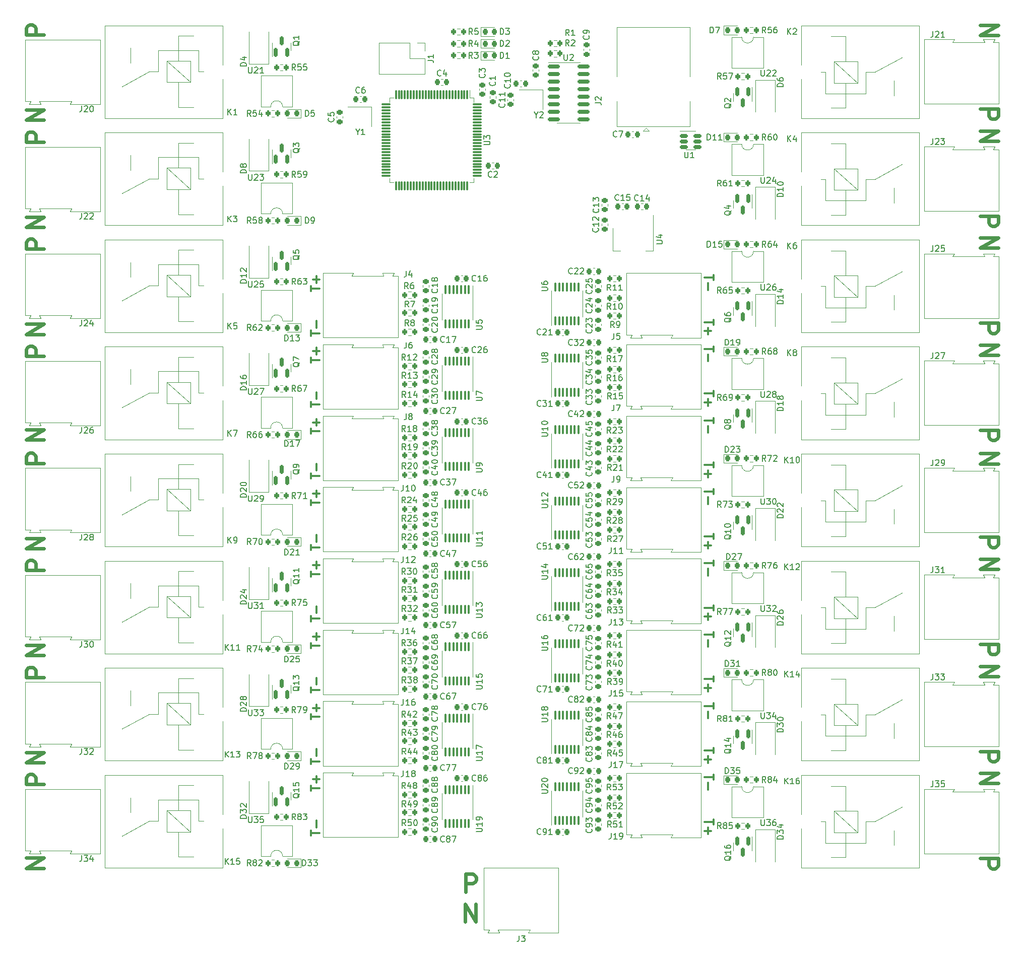
<source format=gbr>
%TF.GenerationSoftware,KiCad,Pcbnew,(6.0.7-1)-1*%
%TF.CreationDate,2023-01-13T02:49:20+01:00*%
%TF.ProjectId,Astraveus_Testtech,41737472-6176-4657-9573-5f5465737474,0.1*%
%TF.SameCoordinates,Original*%
%TF.FileFunction,Legend,Top*%
%TF.FilePolarity,Positive*%
%FSLAX46Y46*%
G04 Gerber Fmt 4.6, Leading zero omitted, Abs format (unit mm)*
G04 Created by KiCad (PCBNEW (6.0.7-1)-1) date 2023-01-13 02:49:20*
%MOMM*%
%LPD*%
G01*
G04 APERTURE LIST*
G04 Aperture macros list*
%AMRoundRect*
0 Rectangle with rounded corners*
0 $1 Rounding radius*
0 $2 $3 $4 $5 $6 $7 $8 $9 X,Y pos of 4 corners*
0 Add a 4 corners polygon primitive as box body*
4,1,4,$2,$3,$4,$5,$6,$7,$8,$9,$2,$3,0*
0 Add four circle primitives for the rounded corners*
1,1,$1+$1,$2,$3*
1,1,$1+$1,$4,$5*
1,1,$1+$1,$6,$7*
1,1,$1+$1,$8,$9*
0 Add four rect primitives between the rounded corners*
20,1,$1+$1,$2,$3,$4,$5,0*
20,1,$1+$1,$4,$5,$6,$7,0*
20,1,$1+$1,$6,$7,$8,$9,0*
20,1,$1+$1,$8,$9,$2,$3,0*%
G04 Aperture macros list end*
%ADD10C,0.300000*%
%ADD11C,0.600000*%
%ADD12C,0.150000*%
%ADD13C,0.120000*%
%ADD14RoundRect,0.225000X-0.225000X-0.250000X0.225000X-0.250000X0.225000X0.250000X-0.225000X0.250000X0*%
%ADD15RoundRect,0.225000X0.250000X-0.225000X0.250000X0.225000X-0.250000X0.225000X-0.250000X-0.225000X0*%
%ADD16RoundRect,0.200000X0.200000X0.275000X-0.200000X0.275000X-0.200000X-0.275000X0.200000X-0.275000X0*%
%ADD17R,3.960000X1.980000*%
%ADD18O,3.960000X1.980000*%
%ADD19C,3.000000*%
%ADD20C,2.500000*%
%ADD21RoundRect,0.225000X-0.250000X0.225000X-0.250000X-0.225000X0.250000X-0.225000X0.250000X0.225000X0*%
%ADD22RoundRect,0.218750X-0.218750X-0.256250X0.218750X-0.256250X0.218750X0.256250X-0.218750X0.256250X0*%
%ADD23RoundRect,0.218750X0.218750X0.256250X-0.218750X0.256250X-0.218750X-0.256250X0.218750X-0.256250X0*%
%ADD24RoundRect,0.200000X-0.200000X-0.275000X0.200000X-0.275000X0.200000X0.275000X-0.200000X0.275000X0*%
%ADD25R,1.600000X1.600000*%
%ADD26O,1.600000X1.600000*%
%ADD27RoundRect,0.150000X-0.150000X0.587500X-0.150000X-0.587500X0.150000X-0.587500X0.150000X0.587500X0*%
%ADD28R,1.700000X1.700000*%
%ADD29C,1.700000*%
%ADD30C,3.500000*%
%ADD31RoundRect,0.225000X0.225000X0.250000X-0.225000X0.250000X-0.225000X-0.250000X0.225000X-0.250000X0*%
%ADD32RoundRect,0.100000X-0.100000X0.637500X-0.100000X-0.637500X0.100000X-0.637500X0.100000X0.637500X0*%
%ADD33RoundRect,0.150000X0.150000X-0.587500X0.150000X0.587500X-0.150000X0.587500X-0.150000X-0.587500X0*%
%ADD34RoundRect,0.100000X0.100000X-0.637500X0.100000X0.637500X-0.100000X0.637500X-0.100000X-0.637500X0*%
%ADD35R,1.800000X2.500000*%
%ADD36RoundRect,0.150000X-0.825000X-0.150000X0.825000X-0.150000X0.825000X0.150000X-0.825000X0.150000X0*%
%ADD37R,1.400000X1.200000*%
%ADD38R,1.500000X2.000000*%
%ADD39R,3.800000X2.000000*%
%ADD40RoundRect,0.150000X-0.512500X-0.150000X0.512500X-0.150000X0.512500X0.150000X-0.512500X0.150000X0*%
%ADD41RoundRect,0.075000X-0.075000X0.662500X-0.075000X-0.662500X0.075000X-0.662500X0.075000X0.662500X0*%
%ADD42RoundRect,0.075000X-0.662500X0.075000X-0.662500X-0.075000X0.662500X-0.075000X0.662500X0.075000X0*%
%ADD43O,1.700000X1.700000*%
G04 APERTURE END LIST*
D10*
X71428571Y-136857142D02*
X71428571Y-136000000D01*
X72928571Y-136428571D02*
X71428571Y-136428571D01*
X72357142Y-135500000D02*
X72357142Y-134357142D01*
X72928571Y-134928571D02*
X71785714Y-134928571D01*
X139070057Y-182155357D02*
X139070057Y-183012500D01*
X137570057Y-182583928D02*
X139070057Y-182583928D01*
X138141486Y-183512500D02*
X138141486Y-184655357D01*
D11*
X26607142Y-165785714D02*
X23607142Y-165785714D01*
X23607142Y-164642857D01*
X23750000Y-164357142D01*
X23892857Y-164214285D01*
X24178571Y-164071428D01*
X24607142Y-164071428D01*
X24892857Y-164214285D01*
X25035714Y-164357142D01*
X25178571Y-164642857D01*
X25178571Y-165785714D01*
D10*
X139070057Y-170155357D02*
X139070057Y-171012500D01*
X137570057Y-170583928D02*
X139070057Y-170583928D01*
X138141486Y-171512500D02*
X138141486Y-172655357D01*
X139070057Y-129655357D02*
X139070057Y-130512500D01*
X137570057Y-130083928D02*
X139070057Y-130083928D01*
X138141486Y-131012500D02*
X138141486Y-132155357D01*
X137570057Y-131583928D02*
X138712914Y-131583928D01*
X71428571Y-112857142D02*
X71428571Y-112000000D01*
X72928571Y-112428571D02*
X71428571Y-112428571D01*
X72357142Y-111500000D02*
X72357142Y-110357142D01*
X72928571Y-110928571D02*
X71785714Y-110928571D01*
X139070057Y-110155357D02*
X139070057Y-111012500D01*
X137570057Y-110583928D02*
X139070057Y-110583928D01*
X138141486Y-111512500D02*
X138141486Y-112655357D01*
D11*
X26607142Y-147785714D02*
X23607142Y-147785714D01*
X23607142Y-146642857D01*
X23750000Y-146357142D01*
X23892857Y-146214285D01*
X24178571Y-146071428D01*
X24607142Y-146071428D01*
X24892857Y-146214285D01*
X25035714Y-146357142D01*
X25178571Y-146642857D01*
X25178571Y-147785714D01*
D10*
X139070057Y-117655357D02*
X139070057Y-118512500D01*
X137570057Y-118083928D02*
X139070057Y-118083928D01*
X138141486Y-119012500D02*
X138141486Y-120155357D01*
X137570057Y-119583928D02*
X138712914Y-119583928D01*
X139070057Y-134155357D02*
X139070057Y-135012500D01*
X137570057Y-134583928D02*
X139070057Y-134583928D01*
X138141486Y-135512500D02*
X138141486Y-136655357D01*
X71428571Y-160857142D02*
X71428571Y-160000000D01*
X72928571Y-160428571D02*
X71428571Y-160428571D01*
X72357142Y-159500000D02*
X72357142Y-158357142D01*
X72928571Y-158928571D02*
X71785714Y-158928571D01*
X139070057Y-141655357D02*
X139070057Y-142512500D01*
X137570057Y-142083928D02*
X139070057Y-142083928D01*
X138141486Y-143012500D02*
X138141486Y-144155357D01*
X137570057Y-143583928D02*
X138712914Y-143583928D01*
X71428571Y-192357142D02*
X71428571Y-191500000D01*
X72928571Y-191928571D02*
X71428571Y-191928571D01*
X72357142Y-191000000D02*
X72357142Y-189857142D01*
D11*
X183892857Y-163892857D02*
X186892857Y-163892857D01*
X183892857Y-165607142D01*
X186892857Y-165607142D01*
X26607142Y-75785714D02*
X23607142Y-75785714D01*
X23607142Y-74642857D01*
X23750000Y-74357142D01*
X23892857Y-74214285D01*
X24178571Y-74071428D01*
X24607142Y-74071428D01*
X24892857Y-74214285D01*
X25035714Y-74357142D01*
X25178571Y-74642857D01*
X25178571Y-75785714D01*
D10*
X71428571Y-184857142D02*
X71428571Y-184000000D01*
X72928571Y-184428571D02*
X71428571Y-184428571D01*
X72357142Y-183500000D02*
X72357142Y-182357142D01*
X72928571Y-182928571D02*
X71785714Y-182928571D01*
X139070057Y-189655357D02*
X139070057Y-190512500D01*
X137570057Y-190083928D02*
X139070057Y-190083928D01*
X138141486Y-191012500D02*
X138141486Y-192155357D01*
X137570057Y-191583928D02*
X138712914Y-191583928D01*
D11*
X26607142Y-108107142D02*
X23607142Y-108107142D01*
X26607142Y-106392857D01*
X23607142Y-106392857D01*
X26607142Y-111785714D02*
X23607142Y-111785714D01*
X23607142Y-110642857D01*
X23750000Y-110357142D01*
X23892857Y-110214285D01*
X24178571Y-110071428D01*
X24607142Y-110071428D01*
X24892857Y-110214285D01*
X25035714Y-110357142D01*
X25178571Y-110642857D01*
X25178571Y-111785714D01*
X183892857Y-56142857D02*
X186892857Y-56142857D01*
X183892857Y-57857142D01*
X186892857Y-57857142D01*
X183892857Y-181892857D02*
X186892857Y-181892857D01*
X183892857Y-183607142D01*
X186892857Y-183607142D01*
X26607142Y-57785714D02*
X23607142Y-57785714D01*
X23607142Y-56642857D01*
X23750000Y-56357142D01*
X23892857Y-56214285D01*
X24178571Y-56071428D01*
X24607142Y-56071428D01*
X24892857Y-56214285D01*
X25035714Y-56357142D01*
X25178571Y-56642857D01*
X25178571Y-57785714D01*
X183892857Y-145892857D02*
X186892857Y-145892857D01*
X183892857Y-147607142D01*
X186892857Y-147607142D01*
X183892857Y-128142857D02*
X186892857Y-128142857D01*
X183892857Y-129857142D01*
X186892857Y-129857142D01*
X183892857Y-106214285D02*
X186892857Y-106214285D01*
X186892857Y-107357142D01*
X186750000Y-107642857D01*
X186607142Y-107785714D01*
X186321428Y-107928571D01*
X185892857Y-107928571D01*
X185607142Y-107785714D01*
X185464285Y-107642857D01*
X185321428Y-107357142D01*
X185321428Y-106214285D01*
D10*
X139070057Y-122155357D02*
X139070057Y-123012500D01*
X137570057Y-122583928D02*
X139070057Y-122583928D01*
X138141486Y-123512500D02*
X138141486Y-124655357D01*
X139070057Y-165655357D02*
X139070057Y-166512500D01*
X137570057Y-166083928D02*
X139070057Y-166083928D01*
X138141486Y-167012500D02*
X138141486Y-168155357D01*
X137570057Y-167583928D02*
X138712914Y-167583928D01*
D11*
X183892857Y-124214285D02*
X186892857Y-124214285D01*
X186892857Y-125357142D01*
X186750000Y-125642857D01*
X186607142Y-125785714D01*
X186321428Y-125928571D01*
X185892857Y-125928571D01*
X185607142Y-125785714D01*
X185464285Y-125642857D01*
X185321428Y-125357142D01*
X185321428Y-124214285D01*
D10*
X71428571Y-168357142D02*
X71428571Y-167500000D01*
X72928571Y-167928571D02*
X71428571Y-167928571D01*
X72357142Y-167000000D02*
X72357142Y-165857142D01*
D11*
X183892857Y-142214285D02*
X186892857Y-142214285D01*
X186892857Y-143357142D01*
X186750000Y-143642857D01*
X186607142Y-143785714D01*
X186321428Y-143928571D01*
X185892857Y-143928571D01*
X185607142Y-143785714D01*
X185464285Y-143642857D01*
X185321428Y-143357142D01*
X185321428Y-142214285D01*
D10*
X71428571Y-120357142D02*
X71428571Y-119500000D01*
X72928571Y-119928571D02*
X71428571Y-119928571D01*
X72357142Y-119000000D02*
X72357142Y-117857142D01*
D11*
X26607142Y-144107142D02*
X23607142Y-144107142D01*
X26607142Y-142392857D01*
X23607142Y-142392857D01*
X183892857Y-178214285D02*
X186892857Y-178214285D01*
X186892857Y-179357142D01*
X186750000Y-179642857D01*
X186607142Y-179785714D01*
X186321428Y-179928571D01*
X185892857Y-179928571D01*
X185607142Y-179785714D01*
X185464285Y-179642857D01*
X185321428Y-179357142D01*
X185321428Y-178214285D01*
X26607142Y-125857142D02*
X23607142Y-125857142D01*
X26607142Y-124142857D01*
X23607142Y-124142857D01*
X183892857Y-160214285D02*
X186892857Y-160214285D01*
X186892857Y-161357142D01*
X186750000Y-161642857D01*
X186607142Y-161785714D01*
X186321428Y-161928571D01*
X185892857Y-161928571D01*
X185607142Y-161785714D01*
X185464285Y-161642857D01*
X185321428Y-161357142D01*
X185321428Y-160214285D01*
X183892857Y-88214285D02*
X186892857Y-88214285D01*
X186892857Y-89357142D01*
X186750000Y-89642857D01*
X186607142Y-89785714D01*
X186321428Y-89928571D01*
X185892857Y-89928571D01*
X185607142Y-89785714D01*
X185464285Y-89642857D01*
X185321428Y-89357142D01*
X185321428Y-88214285D01*
D10*
X139070057Y-105655357D02*
X139070057Y-106512500D01*
X137570057Y-106083928D02*
X139070057Y-106083928D01*
X138141486Y-107012500D02*
X138141486Y-108155357D01*
X137570057Y-107583928D02*
X138712914Y-107583928D01*
D11*
X183892857Y-73892857D02*
X186892857Y-73892857D01*
X183892857Y-75607142D01*
X186892857Y-75607142D01*
D10*
X139070057Y-177655357D02*
X139070057Y-178512500D01*
X137570057Y-178083928D02*
X139070057Y-178083928D01*
X138141486Y-179012500D02*
X138141486Y-180155357D01*
X137570057Y-179583928D02*
X138712914Y-179583928D01*
D11*
X97464285Y-201857142D02*
X97464285Y-198857142D01*
X98607142Y-198857142D01*
X98892857Y-199000000D01*
X99035714Y-199142857D01*
X99178571Y-199428571D01*
X99178571Y-199857142D01*
X99035714Y-200142857D01*
X98892857Y-200285714D01*
X98607142Y-200428571D01*
X97464285Y-200428571D01*
D10*
X71428571Y-144357142D02*
X71428571Y-143500000D01*
X72928571Y-143928571D02*
X71428571Y-143928571D01*
X72357142Y-143000000D02*
X72357142Y-141857142D01*
X139070057Y-153655357D02*
X139070057Y-154512500D01*
X137570057Y-154083928D02*
X139070057Y-154083928D01*
X138141486Y-155012500D02*
X138141486Y-156155357D01*
X137570057Y-155583928D02*
X138712914Y-155583928D01*
D11*
X26607142Y-93785714D02*
X23607142Y-93785714D01*
X23607142Y-92642857D01*
X23750000Y-92357142D01*
X23892857Y-92214285D01*
X24178571Y-92071428D01*
X24607142Y-92071428D01*
X24892857Y-92214285D01*
X25035714Y-92357142D01*
X25178571Y-92642857D01*
X25178571Y-93785714D01*
D10*
X71428571Y-172857142D02*
X71428571Y-172000000D01*
X72928571Y-172428571D02*
X71428571Y-172428571D01*
X72357142Y-171500000D02*
X72357142Y-170357142D01*
X72928571Y-170928571D02*
X71785714Y-170928571D01*
D11*
X26607142Y-162107142D02*
X23607142Y-162107142D01*
X26607142Y-160392857D01*
X23607142Y-160392857D01*
D10*
X139070057Y-98155357D02*
X139070057Y-99012500D01*
X137570057Y-98583928D02*
X139070057Y-98583928D01*
X138141486Y-99512500D02*
X138141486Y-100655357D01*
X71428571Y-108357142D02*
X71428571Y-107500000D01*
X72928571Y-107928571D02*
X71428571Y-107928571D01*
X72357142Y-107000000D02*
X72357142Y-105857142D01*
D11*
X26607142Y-72107142D02*
X23607142Y-72107142D01*
X26607142Y-70392857D01*
X23607142Y-70392857D01*
D10*
X71428571Y-100857142D02*
X71428571Y-100000000D01*
X72928571Y-100428571D02*
X71428571Y-100428571D01*
X72357142Y-99500000D02*
X72357142Y-98357142D01*
X72928571Y-98928571D02*
X71785714Y-98928571D01*
D11*
X26607142Y-129785714D02*
X23607142Y-129785714D01*
X23607142Y-128642857D01*
X23750000Y-128357142D01*
X23892857Y-128214285D01*
X24178571Y-128071428D01*
X24607142Y-128071428D01*
X24892857Y-128214285D01*
X25035714Y-128357142D01*
X25178571Y-128642857D01*
X25178571Y-129785714D01*
X97392857Y-206857142D02*
X97392857Y-203857142D01*
X99107142Y-206857142D01*
X99107142Y-203857142D01*
X183892857Y-70214285D02*
X186892857Y-70214285D01*
X186892857Y-71357142D01*
X186750000Y-71642857D01*
X186607142Y-71785714D01*
X186321428Y-71928571D01*
X185892857Y-71928571D01*
X185607142Y-71785714D01*
X185464285Y-71642857D01*
X185321428Y-71357142D01*
X185321428Y-70214285D01*
D10*
X71428571Y-124857142D02*
X71428571Y-124000000D01*
X72928571Y-124428571D02*
X71428571Y-124428571D01*
X72357142Y-123500000D02*
X72357142Y-122357142D01*
X72928571Y-122928571D02*
X71785714Y-122928571D01*
D11*
X26607142Y-90107142D02*
X23607142Y-90107142D01*
X26607142Y-88392857D01*
X23607142Y-88392857D01*
D10*
X71428571Y-156357142D02*
X71428571Y-155500000D01*
X72928571Y-155928571D02*
X71428571Y-155928571D01*
X72357142Y-155000000D02*
X72357142Y-153857142D01*
X71428571Y-132357142D02*
X71428571Y-131500000D01*
X72928571Y-131928571D02*
X71428571Y-131928571D01*
X72357142Y-131000000D02*
X72357142Y-129857142D01*
D11*
X26607142Y-183785714D02*
X23607142Y-183785714D01*
X23607142Y-182642857D01*
X23750000Y-182357142D01*
X23892857Y-182214285D01*
X24178571Y-182071428D01*
X24607142Y-182071428D01*
X24892857Y-182214285D01*
X25035714Y-182357142D01*
X25178571Y-182642857D01*
X25178571Y-183785714D01*
X26607142Y-180107142D02*
X23607142Y-180107142D01*
X26607142Y-178392857D01*
X23607142Y-178392857D01*
D10*
X71428571Y-148857142D02*
X71428571Y-148000000D01*
X72928571Y-148428571D02*
X71428571Y-148428571D01*
X72357142Y-147500000D02*
X72357142Y-146357142D01*
X72928571Y-146928571D02*
X71785714Y-146928571D01*
D11*
X183892857Y-196214285D02*
X186892857Y-196214285D01*
X186892857Y-197357142D01*
X186750000Y-197642857D01*
X186607142Y-197785714D01*
X186321428Y-197928571D01*
X185892857Y-197928571D01*
X185607142Y-197785714D01*
X185464285Y-197642857D01*
X185321428Y-197357142D01*
X185321428Y-196214285D01*
X183892857Y-109892857D02*
X186892857Y-109892857D01*
X183892857Y-111607142D01*
X186892857Y-111607142D01*
D10*
X71428571Y-180357142D02*
X71428571Y-179500000D01*
X72928571Y-179928571D02*
X71428571Y-179928571D01*
X72357142Y-179000000D02*
X72357142Y-177857142D01*
D11*
X183892857Y-91892857D02*
X186892857Y-91892857D01*
X183892857Y-93607142D01*
X186892857Y-93607142D01*
X26607142Y-197857142D02*
X23607142Y-197857142D01*
X26607142Y-196142857D01*
X23607142Y-196142857D01*
D10*
X139070057Y-158155357D02*
X139070057Y-159012500D01*
X137570057Y-158583928D02*
X139070057Y-158583928D01*
X138141486Y-159512500D02*
X138141486Y-160655357D01*
X139070057Y-146155357D02*
X139070057Y-147012500D01*
X137570057Y-146583928D02*
X139070057Y-146583928D01*
X138141486Y-147512500D02*
X138141486Y-148655357D01*
D12*
%TO.C,C14*%
X126432142Y-85577142D02*
X126384523Y-85624761D01*
X126241666Y-85672380D01*
X126146428Y-85672380D01*
X126003571Y-85624761D01*
X125908333Y-85529523D01*
X125860714Y-85434285D01*
X125813095Y-85243809D01*
X125813095Y-85100952D01*
X125860714Y-84910476D01*
X125908333Y-84815238D01*
X126003571Y-84720000D01*
X126146428Y-84672380D01*
X126241666Y-84672380D01*
X126384523Y-84720000D01*
X126432142Y-84767619D01*
X127384523Y-85672380D02*
X126813095Y-85672380D01*
X127098809Y-85672380D02*
X127098809Y-84672380D01*
X127003571Y-84815238D01*
X126908333Y-84910476D01*
X126813095Y-84958095D01*
X128241666Y-85005714D02*
X128241666Y-85672380D01*
X128003571Y-84624761D02*
X127765476Y-85339047D01*
X128384523Y-85339047D01*
%TO.C,C85*%
X118575892Y-172655357D02*
X118623511Y-172702976D01*
X118671130Y-172845833D01*
X118671130Y-172941071D01*
X118623511Y-173083928D01*
X118528273Y-173179166D01*
X118433035Y-173226785D01*
X118242559Y-173274404D01*
X118099702Y-173274404D01*
X117909226Y-173226785D01*
X117813988Y-173179166D01*
X117718750Y-173083928D01*
X117671130Y-172941071D01*
X117671130Y-172845833D01*
X117718750Y-172702976D01*
X117766369Y-172655357D01*
X118099702Y-172083928D02*
X118052083Y-172179166D01*
X118004464Y-172226785D01*
X117909226Y-172274404D01*
X117861607Y-172274404D01*
X117766369Y-172226785D01*
X117718750Y-172179166D01*
X117671130Y-172083928D01*
X117671130Y-171893452D01*
X117718750Y-171798214D01*
X117766369Y-171750595D01*
X117861607Y-171702976D01*
X117909226Y-171702976D01*
X118004464Y-171750595D01*
X118052083Y-171798214D01*
X118099702Y-171893452D01*
X118099702Y-172083928D01*
X118147321Y-172179166D01*
X118194940Y-172226785D01*
X118290178Y-172274404D01*
X118480654Y-172274404D01*
X118575892Y-172226785D01*
X118623511Y-172179166D01*
X118671130Y-172083928D01*
X118671130Y-171893452D01*
X118623511Y-171798214D01*
X118575892Y-171750595D01*
X118480654Y-171702976D01*
X118290178Y-171702976D01*
X118194940Y-171750595D01*
X118147321Y-171798214D01*
X118099702Y-171893452D01*
X117671130Y-170798214D02*
X117671130Y-171274404D01*
X118147321Y-171322023D01*
X118099702Y-171274404D01*
X118052083Y-171179166D01*
X118052083Y-170941071D01*
X118099702Y-170845833D01*
X118147321Y-170798214D01*
X118242559Y-170750595D01*
X118480654Y-170750595D01*
X118575892Y-170798214D01*
X118623511Y-170845833D01*
X118671130Y-170941071D01*
X118671130Y-171179166D01*
X118623511Y-171274404D01*
X118575892Y-171322023D01*
%TO.C,R75*%
X68857142Y-153702380D02*
X68523809Y-153226190D01*
X68285714Y-153702380D02*
X68285714Y-152702380D01*
X68666666Y-152702380D01*
X68761904Y-152750000D01*
X68809523Y-152797619D01*
X68857142Y-152892857D01*
X68857142Y-153035714D01*
X68809523Y-153130952D01*
X68761904Y-153178571D01*
X68666666Y-153226190D01*
X68285714Y-153226190D01*
X69190476Y-152702380D02*
X69857142Y-152702380D01*
X69428571Y-153702380D01*
X70714285Y-152702380D02*
X70238095Y-152702380D01*
X70190476Y-153178571D01*
X70238095Y-153130952D01*
X70333333Y-153083333D01*
X70571428Y-153083333D01*
X70666666Y-153130952D01*
X70714285Y-153178571D01*
X70761904Y-153273809D01*
X70761904Y-153511904D01*
X70714285Y-153607142D01*
X70666666Y-153654761D01*
X70571428Y-153702380D01*
X70333333Y-153702380D01*
X70238095Y-153654761D01*
X70190476Y-153607142D01*
%TO.C,J27*%
X175953219Y-111184880D02*
X175953219Y-111899166D01*
X175905600Y-112042023D01*
X175810362Y-112137261D01*
X175667504Y-112184880D01*
X175572266Y-112184880D01*
X176381790Y-111280119D02*
X176429409Y-111232500D01*
X176524647Y-111184880D01*
X176762743Y-111184880D01*
X176857981Y-111232500D01*
X176905600Y-111280119D01*
X176953219Y-111375357D01*
X176953219Y-111470595D01*
X176905600Y-111613452D01*
X176334171Y-112184880D01*
X176953219Y-112184880D01*
X177286552Y-111184880D02*
X177953219Y-111184880D01*
X177524647Y-112184880D01*
%TO.C,J9*%
X122372675Y-131952380D02*
X122372675Y-132666666D01*
X122325056Y-132809523D01*
X122229818Y-132904761D01*
X122086961Y-132952380D01*
X121991723Y-132952380D01*
X122896485Y-132952380D02*
X123086961Y-132952380D01*
X123182199Y-132904761D01*
X123229818Y-132857142D01*
X123325056Y-132714285D01*
X123372675Y-132523809D01*
X123372675Y-132142857D01*
X123325056Y-132047619D01*
X123277437Y-132000000D01*
X123182199Y-131952380D01*
X122991723Y-131952380D01*
X122896485Y-132000000D01*
X122848866Y-132047619D01*
X122801247Y-132142857D01*
X122801247Y-132380952D01*
X122848866Y-132476190D01*
X122896485Y-132523809D01*
X122991723Y-132571428D01*
X123182199Y-132571428D01*
X123277437Y-132523809D01*
X123325056Y-132476190D01*
X123372675Y-132380952D01*
%TO.C,K11*%
X57035714Y-161202380D02*
X57035714Y-160202380D01*
X57607142Y-161202380D02*
X57178571Y-160630952D01*
X57607142Y-160202380D02*
X57035714Y-160773809D01*
X58559523Y-161202380D02*
X57988095Y-161202380D01*
X58273809Y-161202380D02*
X58273809Y-160202380D01*
X58178571Y-160345238D01*
X58083333Y-160440476D01*
X57988095Y-160488095D01*
X59511904Y-161202380D02*
X58940476Y-161202380D01*
X59226190Y-161202380D02*
X59226190Y-160202380D01*
X59130952Y-160345238D01*
X59035714Y-160440476D01*
X58940476Y-160488095D01*
%TO.C,R39*%
X121900891Y-166964880D02*
X121567558Y-166488690D01*
X121329463Y-166964880D02*
X121329463Y-165964880D01*
X121710415Y-165964880D01*
X121805653Y-166012500D01*
X121853272Y-166060119D01*
X121900891Y-166155357D01*
X121900891Y-166298214D01*
X121853272Y-166393452D01*
X121805653Y-166441071D01*
X121710415Y-166488690D01*
X121329463Y-166488690D01*
X122234225Y-165964880D02*
X122853272Y-165964880D01*
X122519939Y-166345833D01*
X122662796Y-166345833D01*
X122758034Y-166393452D01*
X122805653Y-166441071D01*
X122853272Y-166536309D01*
X122853272Y-166774404D01*
X122805653Y-166869642D01*
X122758034Y-166917261D01*
X122662796Y-166964880D01*
X122377082Y-166964880D01*
X122281844Y-166917261D01*
X122234225Y-166869642D01*
X123329463Y-166964880D02*
X123519939Y-166964880D01*
X123615177Y-166917261D01*
X123662796Y-166869642D01*
X123758034Y-166726785D01*
X123805653Y-166536309D01*
X123805653Y-166155357D01*
X123758034Y-166060119D01*
X123710415Y-166012500D01*
X123615177Y-165964880D01*
X123424701Y-165964880D01*
X123329463Y-166012500D01*
X123281844Y-166060119D01*
X123234225Y-166155357D01*
X123234225Y-166393452D01*
X123281844Y-166488690D01*
X123329463Y-166536309D01*
X123424701Y-166583928D01*
X123615177Y-166583928D01*
X123710415Y-166536309D01*
X123758034Y-166488690D01*
X123805653Y-166393452D01*
%TO.C,J26*%
X32927734Y-123719880D02*
X32927734Y-124434166D01*
X32880115Y-124577023D01*
X32784877Y-124672261D01*
X32642019Y-124719880D01*
X32546781Y-124719880D01*
X33356305Y-123815119D02*
X33403924Y-123767500D01*
X33499162Y-123719880D01*
X33737258Y-123719880D01*
X33832496Y-123767500D01*
X33880115Y-123815119D01*
X33927734Y-123910357D01*
X33927734Y-124005595D01*
X33880115Y-124148452D01*
X33308686Y-124719880D01*
X33927734Y-124719880D01*
X34784877Y-123719880D02*
X34594400Y-123719880D01*
X34499162Y-123767500D01*
X34451543Y-123815119D01*
X34356305Y-123957976D01*
X34308686Y-124148452D01*
X34308686Y-124529404D01*
X34356305Y-124624642D01*
X34403924Y-124672261D01*
X34499162Y-124719880D01*
X34689638Y-124719880D01*
X34784877Y-124672261D01*
X34832496Y-124624642D01*
X34880115Y-124529404D01*
X34880115Y-124291309D01*
X34832496Y-124196071D01*
X34784877Y-124148452D01*
X34689638Y-124100833D01*
X34499162Y-124100833D01*
X34403924Y-124148452D01*
X34356305Y-124196071D01*
X34308686Y-124291309D01*
%TO.C,R66*%
X61357142Y-125452380D02*
X61023809Y-124976190D01*
X60785714Y-125452380D02*
X60785714Y-124452380D01*
X61166666Y-124452380D01*
X61261904Y-124500000D01*
X61309523Y-124547619D01*
X61357142Y-124642857D01*
X61357142Y-124785714D01*
X61309523Y-124880952D01*
X61261904Y-124928571D01*
X61166666Y-124976190D01*
X60785714Y-124976190D01*
X62214285Y-124452380D02*
X62023809Y-124452380D01*
X61928571Y-124500000D01*
X61880952Y-124547619D01*
X61785714Y-124690476D01*
X61738095Y-124880952D01*
X61738095Y-125261904D01*
X61785714Y-125357142D01*
X61833333Y-125404761D01*
X61928571Y-125452380D01*
X62119047Y-125452380D01*
X62214285Y-125404761D01*
X62261904Y-125357142D01*
X62309523Y-125261904D01*
X62309523Y-125023809D01*
X62261904Y-124928571D01*
X62214285Y-124880952D01*
X62119047Y-124833333D01*
X61928571Y-124833333D01*
X61833333Y-124880952D01*
X61785714Y-124928571D01*
X61738095Y-125023809D01*
X63166666Y-124452380D02*
X62976190Y-124452380D01*
X62880952Y-124500000D01*
X62833333Y-124547619D01*
X62738095Y-124690476D01*
X62690476Y-124880952D01*
X62690476Y-125261904D01*
X62738095Y-125357142D01*
X62785714Y-125404761D01*
X62880952Y-125452380D01*
X63071428Y-125452380D01*
X63166666Y-125404761D01*
X63214285Y-125357142D01*
X63261904Y-125261904D01*
X63261904Y-125023809D01*
X63214285Y-124928571D01*
X63166666Y-124880952D01*
X63071428Y-124833333D01*
X62880952Y-124833333D01*
X62785714Y-124880952D01*
X62738095Y-124928571D01*
X62690476Y-125023809D01*
%TO.C,C11*%
X103927142Y-69342857D02*
X103974761Y-69390476D01*
X104022380Y-69533333D01*
X104022380Y-69628571D01*
X103974761Y-69771428D01*
X103879523Y-69866666D01*
X103784285Y-69914285D01*
X103593809Y-69961904D01*
X103450952Y-69961904D01*
X103260476Y-69914285D01*
X103165238Y-69866666D01*
X103070000Y-69771428D01*
X103022380Y-69628571D01*
X103022380Y-69533333D01*
X103070000Y-69390476D01*
X103117619Y-69342857D01*
X104022380Y-68390476D02*
X104022380Y-68961904D01*
X104022380Y-68676190D02*
X103022380Y-68676190D01*
X103165238Y-68771428D01*
X103260476Y-68866666D01*
X103308095Y-68961904D01*
X104022380Y-67438095D02*
X104022380Y-68009523D01*
X104022380Y-67723809D02*
X103022380Y-67723809D01*
X103165238Y-67819047D01*
X103260476Y-67914285D01*
X103308095Y-68009523D01*
%TO.C,C70*%
X92637021Y-167142857D02*
X92684640Y-167190476D01*
X92732259Y-167333333D01*
X92732259Y-167428571D01*
X92684640Y-167571428D01*
X92589402Y-167666666D01*
X92494164Y-167714285D01*
X92303688Y-167761904D01*
X92160831Y-167761904D01*
X91970355Y-167714285D01*
X91875117Y-167666666D01*
X91779879Y-167571428D01*
X91732259Y-167428571D01*
X91732259Y-167333333D01*
X91779879Y-167190476D01*
X91827498Y-167142857D01*
X91732259Y-166809523D02*
X91732259Y-166142857D01*
X92732259Y-166571428D01*
X91732259Y-165571428D02*
X91732259Y-165476190D01*
X91779879Y-165380952D01*
X91827498Y-165333333D01*
X91922736Y-165285714D01*
X92113212Y-165238095D01*
X92351307Y-165238095D01*
X92541783Y-165285714D01*
X92637021Y-165333333D01*
X92684640Y-165380952D01*
X92732259Y-165476190D01*
X92732259Y-165571428D01*
X92684640Y-165666666D01*
X92637021Y-165714285D01*
X92541783Y-165761904D01*
X92351307Y-165809523D01*
X92113212Y-165809523D01*
X91922736Y-165761904D01*
X91827498Y-165714285D01*
X91779879Y-165666666D01*
X91732259Y-165571428D01*
%TO.C,D2*%
X103261904Y-59702380D02*
X103261904Y-58702380D01*
X103500000Y-58702380D01*
X103642857Y-58750000D01*
X103738095Y-58845238D01*
X103785714Y-58940476D01*
X103833333Y-59130952D01*
X103833333Y-59273809D01*
X103785714Y-59464285D01*
X103738095Y-59559523D01*
X103642857Y-59654761D01*
X103500000Y-59702380D01*
X103261904Y-59702380D01*
X104214285Y-58797619D02*
X104261904Y-58750000D01*
X104357142Y-58702380D01*
X104595238Y-58702380D01*
X104690476Y-58750000D01*
X104738095Y-58797619D01*
X104785714Y-58892857D01*
X104785714Y-58988095D01*
X104738095Y-59130952D01*
X104166666Y-59702380D01*
X104785714Y-59702380D01*
%TO.C,J5*%
X122372675Y-107952380D02*
X122372675Y-108666666D01*
X122325056Y-108809523D01*
X122229818Y-108904761D01*
X122086961Y-108952380D01*
X121991723Y-108952380D01*
X123325056Y-107952380D02*
X122848866Y-107952380D01*
X122801247Y-108428571D01*
X122848866Y-108380952D01*
X122944104Y-108333333D01*
X123182199Y-108333333D01*
X123277437Y-108380952D01*
X123325056Y-108428571D01*
X123372675Y-108523809D01*
X123372675Y-108761904D01*
X123325056Y-108857142D01*
X123277437Y-108904761D01*
X123182199Y-108952380D01*
X122944104Y-108952380D01*
X122848866Y-108904761D01*
X122801247Y-108857142D01*
%TO.C,D29*%
X67035714Y-181202380D02*
X67035714Y-180202380D01*
X67273809Y-180202380D01*
X67416666Y-180250000D01*
X67511904Y-180345238D01*
X67559523Y-180440476D01*
X67607142Y-180630952D01*
X67607142Y-180773809D01*
X67559523Y-180964285D01*
X67511904Y-181059523D01*
X67416666Y-181154761D01*
X67273809Y-181202380D01*
X67035714Y-181202380D01*
X67988095Y-180297619D02*
X68035714Y-180250000D01*
X68130952Y-180202380D01*
X68369047Y-180202380D01*
X68464285Y-180250000D01*
X68511904Y-180297619D01*
X68559523Y-180392857D01*
X68559523Y-180488095D01*
X68511904Y-180630952D01*
X67940476Y-181202380D01*
X68559523Y-181202380D01*
X69035714Y-181202380D02*
X69226190Y-181202380D01*
X69321428Y-181154761D01*
X69369047Y-181107142D01*
X69464285Y-180964285D01*
X69511904Y-180773809D01*
X69511904Y-180392857D01*
X69464285Y-180297619D01*
X69416666Y-180250000D01*
X69321428Y-180202380D01*
X69130952Y-180202380D01*
X69035714Y-180250000D01*
X68988095Y-180297619D01*
X68940476Y-180392857D01*
X68940476Y-180630952D01*
X68988095Y-180726190D01*
X69035714Y-180773809D01*
X69130952Y-180821428D01*
X69321428Y-180821428D01*
X69416666Y-180773809D01*
X69464285Y-180726190D01*
X69511904Y-180630952D01*
%TO.C,R8*%
X87863212Y-106702380D02*
X87529879Y-106226190D01*
X87291783Y-106702380D02*
X87291783Y-105702380D01*
X87672736Y-105702380D01*
X87767974Y-105750000D01*
X87815593Y-105797619D01*
X87863212Y-105892857D01*
X87863212Y-106035714D01*
X87815593Y-106130952D01*
X87767974Y-106178571D01*
X87672736Y-106226190D01*
X87291783Y-106226190D01*
X88434640Y-106130952D02*
X88339402Y-106083333D01*
X88291783Y-106035714D01*
X88244164Y-105940476D01*
X88244164Y-105892857D01*
X88291783Y-105797619D01*
X88339402Y-105750000D01*
X88434640Y-105702380D01*
X88625117Y-105702380D01*
X88720355Y-105750000D01*
X88767974Y-105797619D01*
X88815593Y-105892857D01*
X88815593Y-105940476D01*
X88767974Y-106035714D01*
X88720355Y-106083333D01*
X88625117Y-106130952D01*
X88434640Y-106130952D01*
X88339402Y-106178571D01*
X88291783Y-106226190D01*
X88244164Y-106321428D01*
X88244164Y-106511904D01*
X88291783Y-106607142D01*
X88339402Y-106654761D01*
X88434640Y-106702380D01*
X88625117Y-106702380D01*
X88720355Y-106654761D01*
X88767974Y-106607142D01*
X88815593Y-106511904D01*
X88815593Y-106321428D01*
X88767974Y-106226190D01*
X88720355Y-106178571D01*
X88625117Y-106130952D01*
%TO.C,C73*%
X118575892Y-167295936D02*
X118623511Y-167343555D01*
X118671130Y-167486412D01*
X118671130Y-167581650D01*
X118623511Y-167724507D01*
X118528273Y-167819745D01*
X118433035Y-167867364D01*
X118242559Y-167914983D01*
X118099702Y-167914983D01*
X117909226Y-167867364D01*
X117813988Y-167819745D01*
X117718750Y-167724507D01*
X117671130Y-167581650D01*
X117671130Y-167486412D01*
X117718750Y-167343555D01*
X117766369Y-167295936D01*
X117671130Y-166962602D02*
X117671130Y-166295936D01*
X118671130Y-166724507D01*
X117671130Y-166010221D02*
X117671130Y-165391174D01*
X118052083Y-165724507D01*
X118052083Y-165581650D01*
X118099702Y-165486412D01*
X118147321Y-165438793D01*
X118242559Y-165391174D01*
X118480654Y-165391174D01*
X118575892Y-165438793D01*
X118623511Y-165486412D01*
X118671130Y-165581650D01*
X118671130Y-165867364D01*
X118623511Y-165962602D01*
X118575892Y-166010221D01*
%TO.C,U25*%
X60961904Y-99202380D02*
X60961904Y-100011904D01*
X61009523Y-100107142D01*
X61057142Y-100154761D01*
X61152380Y-100202380D01*
X61342857Y-100202380D01*
X61438095Y-100154761D01*
X61485714Y-100107142D01*
X61533333Y-100011904D01*
X61533333Y-99202380D01*
X61961904Y-99297619D02*
X62009523Y-99250000D01*
X62104761Y-99202380D01*
X62342857Y-99202380D01*
X62438095Y-99250000D01*
X62485714Y-99297619D01*
X62533333Y-99392857D01*
X62533333Y-99488095D01*
X62485714Y-99630952D01*
X61914285Y-100202380D01*
X62533333Y-100202380D01*
X63438095Y-99202380D02*
X62961904Y-99202380D01*
X62914285Y-99678571D01*
X62961904Y-99630952D01*
X63057142Y-99583333D01*
X63295238Y-99583333D01*
X63390476Y-99630952D01*
X63438095Y-99678571D01*
X63485714Y-99773809D01*
X63485714Y-100011904D01*
X63438095Y-100107142D01*
X63390476Y-100154761D01*
X63295238Y-100202380D01*
X63057142Y-100202380D01*
X62961904Y-100154761D01*
X62914285Y-100107142D01*
%TO.C,U35*%
X60961904Y-189202380D02*
X60961904Y-190011904D01*
X61009523Y-190107142D01*
X61057142Y-190154761D01*
X61152380Y-190202380D01*
X61342857Y-190202380D01*
X61438095Y-190154761D01*
X61485714Y-190107142D01*
X61533333Y-190011904D01*
X61533333Y-189202380D01*
X61914285Y-189202380D02*
X62533333Y-189202380D01*
X62200000Y-189583333D01*
X62342857Y-189583333D01*
X62438095Y-189630952D01*
X62485714Y-189678571D01*
X62533333Y-189773809D01*
X62533333Y-190011904D01*
X62485714Y-190107142D01*
X62438095Y-190154761D01*
X62342857Y-190202380D01*
X62057142Y-190202380D01*
X61961904Y-190154761D01*
X61914285Y-190107142D01*
X63438095Y-189202380D02*
X62961904Y-189202380D01*
X62914285Y-189678571D01*
X62961904Y-189630952D01*
X63057142Y-189583333D01*
X63295238Y-189583333D01*
X63390476Y-189630952D01*
X63438095Y-189678571D01*
X63485714Y-189773809D01*
X63485714Y-190011904D01*
X63438095Y-190107142D01*
X63390476Y-190154761D01*
X63295238Y-190202380D01*
X63057142Y-190202380D01*
X62961904Y-190154761D01*
X62914285Y-190107142D01*
%TO.C,R80*%
X147857142Y-165452380D02*
X147523809Y-164976190D01*
X147285714Y-165452380D02*
X147285714Y-164452380D01*
X147666666Y-164452380D01*
X147761904Y-164500000D01*
X147809523Y-164547619D01*
X147857142Y-164642857D01*
X147857142Y-164785714D01*
X147809523Y-164880952D01*
X147761904Y-164928571D01*
X147666666Y-164976190D01*
X147285714Y-164976190D01*
X148428571Y-164880952D02*
X148333333Y-164833333D01*
X148285714Y-164785714D01*
X148238095Y-164690476D01*
X148238095Y-164642857D01*
X148285714Y-164547619D01*
X148333333Y-164500000D01*
X148428571Y-164452380D01*
X148619047Y-164452380D01*
X148714285Y-164500000D01*
X148761904Y-164547619D01*
X148809523Y-164642857D01*
X148809523Y-164690476D01*
X148761904Y-164785714D01*
X148714285Y-164833333D01*
X148619047Y-164880952D01*
X148428571Y-164880952D01*
X148333333Y-164928571D01*
X148285714Y-164976190D01*
X148238095Y-165071428D01*
X148238095Y-165261904D01*
X148285714Y-165357142D01*
X148333333Y-165404761D01*
X148428571Y-165452380D01*
X148619047Y-165452380D01*
X148714285Y-165404761D01*
X148761904Y-165357142D01*
X148809523Y-165261904D01*
X148809523Y-165071428D01*
X148761904Y-164976190D01*
X148714285Y-164928571D01*
X148619047Y-164880952D01*
X149428571Y-164452380D02*
X149523809Y-164452380D01*
X149619047Y-164500000D01*
X149666666Y-164547619D01*
X149714285Y-164642857D01*
X149761904Y-164833333D01*
X149761904Y-165071428D01*
X149714285Y-165261904D01*
X149666666Y-165357142D01*
X149619047Y-165404761D01*
X149523809Y-165452380D01*
X149428571Y-165452380D01*
X149333333Y-165404761D01*
X149285714Y-165357142D01*
X149238095Y-165261904D01*
X149190476Y-165071428D01*
X149190476Y-164833333D01*
X149238095Y-164642857D01*
X149285714Y-164547619D01*
X149333333Y-164500000D01*
X149428571Y-164452380D01*
%TO.C,Q8*%
X142047619Y-123345238D02*
X142000000Y-123440476D01*
X141904761Y-123535714D01*
X141761904Y-123678571D01*
X141714285Y-123773809D01*
X141714285Y-123869047D01*
X141952380Y-123821428D02*
X141904761Y-123916666D01*
X141809523Y-124011904D01*
X141619047Y-124059523D01*
X141285714Y-124059523D01*
X141095238Y-124011904D01*
X141000000Y-123916666D01*
X140952380Y-123821428D01*
X140952380Y-123630952D01*
X141000000Y-123535714D01*
X141095238Y-123440476D01*
X141285714Y-123392857D01*
X141619047Y-123392857D01*
X141809523Y-123440476D01*
X141904761Y-123535714D01*
X141952380Y-123630952D01*
X141952380Y-123821428D01*
X141380952Y-122821428D02*
X141333333Y-122916666D01*
X141285714Y-122964285D01*
X141190476Y-123011904D01*
X141142857Y-123011904D01*
X141047619Y-122964285D01*
X141000000Y-122916666D01*
X140952380Y-122821428D01*
X140952380Y-122630952D01*
X141000000Y-122535714D01*
X141047619Y-122488095D01*
X141142857Y-122440476D01*
X141190476Y-122440476D01*
X141285714Y-122488095D01*
X141333333Y-122535714D01*
X141380952Y-122630952D01*
X141380952Y-122821428D01*
X141428571Y-122916666D01*
X141476190Y-122964285D01*
X141571428Y-123011904D01*
X141761904Y-123011904D01*
X141857142Y-122964285D01*
X141904761Y-122916666D01*
X141952380Y-122821428D01*
X141952380Y-122630952D01*
X141904761Y-122535714D01*
X141857142Y-122488095D01*
X141761904Y-122440476D01*
X141571428Y-122440476D01*
X141476190Y-122488095D01*
X141428571Y-122535714D01*
X141380952Y-122630952D01*
%TO.C,J24*%
X32927734Y-105719880D02*
X32927734Y-106434166D01*
X32880115Y-106577023D01*
X32784877Y-106672261D01*
X32642019Y-106719880D01*
X32546781Y-106719880D01*
X33356305Y-105815119D02*
X33403924Y-105767500D01*
X33499162Y-105719880D01*
X33737258Y-105719880D01*
X33832496Y-105767500D01*
X33880115Y-105815119D01*
X33927734Y-105910357D01*
X33927734Y-106005595D01*
X33880115Y-106148452D01*
X33308686Y-106719880D01*
X33927734Y-106719880D01*
X34784877Y-106053214D02*
X34784877Y-106719880D01*
X34546781Y-105672261D02*
X34308686Y-106386547D01*
X34927734Y-106386547D01*
%TO.C,U33*%
X60961904Y-171202380D02*
X60961904Y-172011904D01*
X61009523Y-172107142D01*
X61057142Y-172154761D01*
X61152380Y-172202380D01*
X61342857Y-172202380D01*
X61438095Y-172154761D01*
X61485714Y-172107142D01*
X61533333Y-172011904D01*
X61533333Y-171202380D01*
X61914285Y-171202380D02*
X62533333Y-171202380D01*
X62200000Y-171583333D01*
X62342857Y-171583333D01*
X62438095Y-171630952D01*
X62485714Y-171678571D01*
X62533333Y-171773809D01*
X62533333Y-172011904D01*
X62485714Y-172107142D01*
X62438095Y-172154761D01*
X62342857Y-172202380D01*
X62057142Y-172202380D01*
X61961904Y-172154761D01*
X61914285Y-172107142D01*
X62866666Y-171202380D02*
X63485714Y-171202380D01*
X63152380Y-171583333D01*
X63295238Y-171583333D01*
X63390476Y-171630952D01*
X63438095Y-171678571D01*
X63485714Y-171773809D01*
X63485714Y-172011904D01*
X63438095Y-172107142D01*
X63390476Y-172154761D01*
X63295238Y-172202380D01*
X63009523Y-172202380D01*
X62914285Y-172154761D01*
X62866666Y-172107142D01*
%TO.C,R17*%
X121825892Y-112714880D02*
X121492559Y-112238690D01*
X121254464Y-112714880D02*
X121254464Y-111714880D01*
X121635416Y-111714880D01*
X121730654Y-111762500D01*
X121778273Y-111810119D01*
X121825892Y-111905357D01*
X121825892Y-112048214D01*
X121778273Y-112143452D01*
X121730654Y-112191071D01*
X121635416Y-112238690D01*
X121254464Y-112238690D01*
X122778273Y-112714880D02*
X122206845Y-112714880D01*
X122492559Y-112714880D02*
X122492559Y-111714880D01*
X122397321Y-111857738D01*
X122302083Y-111952976D01*
X122206845Y-112000595D01*
X123111607Y-111714880D02*
X123778273Y-111714880D01*
X123349702Y-112714880D01*
%TO.C,J2*%
X119217380Y-69173333D02*
X119931666Y-69173333D01*
X120074523Y-69220952D01*
X120169761Y-69316190D01*
X120217380Y-69459047D01*
X120217380Y-69554285D01*
X119312619Y-68744761D02*
X119265000Y-68697142D01*
X119217380Y-68601904D01*
X119217380Y-68363809D01*
X119265000Y-68268571D01*
X119312619Y-68220952D01*
X119407857Y-68173333D01*
X119503095Y-68173333D01*
X119645952Y-68220952D01*
X120217380Y-68792380D01*
X120217380Y-68173333D01*
%TO.C,C9*%
X118107142Y-57916666D02*
X118154761Y-57964285D01*
X118202380Y-58107142D01*
X118202380Y-58202380D01*
X118154761Y-58345238D01*
X118059523Y-58440476D01*
X117964285Y-58488095D01*
X117773809Y-58535714D01*
X117630952Y-58535714D01*
X117440476Y-58488095D01*
X117345238Y-58440476D01*
X117250000Y-58345238D01*
X117202380Y-58202380D01*
X117202380Y-58107142D01*
X117250000Y-57964285D01*
X117297619Y-57916666D01*
X118202380Y-57440476D02*
X118202380Y-57250000D01*
X118154761Y-57154761D01*
X118107142Y-57107142D01*
X117964285Y-57011904D01*
X117773809Y-56964285D01*
X117392857Y-56964285D01*
X117297619Y-57011904D01*
X117250000Y-57059523D01*
X117202380Y-57154761D01*
X117202380Y-57345238D01*
X117250000Y-57440476D01*
X117297619Y-57488095D01*
X117392857Y-57535714D01*
X117630952Y-57535714D01*
X117726190Y-57488095D01*
X117773809Y-57440476D01*
X117821428Y-57345238D01*
X117821428Y-57154761D01*
X117773809Y-57059523D01*
X117726190Y-57011904D01*
X117630952Y-56964285D01*
%TO.C,R35*%
X121825892Y-148714880D02*
X121492559Y-148238690D01*
X121254464Y-148714880D02*
X121254464Y-147714880D01*
X121635416Y-147714880D01*
X121730654Y-147762500D01*
X121778273Y-147810119D01*
X121825892Y-147905357D01*
X121825892Y-148048214D01*
X121778273Y-148143452D01*
X121730654Y-148191071D01*
X121635416Y-148238690D01*
X121254464Y-148238690D01*
X122159226Y-147714880D02*
X122778273Y-147714880D01*
X122444940Y-148095833D01*
X122587797Y-148095833D01*
X122683035Y-148143452D01*
X122730654Y-148191071D01*
X122778273Y-148286309D01*
X122778273Y-148524404D01*
X122730654Y-148619642D01*
X122683035Y-148667261D01*
X122587797Y-148714880D01*
X122302083Y-148714880D01*
X122206845Y-148667261D01*
X122159226Y-148619642D01*
X123683035Y-147714880D02*
X123206845Y-147714880D01*
X123159226Y-148191071D01*
X123206845Y-148143452D01*
X123302083Y-148095833D01*
X123540178Y-148095833D01*
X123635416Y-148143452D01*
X123683035Y-148191071D01*
X123730654Y-148286309D01*
X123730654Y-148524404D01*
X123683035Y-148619642D01*
X123635416Y-148667261D01*
X123540178Y-148714880D01*
X123302083Y-148714880D01*
X123206845Y-148667261D01*
X123159226Y-148619642D01*
%TO.C,C3*%
X100607142Y-64366666D02*
X100654761Y-64414285D01*
X100702380Y-64557142D01*
X100702380Y-64652380D01*
X100654761Y-64795238D01*
X100559523Y-64890476D01*
X100464285Y-64938095D01*
X100273809Y-64985714D01*
X100130952Y-64985714D01*
X99940476Y-64938095D01*
X99845238Y-64890476D01*
X99750000Y-64795238D01*
X99702380Y-64652380D01*
X99702380Y-64557142D01*
X99750000Y-64414285D01*
X99797619Y-64366666D01*
X99702380Y-64033333D02*
X99702380Y-63414285D01*
X100083333Y-63747619D01*
X100083333Y-63604761D01*
X100130952Y-63509523D01*
X100178571Y-63461904D01*
X100273809Y-63414285D01*
X100511904Y-63414285D01*
X100607142Y-63461904D01*
X100654761Y-63509523D01*
X100702380Y-63604761D01*
X100702380Y-63890476D01*
X100654761Y-63985714D01*
X100607142Y-64033333D01*
%TO.C,C49*%
X92637021Y-139892857D02*
X92684640Y-139940476D01*
X92732259Y-140083333D01*
X92732259Y-140178571D01*
X92684640Y-140321428D01*
X92589402Y-140416666D01*
X92494164Y-140464285D01*
X92303688Y-140511904D01*
X92160831Y-140511904D01*
X91970355Y-140464285D01*
X91875117Y-140416666D01*
X91779879Y-140321428D01*
X91732259Y-140178571D01*
X91732259Y-140083333D01*
X91779879Y-139940476D01*
X91827498Y-139892857D01*
X92065593Y-139035714D02*
X92732259Y-139035714D01*
X91684640Y-139273809D02*
X92398926Y-139511904D01*
X92398926Y-138892857D01*
X92732259Y-138464285D02*
X92732259Y-138273809D01*
X92684640Y-138178571D01*
X92637021Y-138130952D01*
X92494164Y-138035714D01*
X92303688Y-137988095D01*
X91922736Y-137988095D01*
X91827498Y-138035714D01*
X91779879Y-138083333D01*
X91732259Y-138178571D01*
X91732259Y-138369047D01*
X91779879Y-138464285D01*
X91827498Y-138511904D01*
X91922736Y-138559523D01*
X92160831Y-138559523D01*
X92256069Y-138511904D01*
X92303688Y-138464285D01*
X92351307Y-138369047D01*
X92351307Y-138178571D01*
X92303688Y-138083333D01*
X92256069Y-138035714D01*
X92160831Y-137988095D01*
%TO.C,D33*%
X70035714Y-197452380D02*
X70035714Y-196452380D01*
X70273809Y-196452380D01*
X70416666Y-196500000D01*
X70511904Y-196595238D01*
X70559523Y-196690476D01*
X70607142Y-196880952D01*
X70607142Y-197023809D01*
X70559523Y-197214285D01*
X70511904Y-197309523D01*
X70416666Y-197404761D01*
X70273809Y-197452380D01*
X70035714Y-197452380D01*
X70940476Y-196452380D02*
X71559523Y-196452380D01*
X71226190Y-196833333D01*
X71369047Y-196833333D01*
X71464285Y-196880952D01*
X71511904Y-196928571D01*
X71559523Y-197023809D01*
X71559523Y-197261904D01*
X71511904Y-197357142D01*
X71464285Y-197404761D01*
X71369047Y-197452380D01*
X71083333Y-197452380D01*
X70988095Y-197404761D01*
X70940476Y-197357142D01*
X71892857Y-196452380D02*
X72511904Y-196452380D01*
X72178571Y-196833333D01*
X72321428Y-196833333D01*
X72416666Y-196880952D01*
X72464285Y-196928571D01*
X72511904Y-197023809D01*
X72511904Y-197261904D01*
X72464285Y-197357142D01*
X72416666Y-197404761D01*
X72321428Y-197452380D01*
X72035714Y-197452380D01*
X71940476Y-197404761D01*
X71892857Y-197357142D01*
%TO.C,R6*%
X87788212Y-100452380D02*
X87454879Y-99976190D01*
X87216783Y-100452380D02*
X87216783Y-99452380D01*
X87597736Y-99452380D01*
X87692974Y-99500000D01*
X87740593Y-99547619D01*
X87788212Y-99642857D01*
X87788212Y-99785714D01*
X87740593Y-99880952D01*
X87692974Y-99928571D01*
X87597736Y-99976190D01*
X87216783Y-99976190D01*
X88645355Y-99452380D02*
X88454879Y-99452380D01*
X88359640Y-99500000D01*
X88312021Y-99547619D01*
X88216783Y-99690476D01*
X88169164Y-99880952D01*
X88169164Y-100261904D01*
X88216783Y-100357142D01*
X88264402Y-100404761D01*
X88359640Y-100452380D01*
X88550117Y-100452380D01*
X88645355Y-100404761D01*
X88692974Y-100357142D01*
X88740593Y-100261904D01*
X88740593Y-100023809D01*
X88692974Y-99928571D01*
X88645355Y-99880952D01*
X88550117Y-99833333D01*
X88359640Y-99833333D01*
X88264402Y-99880952D01*
X88216783Y-99928571D01*
X88169164Y-100023809D01*
%TO.C,R55*%
X68857142Y-63702380D02*
X68523809Y-63226190D01*
X68285714Y-63702380D02*
X68285714Y-62702380D01*
X68666666Y-62702380D01*
X68761904Y-62750000D01*
X68809523Y-62797619D01*
X68857142Y-62892857D01*
X68857142Y-63035714D01*
X68809523Y-63130952D01*
X68761904Y-63178571D01*
X68666666Y-63226190D01*
X68285714Y-63226190D01*
X69761904Y-62702380D02*
X69285714Y-62702380D01*
X69238095Y-63178571D01*
X69285714Y-63130952D01*
X69380952Y-63083333D01*
X69619047Y-63083333D01*
X69714285Y-63130952D01*
X69761904Y-63178571D01*
X69809523Y-63273809D01*
X69809523Y-63511904D01*
X69761904Y-63607142D01*
X69714285Y-63654761D01*
X69619047Y-63702380D01*
X69380952Y-63702380D01*
X69285714Y-63654761D01*
X69238095Y-63607142D01*
X70714285Y-62702380D02*
X70238095Y-62702380D01*
X70190476Y-63178571D01*
X70238095Y-63130952D01*
X70333333Y-63083333D01*
X70571428Y-63083333D01*
X70666666Y-63130952D01*
X70714285Y-63178571D01*
X70761904Y-63273809D01*
X70761904Y-63511904D01*
X70714285Y-63607142D01*
X70666666Y-63654761D01*
X70571428Y-63702380D01*
X70333333Y-63702380D01*
X70238095Y-63654761D01*
X70190476Y-63607142D01*
%TO.C,R24*%
X87312021Y-136452380D02*
X86978688Y-135976190D01*
X86740593Y-136452380D02*
X86740593Y-135452380D01*
X87121545Y-135452380D01*
X87216783Y-135500000D01*
X87264402Y-135547619D01*
X87312021Y-135642857D01*
X87312021Y-135785714D01*
X87264402Y-135880952D01*
X87216783Y-135928571D01*
X87121545Y-135976190D01*
X86740593Y-135976190D01*
X87692974Y-135547619D02*
X87740593Y-135500000D01*
X87835831Y-135452380D01*
X88073926Y-135452380D01*
X88169164Y-135500000D01*
X88216783Y-135547619D01*
X88264402Y-135642857D01*
X88264402Y-135738095D01*
X88216783Y-135880952D01*
X87645355Y-136452380D01*
X88264402Y-136452380D01*
X89121545Y-135785714D02*
X89121545Y-136452380D01*
X88883450Y-135404761D02*
X88645355Y-136119047D01*
X89264402Y-136119047D01*
%TO.C,R49*%
X87387021Y-187522380D02*
X87053688Y-187046190D01*
X86815593Y-187522380D02*
X86815593Y-186522380D01*
X87196545Y-186522380D01*
X87291783Y-186570000D01*
X87339402Y-186617619D01*
X87387021Y-186712857D01*
X87387021Y-186855714D01*
X87339402Y-186950952D01*
X87291783Y-186998571D01*
X87196545Y-187046190D01*
X86815593Y-187046190D01*
X88244164Y-186855714D02*
X88244164Y-187522380D01*
X88006069Y-186474761D02*
X87767974Y-187189047D01*
X88387021Y-187189047D01*
X88815593Y-187522380D02*
X89006069Y-187522380D01*
X89101307Y-187474761D01*
X89148926Y-187427142D01*
X89244164Y-187284285D01*
X89291783Y-187093809D01*
X89291783Y-186712857D01*
X89244164Y-186617619D01*
X89196545Y-186570000D01*
X89101307Y-186522380D01*
X88910831Y-186522380D01*
X88815593Y-186570000D01*
X88767974Y-186617619D01*
X88720355Y-186712857D01*
X88720355Y-186950952D01*
X88767974Y-187046190D01*
X88815593Y-187093809D01*
X88910831Y-187141428D01*
X89101307Y-187141428D01*
X89196545Y-187093809D01*
X89244164Y-187046190D01*
X89291783Y-186950952D01*
%TO.C,R40*%
X121825892Y-163894880D02*
X121492559Y-163418690D01*
X121254464Y-163894880D02*
X121254464Y-162894880D01*
X121635416Y-162894880D01*
X121730654Y-162942500D01*
X121778273Y-162990119D01*
X121825892Y-163085357D01*
X121825892Y-163228214D01*
X121778273Y-163323452D01*
X121730654Y-163371071D01*
X121635416Y-163418690D01*
X121254464Y-163418690D01*
X122683035Y-163228214D02*
X122683035Y-163894880D01*
X122444940Y-162847261D02*
X122206845Y-163561547D01*
X122825892Y-163561547D01*
X123397321Y-162894880D02*
X123492559Y-162894880D01*
X123587797Y-162942500D01*
X123635416Y-162990119D01*
X123683035Y-163085357D01*
X123730654Y-163275833D01*
X123730654Y-163513928D01*
X123683035Y-163704404D01*
X123635416Y-163799642D01*
X123587797Y-163847261D01*
X123492559Y-163894880D01*
X123397321Y-163894880D01*
X123302083Y-163847261D01*
X123254464Y-163799642D01*
X123206845Y-163704404D01*
X123159226Y-163513928D01*
X123159226Y-163275833D01*
X123206845Y-163085357D01*
X123254464Y-162990119D01*
X123302083Y-162942500D01*
X123397321Y-162894880D01*
%TO.C,R73*%
X140357142Y-137202380D02*
X140023809Y-136726190D01*
X139785714Y-137202380D02*
X139785714Y-136202380D01*
X140166666Y-136202380D01*
X140261904Y-136250000D01*
X140309523Y-136297619D01*
X140357142Y-136392857D01*
X140357142Y-136535714D01*
X140309523Y-136630952D01*
X140261904Y-136678571D01*
X140166666Y-136726190D01*
X139785714Y-136726190D01*
X140690476Y-136202380D02*
X141357142Y-136202380D01*
X140928571Y-137202380D01*
X141642857Y-136202380D02*
X142261904Y-136202380D01*
X141928571Y-136583333D01*
X142071428Y-136583333D01*
X142166666Y-136630952D01*
X142214285Y-136678571D01*
X142261904Y-136773809D01*
X142261904Y-137011904D01*
X142214285Y-137107142D01*
X142166666Y-137154761D01*
X142071428Y-137202380D01*
X141785714Y-137202380D01*
X141690476Y-137154761D01*
X141642857Y-137107142D01*
%TO.C,R70*%
X61357142Y-143452380D02*
X61023809Y-142976190D01*
X60785714Y-143452380D02*
X60785714Y-142452380D01*
X61166666Y-142452380D01*
X61261904Y-142500000D01*
X61309523Y-142547619D01*
X61357142Y-142642857D01*
X61357142Y-142785714D01*
X61309523Y-142880952D01*
X61261904Y-142928571D01*
X61166666Y-142976190D01*
X60785714Y-142976190D01*
X61690476Y-142452380D02*
X62357142Y-142452380D01*
X61928571Y-143452380D01*
X62928571Y-142452380D02*
X63023809Y-142452380D01*
X63119047Y-142500000D01*
X63166666Y-142547619D01*
X63214285Y-142642857D01*
X63261904Y-142833333D01*
X63261904Y-143071428D01*
X63214285Y-143261904D01*
X63166666Y-143357142D01*
X63119047Y-143404761D01*
X63023809Y-143452380D01*
X62928571Y-143452380D01*
X62833333Y-143404761D01*
X62785714Y-143357142D01*
X62738095Y-143261904D01*
X62690476Y-143071428D01*
X62690476Y-142833333D01*
X62738095Y-142642857D01*
X62785714Y-142547619D01*
X62833333Y-142500000D01*
X62928571Y-142452380D01*
%TO.C,C65*%
X118575892Y-148655357D02*
X118623511Y-148702976D01*
X118671130Y-148845833D01*
X118671130Y-148941071D01*
X118623511Y-149083928D01*
X118528273Y-149179166D01*
X118433035Y-149226785D01*
X118242559Y-149274404D01*
X118099702Y-149274404D01*
X117909226Y-149226785D01*
X117813988Y-149179166D01*
X117718750Y-149083928D01*
X117671130Y-148941071D01*
X117671130Y-148845833D01*
X117718750Y-148702976D01*
X117766369Y-148655357D01*
X117671130Y-147798214D02*
X117671130Y-147988690D01*
X117718750Y-148083928D01*
X117766369Y-148131547D01*
X117909226Y-148226785D01*
X118099702Y-148274404D01*
X118480654Y-148274404D01*
X118575892Y-148226785D01*
X118623511Y-148179166D01*
X118671130Y-148083928D01*
X118671130Y-147893452D01*
X118623511Y-147798214D01*
X118575892Y-147750595D01*
X118480654Y-147702976D01*
X118242559Y-147702976D01*
X118147321Y-147750595D01*
X118099702Y-147798214D01*
X118052083Y-147893452D01*
X118052083Y-148083928D01*
X118099702Y-148179166D01*
X118147321Y-148226785D01*
X118242559Y-148274404D01*
X117671130Y-146798214D02*
X117671130Y-147274404D01*
X118147321Y-147322023D01*
X118099702Y-147274404D01*
X118052083Y-147179166D01*
X118052083Y-146941071D01*
X118099702Y-146845833D01*
X118147321Y-146798214D01*
X118242559Y-146750595D01*
X118480654Y-146750595D01*
X118575892Y-146798214D01*
X118623511Y-146845833D01*
X118671130Y-146941071D01*
X118671130Y-147179166D01*
X118623511Y-147274404D01*
X118575892Y-147322023D01*
%TO.C,R2*%
X114820833Y-59627380D02*
X114487500Y-59151190D01*
X114249404Y-59627380D02*
X114249404Y-58627380D01*
X114630357Y-58627380D01*
X114725595Y-58675000D01*
X114773214Y-58722619D01*
X114820833Y-58817857D01*
X114820833Y-58960714D01*
X114773214Y-59055952D01*
X114725595Y-59103571D01*
X114630357Y-59151190D01*
X114249404Y-59151190D01*
X115201785Y-58722619D02*
X115249404Y-58675000D01*
X115344642Y-58627380D01*
X115582738Y-58627380D01*
X115677976Y-58675000D01*
X115725595Y-58722619D01*
X115773214Y-58817857D01*
X115773214Y-58913095D01*
X115725595Y-59055952D01*
X115154166Y-59627380D01*
X115773214Y-59627380D01*
%TO.C,C4*%
X93308333Y-64592142D02*
X93260714Y-64639761D01*
X93117857Y-64687380D01*
X93022619Y-64687380D01*
X92879761Y-64639761D01*
X92784523Y-64544523D01*
X92736904Y-64449285D01*
X92689285Y-64258809D01*
X92689285Y-64115952D01*
X92736904Y-63925476D01*
X92784523Y-63830238D01*
X92879761Y-63735000D01*
X93022619Y-63687380D01*
X93117857Y-63687380D01*
X93260714Y-63735000D01*
X93308333Y-63782619D01*
X94165476Y-64020714D02*
X94165476Y-64687380D01*
X93927380Y-63639761D02*
X93689285Y-64354047D01*
X94308333Y-64354047D01*
%TO.C,R27*%
X121900891Y-142964880D02*
X121567558Y-142488690D01*
X121329463Y-142964880D02*
X121329463Y-141964880D01*
X121710415Y-141964880D01*
X121805653Y-142012500D01*
X121853272Y-142060119D01*
X121900891Y-142155357D01*
X121900891Y-142298214D01*
X121853272Y-142393452D01*
X121805653Y-142441071D01*
X121710415Y-142488690D01*
X121329463Y-142488690D01*
X122281844Y-142060119D02*
X122329463Y-142012500D01*
X122424701Y-141964880D01*
X122662796Y-141964880D01*
X122758034Y-142012500D01*
X122805653Y-142060119D01*
X122853272Y-142155357D01*
X122853272Y-142250595D01*
X122805653Y-142393452D01*
X122234225Y-142964880D01*
X122853272Y-142964880D01*
X123186606Y-141964880D02*
X123853272Y-141964880D01*
X123424701Y-142964880D01*
%TO.C,U5*%
X99202380Y-107261904D02*
X100011904Y-107261904D01*
X100107142Y-107214285D01*
X100154761Y-107166666D01*
X100202380Y-107071428D01*
X100202380Y-106880952D01*
X100154761Y-106785714D01*
X100107142Y-106738095D01*
X100011904Y-106690476D01*
X99202380Y-106690476D01*
X99202380Y-105738095D02*
X99202380Y-106214285D01*
X99678571Y-106261904D01*
X99630952Y-106214285D01*
X99583333Y-106119047D01*
X99583333Y-105880952D01*
X99630952Y-105785714D01*
X99678571Y-105738095D01*
X99773809Y-105690476D01*
X100011904Y-105690476D01*
X100107142Y-105738095D01*
X100154761Y-105785714D01*
X100202380Y-105880952D01*
X100202380Y-106119047D01*
X100154761Y-106214285D01*
X100107142Y-106261904D01*
%TO.C,D11*%
X138035714Y-75452380D02*
X138035714Y-74452380D01*
X138273809Y-74452380D01*
X138416666Y-74500000D01*
X138511904Y-74595238D01*
X138559523Y-74690476D01*
X138607142Y-74880952D01*
X138607142Y-75023809D01*
X138559523Y-75214285D01*
X138511904Y-75309523D01*
X138416666Y-75404761D01*
X138273809Y-75452380D01*
X138035714Y-75452380D01*
X139559523Y-75452380D02*
X138988095Y-75452380D01*
X139273809Y-75452380D02*
X139273809Y-74452380D01*
X139178571Y-74595238D01*
X139083333Y-74690476D01*
X138988095Y-74738095D01*
X140511904Y-75452380D02*
X139940476Y-75452380D01*
X140226190Y-75452380D02*
X140226190Y-74452380D01*
X140130952Y-74595238D01*
X140035714Y-74690476D01*
X139940476Y-74738095D01*
%TO.C,Q1*%
X69547619Y-58845238D02*
X69500000Y-58940476D01*
X69404761Y-59035714D01*
X69261904Y-59178571D01*
X69214285Y-59273809D01*
X69214285Y-59369047D01*
X69452380Y-59321428D02*
X69404761Y-59416666D01*
X69309523Y-59511904D01*
X69119047Y-59559523D01*
X68785714Y-59559523D01*
X68595238Y-59511904D01*
X68500000Y-59416666D01*
X68452380Y-59321428D01*
X68452380Y-59130952D01*
X68500000Y-59035714D01*
X68595238Y-58940476D01*
X68785714Y-58892857D01*
X69119047Y-58892857D01*
X69309523Y-58940476D01*
X69404761Y-59035714D01*
X69452380Y-59130952D01*
X69452380Y-59321428D01*
X69452380Y-57940476D02*
X69452380Y-58511904D01*
X69452380Y-58226190D02*
X68452380Y-58226190D01*
X68595238Y-58321428D01*
X68690476Y-58416666D01*
X68738095Y-58511904D01*
%TO.C,C40*%
X92637021Y-131142857D02*
X92684640Y-131190476D01*
X92732259Y-131333333D01*
X92732259Y-131428571D01*
X92684640Y-131571428D01*
X92589402Y-131666666D01*
X92494164Y-131714285D01*
X92303688Y-131761904D01*
X92160831Y-131761904D01*
X91970355Y-131714285D01*
X91875117Y-131666666D01*
X91779879Y-131571428D01*
X91732259Y-131428571D01*
X91732259Y-131333333D01*
X91779879Y-131190476D01*
X91827498Y-131142857D01*
X92065593Y-130285714D02*
X92732259Y-130285714D01*
X91684640Y-130523809D02*
X92398926Y-130761904D01*
X92398926Y-130142857D01*
X91732259Y-129571428D02*
X91732259Y-129476190D01*
X91779879Y-129380952D01*
X91827498Y-129333333D01*
X91922736Y-129285714D01*
X92113212Y-129238095D01*
X92351307Y-129238095D01*
X92541783Y-129285714D01*
X92637021Y-129333333D01*
X92684640Y-129380952D01*
X92732259Y-129476190D01*
X92732259Y-129571428D01*
X92684640Y-129666666D01*
X92637021Y-129714285D01*
X92541783Y-129761904D01*
X92351307Y-129809523D01*
X92113212Y-129809523D01*
X91922736Y-129761904D01*
X91827498Y-129714285D01*
X91779879Y-129666666D01*
X91732259Y-129571428D01*
%TO.C,U28*%
X147061904Y-117702379D02*
X147061904Y-118511903D01*
X147109523Y-118607141D01*
X147157142Y-118654760D01*
X147252380Y-118702379D01*
X147442857Y-118702379D01*
X147538095Y-118654760D01*
X147585714Y-118607141D01*
X147633333Y-118511903D01*
X147633333Y-117702379D01*
X148061904Y-117797618D02*
X148109523Y-117749999D01*
X148204761Y-117702379D01*
X148442857Y-117702379D01*
X148538095Y-117749999D01*
X148585714Y-117797618D01*
X148633333Y-117892856D01*
X148633333Y-117988094D01*
X148585714Y-118130951D01*
X148014285Y-118702379D01*
X148633333Y-118702379D01*
X149204761Y-118130951D02*
X149109523Y-118083332D01*
X149061904Y-118035713D01*
X149014285Y-117940475D01*
X149014285Y-117892856D01*
X149061904Y-117797618D01*
X149109523Y-117749999D01*
X149204761Y-117702379D01*
X149395238Y-117702379D01*
X149490476Y-117749999D01*
X149538095Y-117797618D01*
X149585714Y-117892856D01*
X149585714Y-117940475D01*
X149538095Y-118035713D01*
X149490476Y-118083332D01*
X149395238Y-118130951D01*
X149204761Y-118130951D01*
X149109523Y-118178570D01*
X149061904Y-118226189D01*
X149014285Y-118321427D01*
X149014285Y-118511903D01*
X149061904Y-118607141D01*
X149109523Y-118654760D01*
X149204761Y-118702379D01*
X149395238Y-118702379D01*
X149490476Y-118654760D01*
X149538095Y-118607141D01*
X149585714Y-118511903D01*
X149585714Y-118321427D01*
X149538095Y-118226189D01*
X149490476Y-118178570D01*
X149395238Y-118130951D01*
%TO.C,C57*%
X93857142Y-157357142D02*
X93809523Y-157404761D01*
X93666666Y-157452380D01*
X93571428Y-157452380D01*
X93428571Y-157404761D01*
X93333333Y-157309523D01*
X93285714Y-157214285D01*
X93238095Y-157023809D01*
X93238095Y-156880952D01*
X93285714Y-156690476D01*
X93333333Y-156595238D01*
X93428571Y-156500000D01*
X93571428Y-156452380D01*
X93666666Y-156452380D01*
X93809523Y-156500000D01*
X93857142Y-156547619D01*
X94761904Y-156452380D02*
X94285714Y-156452380D01*
X94238095Y-156928571D01*
X94285714Y-156880952D01*
X94380952Y-156833333D01*
X94619047Y-156833333D01*
X94714285Y-156880952D01*
X94761904Y-156928571D01*
X94809523Y-157023809D01*
X94809523Y-157261904D01*
X94761904Y-157357142D01*
X94714285Y-157404761D01*
X94619047Y-157452380D01*
X94380952Y-157452380D01*
X94285714Y-157404761D01*
X94238095Y-157357142D01*
X95142857Y-156452380D02*
X95809523Y-156452380D01*
X95380952Y-157452380D01*
%TO.C,R64*%
X147857142Y-93452380D02*
X147523809Y-92976190D01*
X147285714Y-93452380D02*
X147285714Y-92452380D01*
X147666666Y-92452380D01*
X147761904Y-92500000D01*
X147809523Y-92547619D01*
X147857142Y-92642857D01*
X147857142Y-92785714D01*
X147809523Y-92880952D01*
X147761904Y-92928571D01*
X147666666Y-92976190D01*
X147285714Y-92976190D01*
X148714285Y-92452380D02*
X148523809Y-92452380D01*
X148428571Y-92500000D01*
X148380952Y-92547619D01*
X148285714Y-92690476D01*
X148238095Y-92880952D01*
X148238095Y-93261904D01*
X148285714Y-93357142D01*
X148333333Y-93404761D01*
X148428571Y-93452380D01*
X148619047Y-93452380D01*
X148714285Y-93404761D01*
X148761904Y-93357142D01*
X148809523Y-93261904D01*
X148809523Y-93023809D01*
X148761904Y-92928571D01*
X148714285Y-92880952D01*
X148619047Y-92833333D01*
X148428571Y-92833333D01*
X148333333Y-92880952D01*
X148285714Y-92928571D01*
X148238095Y-93023809D01*
X149666666Y-92785714D02*
X149666666Y-93452380D01*
X149428571Y-92404761D02*
X149190476Y-93119047D01*
X149809523Y-93119047D01*
%TO.C,R29*%
X121825892Y-136714880D02*
X121492559Y-136238690D01*
X121254464Y-136714880D02*
X121254464Y-135714880D01*
X121635416Y-135714880D01*
X121730654Y-135762500D01*
X121778273Y-135810119D01*
X121825892Y-135905357D01*
X121825892Y-136048214D01*
X121778273Y-136143452D01*
X121730654Y-136191071D01*
X121635416Y-136238690D01*
X121254464Y-136238690D01*
X122206845Y-135810119D02*
X122254464Y-135762500D01*
X122349702Y-135714880D01*
X122587797Y-135714880D01*
X122683035Y-135762500D01*
X122730654Y-135810119D01*
X122778273Y-135905357D01*
X122778273Y-136000595D01*
X122730654Y-136143452D01*
X122159226Y-136714880D01*
X122778273Y-136714880D01*
X123254464Y-136714880D02*
X123444940Y-136714880D01*
X123540178Y-136667261D01*
X123587797Y-136619642D01*
X123683035Y-136476785D01*
X123730654Y-136286309D01*
X123730654Y-135905357D01*
X123683035Y-135810119D01*
X123635416Y-135762500D01*
X123540178Y-135714880D01*
X123349702Y-135714880D01*
X123254464Y-135762500D01*
X123206845Y-135810119D01*
X123159226Y-135905357D01*
X123159226Y-136143452D01*
X123206845Y-136238690D01*
X123254464Y-136286309D01*
X123349702Y-136333928D01*
X123540178Y-136333928D01*
X123635416Y-136286309D01*
X123683035Y-136238690D01*
X123730654Y-136143452D01*
%TO.C,C44*%
X118575892Y-127905357D02*
X118623511Y-127952976D01*
X118671130Y-128095833D01*
X118671130Y-128191071D01*
X118623511Y-128333928D01*
X118528273Y-128429166D01*
X118433035Y-128476785D01*
X118242559Y-128524404D01*
X118099702Y-128524404D01*
X117909226Y-128476785D01*
X117813988Y-128429166D01*
X117718750Y-128333928D01*
X117671130Y-128191071D01*
X117671130Y-128095833D01*
X117718750Y-127952976D01*
X117766369Y-127905357D01*
X118004464Y-127048214D02*
X118671130Y-127048214D01*
X117623511Y-127286309D02*
X118337797Y-127524404D01*
X118337797Y-126905357D01*
X118004464Y-126095833D02*
X118671130Y-126095833D01*
X117623511Y-126333928D02*
X118337797Y-126572023D01*
X118337797Y-125952976D01*
%TO.C,K9*%
X57511904Y-143202380D02*
X57511904Y-142202380D01*
X58083333Y-143202380D02*
X57654761Y-142630952D01*
X58083333Y-142202380D02*
X57511904Y-142773809D01*
X58559523Y-143202380D02*
X58750000Y-143202380D01*
X58845238Y-143154761D01*
X58892857Y-143107142D01*
X58988095Y-142964285D01*
X59035714Y-142773809D01*
X59035714Y-142392857D01*
X58988095Y-142297619D01*
X58940476Y-142250000D01*
X58845238Y-142202380D01*
X58654761Y-142202380D01*
X58559523Y-142250000D01*
X58511904Y-142297619D01*
X58464285Y-142392857D01*
X58464285Y-142630952D01*
X58511904Y-142726190D01*
X58559523Y-142773809D01*
X58654761Y-142821428D01*
X58845238Y-142821428D01*
X58940476Y-142773809D01*
X58988095Y-142726190D01*
X59035714Y-142630952D01*
%TO.C,J11*%
X121896485Y-143952380D02*
X121896485Y-144666666D01*
X121848866Y-144809523D01*
X121753628Y-144904761D01*
X121610770Y-144952380D01*
X121515532Y-144952380D01*
X122896485Y-144952380D02*
X122325056Y-144952380D01*
X122610770Y-144952380D02*
X122610770Y-143952380D01*
X122515532Y-144095238D01*
X122420294Y-144190476D01*
X122325056Y-144238095D01*
X123848866Y-144952380D02*
X123277437Y-144952380D01*
X123563151Y-144952380D02*
X123563151Y-143952380D01*
X123467913Y-144095238D01*
X123372675Y-144190476D01*
X123277437Y-144238095D01*
%TO.C,R37*%
X87387021Y-163522380D02*
X87053688Y-163046190D01*
X86815593Y-163522380D02*
X86815593Y-162522380D01*
X87196545Y-162522380D01*
X87291783Y-162570000D01*
X87339402Y-162617619D01*
X87387021Y-162712857D01*
X87387021Y-162855714D01*
X87339402Y-162950952D01*
X87291783Y-162998571D01*
X87196545Y-163046190D01*
X86815593Y-163046190D01*
X87720355Y-162522380D02*
X88339402Y-162522380D01*
X88006069Y-162903333D01*
X88148926Y-162903333D01*
X88244164Y-162950952D01*
X88291783Y-162998571D01*
X88339402Y-163093809D01*
X88339402Y-163331904D01*
X88291783Y-163427142D01*
X88244164Y-163474761D01*
X88148926Y-163522380D01*
X87863212Y-163522380D01*
X87767974Y-163474761D01*
X87720355Y-163427142D01*
X88672736Y-162522380D02*
X89339402Y-162522380D01*
X88910831Y-163522380D01*
%TO.C,Q15*%
X69547619Y-185321428D02*
X69500000Y-185416666D01*
X69404761Y-185511904D01*
X69261904Y-185654761D01*
X69214285Y-185750000D01*
X69214285Y-185845238D01*
X69452380Y-185797619D02*
X69404761Y-185892857D01*
X69309523Y-185988095D01*
X69119047Y-186035714D01*
X68785714Y-186035714D01*
X68595238Y-185988095D01*
X68500000Y-185892857D01*
X68452380Y-185797619D01*
X68452380Y-185607142D01*
X68500000Y-185511904D01*
X68595238Y-185416666D01*
X68785714Y-185369047D01*
X69119047Y-185369047D01*
X69309523Y-185416666D01*
X69404761Y-185511904D01*
X69452380Y-185607142D01*
X69452380Y-185797619D01*
X69452380Y-184416666D02*
X69452380Y-184988095D01*
X69452380Y-184702380D02*
X68452380Y-184702380D01*
X68595238Y-184797619D01*
X68690476Y-184892857D01*
X68738095Y-184988095D01*
X68452380Y-183511904D02*
X68452380Y-183988095D01*
X68928571Y-184035714D01*
X68880952Y-183988095D01*
X68833333Y-183892857D01*
X68833333Y-183654761D01*
X68880952Y-183559523D01*
X68928571Y-183511904D01*
X69023809Y-183464285D01*
X69261904Y-183464285D01*
X69357142Y-183511904D01*
X69404761Y-183559523D01*
X69452380Y-183654761D01*
X69452380Y-183892857D01*
X69404761Y-183988095D01*
X69357142Y-184035714D01*
%TO.C,U22*%
X147061904Y-63702379D02*
X147061904Y-64511903D01*
X147109523Y-64607141D01*
X147157142Y-64654760D01*
X147252380Y-64702379D01*
X147442857Y-64702379D01*
X147538095Y-64654760D01*
X147585714Y-64607141D01*
X147633333Y-64511903D01*
X147633333Y-63702379D01*
X148061904Y-63797618D02*
X148109523Y-63749999D01*
X148204761Y-63702379D01*
X148442857Y-63702379D01*
X148538095Y-63749999D01*
X148585714Y-63797618D01*
X148633333Y-63892856D01*
X148633333Y-63988094D01*
X148585714Y-64130951D01*
X148014285Y-64702379D01*
X148633333Y-64702379D01*
X149014285Y-63797618D02*
X149061904Y-63749999D01*
X149157142Y-63702379D01*
X149395238Y-63702379D01*
X149490476Y-63749999D01*
X149538095Y-63797618D01*
X149585714Y-63892856D01*
X149585714Y-63988094D01*
X149538095Y-64130951D01*
X148966666Y-64702379D01*
X149585714Y-64702379D01*
%TO.C,U10*%
X110201010Y-125250595D02*
X111010534Y-125250595D01*
X111105772Y-125202976D01*
X111153391Y-125155357D01*
X111201010Y-125060119D01*
X111201010Y-124869642D01*
X111153391Y-124774404D01*
X111105772Y-124726785D01*
X111010534Y-124679166D01*
X110201010Y-124679166D01*
X111201010Y-123679166D02*
X111201010Y-124250595D01*
X111201010Y-123964880D02*
X110201010Y-123964880D01*
X110343868Y-124060119D01*
X110439106Y-124155357D01*
X110486725Y-124250595D01*
X110201010Y-123060119D02*
X110201010Y-122964880D01*
X110248630Y-122869642D01*
X110296249Y-122822023D01*
X110391487Y-122774404D01*
X110581963Y-122726785D01*
X110820058Y-122726785D01*
X111010534Y-122774404D01*
X111105772Y-122822023D01*
X111153391Y-122869642D01*
X111201010Y-122964880D01*
X111201010Y-123060119D01*
X111153391Y-123155357D01*
X111105772Y-123202976D01*
X111010534Y-123250595D01*
X110820058Y-123298214D01*
X110581963Y-123298214D01*
X110391487Y-123250595D01*
X110296249Y-123202976D01*
X110248630Y-123155357D01*
X110201010Y-123060119D01*
%TO.C,K13*%
X57035714Y-179202380D02*
X57035714Y-178202380D01*
X57607142Y-179202380D02*
X57178571Y-178630952D01*
X57607142Y-178202380D02*
X57035714Y-178773809D01*
X58559523Y-179202380D02*
X57988095Y-179202380D01*
X58273809Y-179202380D02*
X58273809Y-178202380D01*
X58178571Y-178345238D01*
X58083333Y-178440476D01*
X57988095Y-178488095D01*
X58892857Y-178202380D02*
X59511904Y-178202380D01*
X59178571Y-178583333D01*
X59321428Y-178583333D01*
X59416666Y-178630952D01*
X59464285Y-178678571D01*
X59511904Y-178773809D01*
X59511904Y-179011904D01*
X59464285Y-179107142D01*
X59416666Y-179154761D01*
X59321428Y-179202380D01*
X59035714Y-179202380D01*
X58940476Y-179154761D01*
X58892857Y-179107142D01*
%TO.C,C23*%
X118575892Y-107295936D02*
X118623511Y-107343555D01*
X118671130Y-107486412D01*
X118671130Y-107581650D01*
X118623511Y-107724507D01*
X118528273Y-107819745D01*
X118433035Y-107867364D01*
X118242559Y-107914983D01*
X118099702Y-107914983D01*
X117909226Y-107867364D01*
X117813988Y-107819745D01*
X117718750Y-107724507D01*
X117671130Y-107581650D01*
X117671130Y-107486412D01*
X117718750Y-107343555D01*
X117766369Y-107295936D01*
X117766369Y-106914983D02*
X117718750Y-106867364D01*
X117671130Y-106772126D01*
X117671130Y-106534031D01*
X117718750Y-106438793D01*
X117766369Y-106391174D01*
X117861607Y-106343555D01*
X117956845Y-106343555D01*
X118099702Y-106391174D01*
X118671130Y-106962602D01*
X118671130Y-106343555D01*
X117671130Y-106010221D02*
X117671130Y-105391174D01*
X118052083Y-105724507D01*
X118052083Y-105581650D01*
X118099702Y-105486412D01*
X118147321Y-105438793D01*
X118242559Y-105391174D01*
X118480654Y-105391174D01*
X118575892Y-105438793D01*
X118623511Y-105486412D01*
X118671130Y-105581650D01*
X118671130Y-105867364D01*
X118623511Y-105962602D01*
X118575892Y-106010221D01*
%TO.C,K8*%
X151511904Y-111702381D02*
X151511904Y-110702381D01*
X152083333Y-111702381D02*
X151654761Y-111130953D01*
X152083333Y-110702381D02*
X151511904Y-111273810D01*
X152654761Y-111130953D02*
X152559523Y-111083334D01*
X152511904Y-111035715D01*
X152464285Y-110940477D01*
X152464285Y-110892858D01*
X152511904Y-110797620D01*
X152559523Y-110750001D01*
X152654761Y-110702381D01*
X152845238Y-110702381D01*
X152940476Y-110750001D01*
X152988095Y-110797620D01*
X153035714Y-110892858D01*
X153035714Y-110940477D01*
X152988095Y-111035715D01*
X152940476Y-111083334D01*
X152845238Y-111130953D01*
X152654761Y-111130953D01*
X152559523Y-111178572D01*
X152511904Y-111226191D01*
X152464285Y-111321429D01*
X152464285Y-111511905D01*
X152511904Y-111607143D01*
X152559523Y-111654762D01*
X152654761Y-111702381D01*
X152845238Y-111702381D01*
X152940476Y-111654762D01*
X152988095Y-111607143D01*
X153035714Y-111511905D01*
X153035714Y-111321429D01*
X152988095Y-111226191D01*
X152940476Y-111178572D01*
X152845238Y-111130953D01*
%TO.C,C72*%
X115355771Y-157869642D02*
X115308152Y-157917261D01*
X115165295Y-157964880D01*
X115070057Y-157964880D01*
X114927200Y-157917261D01*
X114831962Y-157822023D01*
X114784343Y-157726785D01*
X114736724Y-157536309D01*
X114736724Y-157393452D01*
X114784343Y-157202976D01*
X114831962Y-157107738D01*
X114927200Y-157012500D01*
X115070057Y-156964880D01*
X115165295Y-156964880D01*
X115308152Y-157012500D01*
X115355771Y-157060119D01*
X115689105Y-156964880D02*
X116355771Y-156964880D01*
X115927200Y-157964880D01*
X116689105Y-157060119D02*
X116736724Y-157012500D01*
X116831962Y-156964880D01*
X117070057Y-156964880D01*
X117165295Y-157012500D01*
X117212914Y-157060119D01*
X117260533Y-157155357D01*
X117260533Y-157250595D01*
X117212914Y-157393452D01*
X116641486Y-157964880D01*
X117260533Y-157964880D01*
%TO.C,C54*%
X118575892Y-139905357D02*
X118623511Y-139952976D01*
X118671130Y-140095833D01*
X118671130Y-140191071D01*
X118623511Y-140333928D01*
X118528273Y-140429166D01*
X118433035Y-140476785D01*
X118242559Y-140524404D01*
X118099702Y-140524404D01*
X117909226Y-140476785D01*
X117813988Y-140429166D01*
X117718750Y-140333928D01*
X117671130Y-140191071D01*
X117671130Y-140095833D01*
X117718750Y-139952976D01*
X117766369Y-139905357D01*
X117671130Y-139000595D02*
X117671130Y-139476785D01*
X118147321Y-139524404D01*
X118099702Y-139476785D01*
X118052083Y-139381547D01*
X118052083Y-139143452D01*
X118099702Y-139048214D01*
X118147321Y-139000595D01*
X118242559Y-138952976D01*
X118480654Y-138952976D01*
X118575892Y-139000595D01*
X118623511Y-139048214D01*
X118671130Y-139143452D01*
X118671130Y-139381547D01*
X118623511Y-139476785D01*
X118575892Y-139524404D01*
X118004464Y-138095833D02*
X118671130Y-138095833D01*
X117623511Y-138333928D02*
X118337797Y-138572023D01*
X118337797Y-137952976D01*
%TO.C,K5*%
X57511904Y-107202380D02*
X57511904Y-106202380D01*
X58083333Y-107202380D02*
X57654761Y-106630952D01*
X58083333Y-106202380D02*
X57511904Y-106773809D01*
X58988095Y-106202380D02*
X58511904Y-106202380D01*
X58464285Y-106678571D01*
X58511904Y-106630952D01*
X58607142Y-106583333D01*
X58845238Y-106583333D01*
X58940476Y-106630952D01*
X58988095Y-106678571D01*
X59035714Y-106773809D01*
X59035714Y-107011904D01*
X58988095Y-107107142D01*
X58940476Y-107154761D01*
X58845238Y-107202380D01*
X58607142Y-107202380D01*
X58511904Y-107154761D01*
X58464285Y-107107142D01*
%TO.C,C17*%
X93857142Y-109357142D02*
X93809523Y-109404761D01*
X93666666Y-109452380D01*
X93571428Y-109452380D01*
X93428571Y-109404761D01*
X93333333Y-109309523D01*
X93285714Y-109214285D01*
X93238095Y-109023809D01*
X93238095Y-108880952D01*
X93285714Y-108690476D01*
X93333333Y-108595238D01*
X93428571Y-108500000D01*
X93571428Y-108452380D01*
X93666666Y-108452380D01*
X93809523Y-108500000D01*
X93857142Y-108547619D01*
X94809523Y-109452380D02*
X94238095Y-109452380D01*
X94523809Y-109452380D02*
X94523809Y-108452380D01*
X94428571Y-108595238D01*
X94333333Y-108690476D01*
X94238095Y-108738095D01*
X95142857Y-108452380D02*
X95809523Y-108452380D01*
X95380952Y-109452380D01*
%TO.C,C36*%
X99137021Y-123107142D02*
X99089402Y-123154761D01*
X98946545Y-123202380D01*
X98851307Y-123202380D01*
X98708450Y-123154761D01*
X98613212Y-123059523D01*
X98565593Y-122964285D01*
X98517974Y-122773809D01*
X98517974Y-122630952D01*
X98565593Y-122440476D01*
X98613212Y-122345238D01*
X98708450Y-122250000D01*
X98851307Y-122202380D01*
X98946545Y-122202380D01*
X99089402Y-122250000D01*
X99137021Y-122297619D01*
X99470355Y-122202380D02*
X100089402Y-122202380D01*
X99756069Y-122583333D01*
X99898926Y-122583333D01*
X99994164Y-122630952D01*
X100041783Y-122678571D01*
X100089402Y-122773809D01*
X100089402Y-123011904D01*
X100041783Y-123107142D01*
X99994164Y-123154761D01*
X99898926Y-123202380D01*
X99613212Y-123202380D01*
X99517974Y-123154761D01*
X99470355Y-123107142D01*
X100946545Y-122202380D02*
X100756069Y-122202380D01*
X100660831Y-122250000D01*
X100613212Y-122297619D01*
X100517974Y-122440476D01*
X100470355Y-122630952D01*
X100470355Y-123011904D01*
X100517974Y-123107142D01*
X100565593Y-123154761D01*
X100660831Y-123202380D01*
X100851307Y-123202380D01*
X100946545Y-123154761D01*
X100994164Y-123107142D01*
X101041783Y-123011904D01*
X101041783Y-122773809D01*
X100994164Y-122678571D01*
X100946545Y-122630952D01*
X100851307Y-122583333D01*
X100660831Y-122583333D01*
X100565593Y-122630952D01*
X100517974Y-122678571D01*
X100470355Y-122773809D01*
%TO.C,R28*%
X121825892Y-139894880D02*
X121492559Y-139418690D01*
X121254464Y-139894880D02*
X121254464Y-138894880D01*
X121635416Y-138894880D01*
X121730654Y-138942500D01*
X121778273Y-138990119D01*
X121825892Y-139085357D01*
X121825892Y-139228214D01*
X121778273Y-139323452D01*
X121730654Y-139371071D01*
X121635416Y-139418690D01*
X121254464Y-139418690D01*
X122206845Y-138990119D02*
X122254464Y-138942500D01*
X122349702Y-138894880D01*
X122587797Y-138894880D01*
X122683035Y-138942500D01*
X122730654Y-138990119D01*
X122778273Y-139085357D01*
X122778273Y-139180595D01*
X122730654Y-139323452D01*
X122159226Y-139894880D01*
X122778273Y-139894880D01*
X123349702Y-139323452D02*
X123254464Y-139275833D01*
X123206845Y-139228214D01*
X123159226Y-139132976D01*
X123159226Y-139085357D01*
X123206845Y-138990119D01*
X123254464Y-138942500D01*
X123349702Y-138894880D01*
X123540178Y-138894880D01*
X123635416Y-138942500D01*
X123683035Y-138990119D01*
X123730654Y-139085357D01*
X123730654Y-139132976D01*
X123683035Y-139228214D01*
X123635416Y-139275833D01*
X123540178Y-139323452D01*
X123349702Y-139323452D01*
X123254464Y-139371071D01*
X123206845Y-139418690D01*
X123159226Y-139513928D01*
X123159226Y-139704404D01*
X123206845Y-139799642D01*
X123254464Y-139847261D01*
X123349702Y-139894880D01*
X123540178Y-139894880D01*
X123635416Y-139847261D01*
X123683035Y-139799642D01*
X123730654Y-139704404D01*
X123730654Y-139513928D01*
X123683035Y-139418690D01*
X123635416Y-139371071D01*
X123540178Y-139323452D01*
%TO.C,R58*%
X61357142Y-89452380D02*
X61023809Y-88976190D01*
X60785714Y-89452380D02*
X60785714Y-88452380D01*
X61166666Y-88452380D01*
X61261904Y-88500000D01*
X61309523Y-88547619D01*
X61357142Y-88642857D01*
X61357142Y-88785714D01*
X61309523Y-88880952D01*
X61261904Y-88928571D01*
X61166666Y-88976190D01*
X60785714Y-88976190D01*
X62261904Y-88452380D02*
X61785714Y-88452380D01*
X61738095Y-88928571D01*
X61785714Y-88880952D01*
X61880952Y-88833333D01*
X62119047Y-88833333D01*
X62214285Y-88880952D01*
X62261904Y-88928571D01*
X62309523Y-89023809D01*
X62309523Y-89261904D01*
X62261904Y-89357142D01*
X62214285Y-89404761D01*
X62119047Y-89452380D01*
X61880952Y-89452380D01*
X61785714Y-89404761D01*
X61738095Y-89357142D01*
X62880952Y-88880952D02*
X62785714Y-88833333D01*
X62738095Y-88785714D01*
X62690476Y-88690476D01*
X62690476Y-88642857D01*
X62738095Y-88547619D01*
X62785714Y-88500000D01*
X62880952Y-88452380D01*
X63071428Y-88452380D01*
X63166666Y-88500000D01*
X63214285Y-88547619D01*
X63261904Y-88642857D01*
X63261904Y-88690476D01*
X63214285Y-88785714D01*
X63166666Y-88833333D01*
X63071428Y-88880952D01*
X62880952Y-88880952D01*
X62785714Y-88928571D01*
X62738095Y-88976190D01*
X62690476Y-89071428D01*
X62690476Y-89261904D01*
X62738095Y-89357142D01*
X62785714Y-89404761D01*
X62880952Y-89452380D01*
X63071428Y-89452380D01*
X63166666Y-89404761D01*
X63214285Y-89357142D01*
X63261904Y-89261904D01*
X63261904Y-89071428D01*
X63214285Y-88976190D01*
X63166666Y-88928571D01*
X63071428Y-88880952D01*
%TO.C,D3*%
X103261904Y-57702380D02*
X103261904Y-56702380D01*
X103500000Y-56702380D01*
X103642857Y-56750000D01*
X103738095Y-56845238D01*
X103785714Y-56940476D01*
X103833333Y-57130952D01*
X103833333Y-57273809D01*
X103785714Y-57464285D01*
X103738095Y-57559523D01*
X103642857Y-57654761D01*
X103500000Y-57702380D01*
X103261904Y-57702380D01*
X104166666Y-56702380D02*
X104785714Y-56702380D01*
X104452380Y-57083333D01*
X104595238Y-57083333D01*
X104690476Y-57130952D01*
X104738095Y-57178571D01*
X104785714Y-57273809D01*
X104785714Y-57511904D01*
X104738095Y-57607142D01*
X104690476Y-57654761D01*
X104595238Y-57702380D01*
X104309523Y-57702380D01*
X104214285Y-57654761D01*
X104166666Y-57607142D01*
%TO.C,U15*%
X99202380Y-167738095D02*
X100011904Y-167738095D01*
X100107142Y-167690476D01*
X100154761Y-167642857D01*
X100202380Y-167547619D01*
X100202380Y-167357142D01*
X100154761Y-167261904D01*
X100107142Y-167214285D01*
X100011904Y-167166666D01*
X99202380Y-167166666D01*
X100202380Y-166166666D02*
X100202380Y-166738095D01*
X100202380Y-166452380D02*
X99202380Y-166452380D01*
X99345238Y-166547619D01*
X99440476Y-166642857D01*
X99488095Y-166738095D01*
X99202380Y-165261904D02*
X99202380Y-165738095D01*
X99678571Y-165785714D01*
X99630952Y-165738095D01*
X99583333Y-165642857D01*
X99583333Y-165404761D01*
X99630952Y-165309523D01*
X99678571Y-165261904D01*
X99773809Y-165214285D01*
X100011904Y-165214285D01*
X100107142Y-165261904D01*
X100154761Y-165309523D01*
X100202380Y-165404761D01*
X100202380Y-165642857D01*
X100154761Y-165738095D01*
X100107142Y-165785714D01*
%TO.C,C7*%
X122833333Y-74857142D02*
X122785714Y-74904761D01*
X122642857Y-74952380D01*
X122547619Y-74952380D01*
X122404761Y-74904761D01*
X122309523Y-74809523D01*
X122261904Y-74714285D01*
X122214285Y-74523809D01*
X122214285Y-74380952D01*
X122261904Y-74190476D01*
X122309523Y-74095238D01*
X122404761Y-74000000D01*
X122547619Y-73952380D01*
X122642857Y-73952380D01*
X122785714Y-74000000D01*
X122833333Y-74047619D01*
X123166666Y-73952380D02*
X123833333Y-73952380D01*
X123404761Y-74952380D01*
%TO.C,R82*%
X61357142Y-197452380D02*
X61023809Y-196976190D01*
X60785714Y-197452380D02*
X60785714Y-196452380D01*
X61166666Y-196452380D01*
X61261904Y-196500000D01*
X61309523Y-196547619D01*
X61357142Y-196642857D01*
X61357142Y-196785714D01*
X61309523Y-196880952D01*
X61261904Y-196928571D01*
X61166666Y-196976190D01*
X60785714Y-196976190D01*
X61928571Y-196880952D02*
X61833333Y-196833333D01*
X61785714Y-196785714D01*
X61738095Y-196690476D01*
X61738095Y-196642857D01*
X61785714Y-196547619D01*
X61833333Y-196500000D01*
X61928571Y-196452380D01*
X62119047Y-196452380D01*
X62214285Y-196500000D01*
X62261904Y-196547619D01*
X62309523Y-196642857D01*
X62309523Y-196690476D01*
X62261904Y-196785714D01*
X62214285Y-196833333D01*
X62119047Y-196880952D01*
X61928571Y-196880952D01*
X61833333Y-196928571D01*
X61785714Y-196976190D01*
X61738095Y-197071428D01*
X61738095Y-197261904D01*
X61785714Y-197357142D01*
X61833333Y-197404761D01*
X61928571Y-197452380D01*
X62119047Y-197452380D01*
X62214285Y-197404761D01*
X62261904Y-197357142D01*
X62309523Y-197261904D01*
X62309523Y-197071428D01*
X62261904Y-196976190D01*
X62214285Y-196928571D01*
X62119047Y-196880952D01*
X62690476Y-196547619D02*
X62738095Y-196500000D01*
X62833333Y-196452380D01*
X63071428Y-196452380D01*
X63166666Y-196500000D01*
X63214285Y-196547619D01*
X63261904Y-196642857D01*
X63261904Y-196738095D01*
X63214285Y-196880952D01*
X62642857Y-197452380D01*
X63261904Y-197452380D01*
%TO.C,C75*%
X118575892Y-160655357D02*
X118623511Y-160702976D01*
X118671130Y-160845833D01*
X118671130Y-160941071D01*
X118623511Y-161083928D01*
X118528273Y-161179166D01*
X118433035Y-161226785D01*
X118242559Y-161274404D01*
X118099702Y-161274404D01*
X117909226Y-161226785D01*
X117813988Y-161179166D01*
X117718750Y-161083928D01*
X117671130Y-160941071D01*
X117671130Y-160845833D01*
X117718750Y-160702976D01*
X117766369Y-160655357D01*
X117671130Y-160322023D02*
X117671130Y-159655357D01*
X118671130Y-160083928D01*
X117671130Y-158798214D02*
X117671130Y-159274404D01*
X118147321Y-159322023D01*
X118099702Y-159274404D01*
X118052083Y-159179166D01*
X118052083Y-158941071D01*
X118099702Y-158845833D01*
X118147321Y-158798214D01*
X118242559Y-158750595D01*
X118480654Y-158750595D01*
X118575892Y-158798214D01*
X118623511Y-158845833D01*
X118671130Y-158941071D01*
X118671130Y-159179166D01*
X118623511Y-159274404D01*
X118575892Y-159322023D01*
%TO.C,C37*%
X93857142Y-133357142D02*
X93809523Y-133404761D01*
X93666666Y-133452380D01*
X93571428Y-133452380D01*
X93428571Y-133404761D01*
X93333333Y-133309523D01*
X93285714Y-133214285D01*
X93238095Y-133023809D01*
X93238095Y-132880952D01*
X93285714Y-132690476D01*
X93333333Y-132595238D01*
X93428571Y-132500000D01*
X93571428Y-132452380D01*
X93666666Y-132452380D01*
X93809523Y-132500000D01*
X93857142Y-132547619D01*
X94190476Y-132452380D02*
X94809523Y-132452380D01*
X94476190Y-132833333D01*
X94619047Y-132833333D01*
X94714285Y-132880952D01*
X94761904Y-132928571D01*
X94809523Y-133023809D01*
X94809523Y-133261904D01*
X94761904Y-133357142D01*
X94714285Y-133404761D01*
X94619047Y-133452380D01*
X94333333Y-133452380D01*
X94238095Y-133404761D01*
X94190476Y-133357142D01*
X95142857Y-132452380D02*
X95809523Y-132452380D01*
X95380952Y-133452380D01*
%TO.C,C41*%
X110075892Y-132119642D02*
X110028273Y-132167261D01*
X109885416Y-132214880D01*
X109790178Y-132214880D01*
X109647321Y-132167261D01*
X109552083Y-132072023D01*
X109504464Y-131976785D01*
X109456845Y-131786309D01*
X109456845Y-131643452D01*
X109504464Y-131452976D01*
X109552083Y-131357738D01*
X109647321Y-131262500D01*
X109790178Y-131214880D01*
X109885416Y-131214880D01*
X110028273Y-131262500D01*
X110075892Y-131310119D01*
X110933035Y-131548214D02*
X110933035Y-132214880D01*
X110694940Y-131167261D02*
X110456845Y-131881547D01*
X111075892Y-131881547D01*
X111980654Y-132214880D02*
X111409226Y-132214880D01*
X111694940Y-132214880D02*
X111694940Y-131214880D01*
X111599702Y-131357738D01*
X111504464Y-131452976D01*
X111409226Y-131500595D01*
%TO.C,C69*%
X92637021Y-163892857D02*
X92684640Y-163940476D01*
X92732259Y-164083333D01*
X92732259Y-164178571D01*
X92684640Y-164321428D01*
X92589402Y-164416666D01*
X92494164Y-164464285D01*
X92303688Y-164511904D01*
X92160831Y-164511904D01*
X91970355Y-164464285D01*
X91875117Y-164416666D01*
X91779879Y-164321428D01*
X91732259Y-164178571D01*
X91732259Y-164083333D01*
X91779879Y-163940476D01*
X91827498Y-163892857D01*
X91732259Y-163035714D02*
X91732259Y-163226190D01*
X91779879Y-163321428D01*
X91827498Y-163369047D01*
X91970355Y-163464285D01*
X92160831Y-163511904D01*
X92541783Y-163511904D01*
X92637021Y-163464285D01*
X92684640Y-163416666D01*
X92732259Y-163321428D01*
X92732259Y-163130952D01*
X92684640Y-163035714D01*
X92637021Y-162988095D01*
X92541783Y-162940476D01*
X92303688Y-162940476D01*
X92208450Y-162988095D01*
X92160831Y-163035714D01*
X92113212Y-163130952D01*
X92113212Y-163321428D01*
X92160831Y-163416666D01*
X92208450Y-163464285D01*
X92303688Y-163511904D01*
X92732259Y-162464285D02*
X92732259Y-162273809D01*
X92684640Y-162178571D01*
X92637021Y-162130952D01*
X92494164Y-162035714D01*
X92303688Y-161988095D01*
X91922736Y-161988095D01*
X91827498Y-162035714D01*
X91779879Y-162083333D01*
X91732259Y-162178571D01*
X91732259Y-162369047D01*
X91779879Y-162464285D01*
X91827498Y-162511904D01*
X91922736Y-162559523D01*
X92160831Y-162559523D01*
X92256069Y-162511904D01*
X92303688Y-162464285D01*
X92351307Y-162369047D01*
X92351307Y-162178571D01*
X92303688Y-162083333D01*
X92256069Y-162035714D01*
X92160831Y-161988095D01*
%TO.C,C59*%
X92637021Y-151892857D02*
X92684640Y-151940476D01*
X92732259Y-152083333D01*
X92732259Y-152178571D01*
X92684640Y-152321428D01*
X92589402Y-152416666D01*
X92494164Y-152464285D01*
X92303688Y-152511904D01*
X92160831Y-152511904D01*
X91970355Y-152464285D01*
X91875117Y-152416666D01*
X91779879Y-152321428D01*
X91732259Y-152178571D01*
X91732259Y-152083333D01*
X91779879Y-151940476D01*
X91827498Y-151892857D01*
X91732259Y-150988095D02*
X91732259Y-151464285D01*
X92208450Y-151511904D01*
X92160831Y-151464285D01*
X92113212Y-151369047D01*
X92113212Y-151130952D01*
X92160831Y-151035714D01*
X92208450Y-150988095D01*
X92303688Y-150940476D01*
X92541783Y-150940476D01*
X92637021Y-150988095D01*
X92684640Y-151035714D01*
X92732259Y-151130952D01*
X92732259Y-151369047D01*
X92684640Y-151464285D01*
X92637021Y-151511904D01*
X92732259Y-150464285D02*
X92732259Y-150273809D01*
X92684640Y-150178571D01*
X92637021Y-150130952D01*
X92494164Y-150035714D01*
X92303688Y-149988095D01*
X91922736Y-149988095D01*
X91827498Y-150035714D01*
X91779879Y-150083333D01*
X91732259Y-150178571D01*
X91732259Y-150369047D01*
X91779879Y-150464285D01*
X91827498Y-150511904D01*
X91922736Y-150559523D01*
X92160831Y-150559523D01*
X92256069Y-150511904D01*
X92303688Y-150464285D01*
X92351307Y-150369047D01*
X92351307Y-150178571D01*
X92303688Y-150083333D01*
X92256069Y-150035714D01*
X92160831Y-149988095D01*
%TO.C,J3*%
X106416666Y-209202380D02*
X106416666Y-209916666D01*
X106369047Y-210059523D01*
X106273809Y-210154761D01*
X106130952Y-210202380D01*
X106035714Y-210202380D01*
X106797619Y-209202380D02*
X107416666Y-209202380D01*
X107083333Y-209583333D01*
X107226190Y-209583333D01*
X107321428Y-209630952D01*
X107369047Y-209678571D01*
X107416666Y-209773809D01*
X107416666Y-210011904D01*
X107369047Y-210107142D01*
X107321428Y-210154761D01*
X107226190Y-210202380D01*
X106940476Y-210202380D01*
X106845238Y-210154761D01*
X106797619Y-210107142D01*
%TO.C,R83*%
X68857142Y-189702380D02*
X68523809Y-189226190D01*
X68285714Y-189702380D02*
X68285714Y-188702380D01*
X68666666Y-188702380D01*
X68761904Y-188750000D01*
X68809523Y-188797619D01*
X68857142Y-188892857D01*
X68857142Y-189035714D01*
X68809523Y-189130952D01*
X68761904Y-189178571D01*
X68666666Y-189226190D01*
X68285714Y-189226190D01*
X69428571Y-189130952D02*
X69333333Y-189083333D01*
X69285714Y-189035714D01*
X69238095Y-188940476D01*
X69238095Y-188892857D01*
X69285714Y-188797619D01*
X69333333Y-188750000D01*
X69428571Y-188702380D01*
X69619047Y-188702380D01*
X69714285Y-188750000D01*
X69761904Y-188797619D01*
X69809523Y-188892857D01*
X69809523Y-188940476D01*
X69761904Y-189035714D01*
X69714285Y-189083333D01*
X69619047Y-189130952D01*
X69428571Y-189130952D01*
X69333333Y-189178571D01*
X69285714Y-189226190D01*
X69238095Y-189321428D01*
X69238095Y-189511904D01*
X69285714Y-189607142D01*
X69333333Y-189654761D01*
X69428571Y-189702380D01*
X69619047Y-189702380D01*
X69714285Y-189654761D01*
X69761904Y-189607142D01*
X69809523Y-189511904D01*
X69809523Y-189321428D01*
X69761904Y-189226190D01*
X69714285Y-189178571D01*
X69619047Y-189130952D01*
X70142857Y-188702380D02*
X70761904Y-188702380D01*
X70428571Y-189083333D01*
X70571428Y-189083333D01*
X70666666Y-189130952D01*
X70714285Y-189178571D01*
X70761904Y-189273809D01*
X70761904Y-189511904D01*
X70714285Y-189607142D01*
X70666666Y-189654761D01*
X70571428Y-189702380D01*
X70285714Y-189702380D01*
X70190476Y-189654761D01*
X70142857Y-189607142D01*
%TO.C,D10*%
X150802379Y-84964285D02*
X149802379Y-84964285D01*
X149802379Y-84726190D01*
X149849999Y-84583333D01*
X149945237Y-84488095D01*
X150040475Y-84440476D01*
X150230951Y-84392857D01*
X150373808Y-84392857D01*
X150564284Y-84440476D01*
X150659522Y-84488095D01*
X150754760Y-84583333D01*
X150802379Y-84726190D01*
X150802379Y-84964285D01*
X150802379Y-83440476D02*
X150802379Y-84011904D01*
X150802379Y-83726190D02*
X149802379Y-83726190D01*
X149945237Y-83821428D01*
X150040475Y-83916666D01*
X150088094Y-84011904D01*
X149802379Y-82821428D02*
X149802379Y-82726190D01*
X149849999Y-82630952D01*
X149897618Y-82583333D01*
X149992856Y-82535714D01*
X150183332Y-82488095D01*
X150421427Y-82488095D01*
X150611903Y-82535714D01*
X150707141Y-82583333D01*
X150754760Y-82630952D01*
X150802379Y-82726190D01*
X150802379Y-82821428D01*
X150754760Y-82916666D01*
X150707141Y-82964285D01*
X150611903Y-83011904D01*
X150421427Y-83059523D01*
X150183332Y-83059523D01*
X149992856Y-83011904D01*
X149897618Y-82964285D01*
X149849999Y-82916666D01*
X149802379Y-82821428D01*
%TO.C,D18*%
X150802379Y-120964285D02*
X149802379Y-120964285D01*
X149802379Y-120726190D01*
X149849999Y-120583333D01*
X149945237Y-120488095D01*
X150040475Y-120440476D01*
X150230951Y-120392857D01*
X150373808Y-120392857D01*
X150564284Y-120440476D01*
X150659522Y-120488095D01*
X150754760Y-120583333D01*
X150802379Y-120726190D01*
X150802379Y-120964285D01*
X150802379Y-119440476D02*
X150802379Y-120011904D01*
X150802379Y-119726190D02*
X149802379Y-119726190D01*
X149945237Y-119821428D01*
X150040475Y-119916666D01*
X150088094Y-120011904D01*
X150230951Y-118869047D02*
X150183332Y-118964285D01*
X150135713Y-119011904D01*
X150040475Y-119059523D01*
X149992856Y-119059523D01*
X149897618Y-119011904D01*
X149849999Y-118964285D01*
X149802379Y-118869047D01*
X149802379Y-118678571D01*
X149849999Y-118583333D01*
X149897618Y-118535714D01*
X149992856Y-118488095D01*
X150040475Y-118488095D01*
X150135713Y-118535714D01*
X150183332Y-118583333D01*
X150230951Y-118678571D01*
X150230951Y-118869047D01*
X150278570Y-118964285D01*
X150326189Y-119011904D01*
X150421427Y-119059523D01*
X150611903Y-119059523D01*
X150707141Y-119011904D01*
X150754760Y-118964285D01*
X150802379Y-118869047D01*
X150802379Y-118678571D01*
X150754760Y-118583333D01*
X150707141Y-118535714D01*
X150611903Y-118488095D01*
X150421427Y-118488095D01*
X150326189Y-118535714D01*
X150278570Y-118583333D01*
X150230951Y-118678571D01*
%TO.C,C10*%
X104857142Y-66092857D02*
X104904761Y-66140476D01*
X104952380Y-66283333D01*
X104952380Y-66378571D01*
X104904761Y-66521428D01*
X104809523Y-66616666D01*
X104714285Y-66664285D01*
X104523809Y-66711904D01*
X104380952Y-66711904D01*
X104190476Y-66664285D01*
X104095238Y-66616666D01*
X104000000Y-66521428D01*
X103952380Y-66378571D01*
X103952380Y-66283333D01*
X104000000Y-66140476D01*
X104047619Y-66092857D01*
X104952380Y-65140476D02*
X104952380Y-65711904D01*
X104952380Y-65426190D02*
X103952380Y-65426190D01*
X104095238Y-65521428D01*
X104190476Y-65616666D01*
X104238095Y-65711904D01*
X103952380Y-64521428D02*
X103952380Y-64426190D01*
X104000000Y-64330952D01*
X104047619Y-64283333D01*
X104142857Y-64235714D01*
X104333333Y-64188095D01*
X104571428Y-64188095D01*
X104761904Y-64235714D01*
X104857142Y-64283333D01*
X104904761Y-64330952D01*
X104952380Y-64426190D01*
X104952380Y-64521428D01*
X104904761Y-64616666D01*
X104857142Y-64664285D01*
X104761904Y-64711904D01*
X104571428Y-64759523D01*
X104333333Y-64759523D01*
X104142857Y-64711904D01*
X104047619Y-64664285D01*
X104000000Y-64616666D01*
X103952380Y-64521428D01*
%TO.C,D34*%
X150802379Y-192964285D02*
X149802379Y-192964285D01*
X149802379Y-192726190D01*
X149849999Y-192583333D01*
X149945237Y-192488095D01*
X150040475Y-192440476D01*
X150230951Y-192392857D01*
X150373808Y-192392857D01*
X150564284Y-192440476D01*
X150659522Y-192488095D01*
X150754760Y-192583333D01*
X150802379Y-192726190D01*
X150802379Y-192964285D01*
X149802379Y-192059523D02*
X149802379Y-191440476D01*
X150183332Y-191773809D01*
X150183332Y-191630952D01*
X150230951Y-191535714D01*
X150278570Y-191488095D01*
X150373808Y-191440476D01*
X150611903Y-191440476D01*
X150707141Y-191488095D01*
X150754760Y-191535714D01*
X150802379Y-191630952D01*
X150802379Y-191916666D01*
X150754760Y-192011904D01*
X150707141Y-192059523D01*
X150135713Y-190583333D02*
X150802379Y-190583333D01*
X149754760Y-190821428D02*
X150469046Y-191059523D01*
X150469046Y-190440476D01*
%TO.C,Q3*%
X69547619Y-76845238D02*
X69500000Y-76940476D01*
X69404761Y-77035714D01*
X69261904Y-77178571D01*
X69214285Y-77273809D01*
X69214285Y-77369047D01*
X69452380Y-77321428D02*
X69404761Y-77416666D01*
X69309523Y-77511904D01*
X69119047Y-77559523D01*
X68785714Y-77559523D01*
X68595238Y-77511904D01*
X68500000Y-77416666D01*
X68452380Y-77321428D01*
X68452380Y-77130952D01*
X68500000Y-77035714D01*
X68595238Y-76940476D01*
X68785714Y-76892857D01*
X69119047Y-76892857D01*
X69309523Y-76940476D01*
X69404761Y-77035714D01*
X69452380Y-77130952D01*
X69452380Y-77321428D01*
X68452380Y-76559523D02*
X68452380Y-75940476D01*
X68833333Y-76273809D01*
X68833333Y-76130952D01*
X68880952Y-76035714D01*
X68928571Y-75988095D01*
X69023809Y-75940476D01*
X69261904Y-75940476D01*
X69357142Y-75988095D01*
X69404761Y-76035714D01*
X69452380Y-76130952D01*
X69452380Y-76416666D01*
X69404761Y-76511904D01*
X69357142Y-76559523D01*
%TO.C,R65*%
X140357142Y-101202380D02*
X140023809Y-100726190D01*
X139785714Y-101202380D02*
X139785714Y-100202380D01*
X140166666Y-100202380D01*
X140261904Y-100250000D01*
X140309523Y-100297619D01*
X140357142Y-100392857D01*
X140357142Y-100535714D01*
X140309523Y-100630952D01*
X140261904Y-100678571D01*
X140166666Y-100726190D01*
X139785714Y-100726190D01*
X141214285Y-100202380D02*
X141023809Y-100202380D01*
X140928571Y-100250000D01*
X140880952Y-100297619D01*
X140785714Y-100440476D01*
X140738095Y-100630952D01*
X140738095Y-101011904D01*
X140785714Y-101107142D01*
X140833333Y-101154761D01*
X140928571Y-101202380D01*
X141119047Y-101202380D01*
X141214285Y-101154761D01*
X141261904Y-101107142D01*
X141309523Y-101011904D01*
X141309523Y-100773809D01*
X141261904Y-100678571D01*
X141214285Y-100630952D01*
X141119047Y-100583333D01*
X140928571Y-100583333D01*
X140833333Y-100630952D01*
X140785714Y-100678571D01*
X140738095Y-100773809D01*
X142214285Y-100202380D02*
X141738095Y-100202380D01*
X141690476Y-100678571D01*
X141738095Y-100630952D01*
X141833333Y-100583333D01*
X142071428Y-100583333D01*
X142166666Y-100630952D01*
X142214285Y-100678571D01*
X142261904Y-100773809D01*
X142261904Y-101011904D01*
X142214285Y-101107142D01*
X142166666Y-101154761D01*
X142071428Y-101202380D01*
X141833333Y-101202380D01*
X141738095Y-101154761D01*
X141690476Y-101107142D01*
%TO.C,J23*%
X175953219Y-75184880D02*
X175953219Y-75899166D01*
X175905600Y-76042023D01*
X175810362Y-76137261D01*
X175667504Y-76184880D01*
X175572266Y-76184880D01*
X176381790Y-75280119D02*
X176429409Y-75232500D01*
X176524647Y-75184880D01*
X176762743Y-75184880D01*
X176857981Y-75232500D01*
X176905600Y-75280119D01*
X176953219Y-75375357D01*
X176953219Y-75470595D01*
X176905600Y-75613452D01*
X176334171Y-76184880D01*
X176953219Y-76184880D01*
X177286552Y-75184880D02*
X177905600Y-75184880D01*
X177572266Y-75565833D01*
X177715123Y-75565833D01*
X177810362Y-75613452D01*
X177857981Y-75661071D01*
X177905600Y-75756309D01*
X177905600Y-75994404D01*
X177857981Y-76089642D01*
X177810362Y-76137261D01*
X177715123Y-76184880D01*
X177429409Y-76184880D01*
X177334171Y-76137261D01*
X177286552Y-76089642D01*
%TO.C,R81*%
X140357142Y-173202380D02*
X140023809Y-172726190D01*
X139785714Y-173202380D02*
X139785714Y-172202380D01*
X140166666Y-172202380D01*
X140261904Y-172250000D01*
X140309523Y-172297619D01*
X140357142Y-172392857D01*
X140357142Y-172535714D01*
X140309523Y-172630952D01*
X140261904Y-172678571D01*
X140166666Y-172726190D01*
X139785714Y-172726190D01*
X140928571Y-172630952D02*
X140833333Y-172583333D01*
X140785714Y-172535714D01*
X140738095Y-172440476D01*
X140738095Y-172392857D01*
X140785714Y-172297619D01*
X140833333Y-172250000D01*
X140928571Y-172202380D01*
X141119047Y-172202380D01*
X141214285Y-172250000D01*
X141261904Y-172297619D01*
X141309523Y-172392857D01*
X141309523Y-172440476D01*
X141261904Y-172535714D01*
X141214285Y-172583333D01*
X141119047Y-172630952D01*
X140928571Y-172630952D01*
X140833333Y-172678571D01*
X140785714Y-172726190D01*
X140738095Y-172821428D01*
X140738095Y-173011904D01*
X140785714Y-173107142D01*
X140833333Y-173154761D01*
X140928571Y-173202380D01*
X141119047Y-173202380D01*
X141214285Y-173154761D01*
X141261904Y-173107142D01*
X141309523Y-173011904D01*
X141309523Y-172821428D01*
X141261904Y-172726190D01*
X141214285Y-172678571D01*
X141119047Y-172630952D01*
X142261904Y-173202380D02*
X141690476Y-173202380D01*
X141976190Y-173202380D02*
X141976190Y-172202380D01*
X141880952Y-172345238D01*
X141785714Y-172440476D01*
X141690476Y-172488095D01*
%TO.C,J16*%
X86983097Y-169464880D02*
X86983097Y-170179166D01*
X86935478Y-170322023D01*
X86840240Y-170417261D01*
X86697382Y-170464880D01*
X86602144Y-170464880D01*
X87983097Y-170464880D02*
X87411668Y-170464880D01*
X87697382Y-170464880D02*
X87697382Y-169464880D01*
X87602144Y-169607738D01*
X87506906Y-169702976D01*
X87411668Y-169750595D01*
X88840240Y-169464880D02*
X88649763Y-169464880D01*
X88554525Y-169512500D01*
X88506906Y-169560119D01*
X88411668Y-169702976D01*
X88364049Y-169893452D01*
X88364049Y-170274404D01*
X88411668Y-170369642D01*
X88459287Y-170417261D01*
X88554525Y-170464880D01*
X88745001Y-170464880D01*
X88840240Y-170417261D01*
X88887859Y-170369642D01*
X88935478Y-170274404D01*
X88935478Y-170036309D01*
X88887859Y-169941071D01*
X88840240Y-169893452D01*
X88745001Y-169845833D01*
X88554525Y-169845833D01*
X88459287Y-169893452D01*
X88411668Y-169941071D01*
X88364049Y-170036309D01*
%TO.C,D6*%
X150802379Y-66488095D02*
X149802379Y-66488095D01*
X149802379Y-66250000D01*
X149849999Y-66107142D01*
X149945237Y-66011904D01*
X150040475Y-65964285D01*
X150230951Y-65916666D01*
X150373808Y-65916666D01*
X150564284Y-65964285D01*
X150659522Y-66011904D01*
X150754760Y-66107142D01*
X150802379Y-66250000D01*
X150802379Y-66488095D01*
X149802379Y-65059523D02*
X149802379Y-65250000D01*
X149849999Y-65345238D01*
X149897618Y-65392857D01*
X150040475Y-65488095D01*
X150230951Y-65535714D01*
X150611903Y-65535714D01*
X150707141Y-65488095D01*
X150754760Y-65440476D01*
X150802379Y-65345238D01*
X150802379Y-65154761D01*
X150754760Y-65059523D01*
X150707141Y-65011904D01*
X150611903Y-64964285D01*
X150373808Y-64964285D01*
X150278570Y-65011904D01*
X150230951Y-65059523D01*
X150183332Y-65154761D01*
X150183332Y-65345238D01*
X150230951Y-65440476D01*
X150278570Y-65488095D01*
X150373808Y-65535714D01*
%TO.C,J28*%
X32927734Y-141719880D02*
X32927734Y-142434166D01*
X32880115Y-142577023D01*
X32784877Y-142672261D01*
X32642019Y-142719880D01*
X32546781Y-142719880D01*
X33356305Y-141815119D02*
X33403924Y-141767500D01*
X33499162Y-141719880D01*
X33737258Y-141719880D01*
X33832496Y-141767500D01*
X33880115Y-141815119D01*
X33927734Y-141910357D01*
X33927734Y-142005595D01*
X33880115Y-142148452D01*
X33308686Y-142719880D01*
X33927734Y-142719880D01*
X34499162Y-142148452D02*
X34403924Y-142100833D01*
X34356305Y-142053214D01*
X34308686Y-141957976D01*
X34308686Y-141910357D01*
X34356305Y-141815119D01*
X34403924Y-141767500D01*
X34499162Y-141719880D01*
X34689638Y-141719880D01*
X34784877Y-141767500D01*
X34832496Y-141815119D01*
X34880115Y-141910357D01*
X34880115Y-141957976D01*
X34832496Y-142053214D01*
X34784877Y-142100833D01*
X34689638Y-142148452D01*
X34499162Y-142148452D01*
X34403924Y-142196071D01*
X34356305Y-142243690D01*
X34308686Y-142338928D01*
X34308686Y-142529404D01*
X34356305Y-142624642D01*
X34403924Y-142672261D01*
X34499162Y-142719880D01*
X34689638Y-142719880D01*
X34784877Y-142672261D01*
X34832496Y-142624642D01*
X34880115Y-142529404D01*
X34880115Y-142338928D01*
X34832496Y-142243690D01*
X34784877Y-142196071D01*
X34689638Y-142148452D01*
%TO.C,U17*%
X99202380Y-179738095D02*
X100011904Y-179738095D01*
X100107142Y-179690476D01*
X100154761Y-179642857D01*
X100202380Y-179547619D01*
X100202380Y-179357142D01*
X100154761Y-179261904D01*
X100107142Y-179214285D01*
X100011904Y-179166666D01*
X99202380Y-179166666D01*
X100202380Y-178166666D02*
X100202380Y-178738095D01*
X100202380Y-178452380D02*
X99202380Y-178452380D01*
X99345238Y-178547619D01*
X99440476Y-178642857D01*
X99488095Y-178738095D01*
X99202380Y-177833333D02*
X99202380Y-177166666D01*
X100202380Y-177595238D01*
%TO.C,C1*%
X102357142Y-65691666D02*
X102404761Y-65739285D01*
X102452380Y-65882142D01*
X102452380Y-65977380D01*
X102404761Y-66120238D01*
X102309523Y-66215476D01*
X102214285Y-66263095D01*
X102023809Y-66310714D01*
X101880952Y-66310714D01*
X101690476Y-66263095D01*
X101595238Y-66215476D01*
X101500000Y-66120238D01*
X101452380Y-65977380D01*
X101452380Y-65882142D01*
X101500000Y-65739285D01*
X101547619Y-65691666D01*
X102452380Y-64739285D02*
X102452380Y-65310714D01*
X102452380Y-65025000D02*
X101452380Y-65025000D01*
X101595238Y-65120238D01*
X101690476Y-65215476D01*
X101738095Y-65310714D01*
%TO.C,U23*%
X60961904Y-81202380D02*
X60961904Y-82011904D01*
X61009523Y-82107142D01*
X61057142Y-82154761D01*
X61152380Y-82202380D01*
X61342857Y-82202380D01*
X61438095Y-82154761D01*
X61485714Y-82107142D01*
X61533333Y-82011904D01*
X61533333Y-81202380D01*
X61961904Y-81297619D02*
X62009523Y-81250000D01*
X62104761Y-81202380D01*
X62342857Y-81202380D01*
X62438095Y-81250000D01*
X62485714Y-81297619D01*
X62533333Y-81392857D01*
X62533333Y-81488095D01*
X62485714Y-81630952D01*
X61914285Y-82202380D01*
X62533333Y-82202380D01*
X62866666Y-81202380D02*
X63485714Y-81202380D01*
X63152380Y-81583333D01*
X63295238Y-81583333D01*
X63390476Y-81630952D01*
X63438095Y-81678571D01*
X63485714Y-81773809D01*
X63485714Y-82011904D01*
X63438095Y-82107142D01*
X63390476Y-82154761D01*
X63295238Y-82202380D01*
X63009523Y-82202380D01*
X62914285Y-82154761D01*
X62866666Y-82107142D01*
%TO.C,R30*%
X87312021Y-148452380D02*
X86978688Y-147976190D01*
X86740593Y-148452380D02*
X86740593Y-147452380D01*
X87121545Y-147452380D01*
X87216783Y-147500000D01*
X87264402Y-147547619D01*
X87312021Y-147642857D01*
X87312021Y-147785714D01*
X87264402Y-147880952D01*
X87216783Y-147928571D01*
X87121545Y-147976190D01*
X86740593Y-147976190D01*
X87645355Y-147452380D02*
X88264402Y-147452380D01*
X87931069Y-147833333D01*
X88073926Y-147833333D01*
X88169164Y-147880952D01*
X88216783Y-147928571D01*
X88264402Y-148023809D01*
X88264402Y-148261904D01*
X88216783Y-148357142D01*
X88169164Y-148404761D01*
X88073926Y-148452380D01*
X87788212Y-148452380D01*
X87692974Y-148404761D01*
X87645355Y-148357142D01*
X88883450Y-147452380D02*
X88978688Y-147452380D01*
X89073926Y-147500000D01*
X89121545Y-147547619D01*
X89169164Y-147642857D01*
X89216783Y-147833333D01*
X89216783Y-148071428D01*
X89169164Y-148261904D01*
X89121545Y-148357142D01*
X89073926Y-148404761D01*
X88978688Y-148452380D01*
X88883450Y-148452380D01*
X88788212Y-148404761D01*
X88740593Y-148357142D01*
X88692974Y-148261904D01*
X88645355Y-148071428D01*
X88645355Y-147833333D01*
X88692974Y-147642857D01*
X88740593Y-147547619D01*
X88788212Y-147500000D01*
X88883450Y-147452380D01*
%TO.C,J14*%
X86983097Y-157464880D02*
X86983097Y-158179166D01*
X86935478Y-158322023D01*
X86840240Y-158417261D01*
X86697382Y-158464880D01*
X86602144Y-158464880D01*
X87983097Y-158464880D02*
X87411668Y-158464880D01*
X87697382Y-158464880D02*
X87697382Y-157464880D01*
X87602144Y-157607738D01*
X87506906Y-157702976D01*
X87411668Y-157750595D01*
X88840240Y-157798214D02*
X88840240Y-158464880D01*
X88602144Y-157417261D02*
X88364049Y-158131547D01*
X88983097Y-158131547D01*
%TO.C,C42*%
X115355771Y-121869642D02*
X115308152Y-121917261D01*
X115165295Y-121964880D01*
X115070057Y-121964880D01*
X114927200Y-121917261D01*
X114831962Y-121822023D01*
X114784343Y-121726785D01*
X114736724Y-121536309D01*
X114736724Y-121393452D01*
X114784343Y-121202976D01*
X114831962Y-121107738D01*
X114927200Y-121012500D01*
X115070057Y-120964880D01*
X115165295Y-120964880D01*
X115308152Y-121012500D01*
X115355771Y-121060119D01*
X116212914Y-121298214D02*
X116212914Y-121964880D01*
X115974819Y-120917261D02*
X115736724Y-121631547D01*
X116355771Y-121631547D01*
X116689105Y-121060119D02*
X116736724Y-121012500D01*
X116831962Y-120964880D01*
X117070057Y-120964880D01*
X117165295Y-121012500D01*
X117212914Y-121060119D01*
X117260533Y-121155357D01*
X117260533Y-121250595D01*
X117212914Y-121393452D01*
X116641486Y-121964880D01*
X117260533Y-121964880D01*
%TO.C,J7*%
X122372675Y-119952380D02*
X122372675Y-120666666D01*
X122325056Y-120809523D01*
X122229818Y-120904761D01*
X122086961Y-120952380D01*
X121991723Y-120952380D01*
X122753628Y-119952380D02*
X123420294Y-119952380D01*
X122991723Y-120952380D01*
%TO.C,Q16*%
X142047619Y-195821428D02*
X142000000Y-195916666D01*
X141904761Y-196011904D01*
X141761904Y-196154761D01*
X141714285Y-196250000D01*
X141714285Y-196345238D01*
X141952380Y-196297619D02*
X141904761Y-196392857D01*
X141809523Y-196488095D01*
X141619047Y-196535714D01*
X141285714Y-196535714D01*
X141095238Y-196488095D01*
X141000000Y-196392857D01*
X140952380Y-196297619D01*
X140952380Y-196107142D01*
X141000000Y-196011904D01*
X141095238Y-195916666D01*
X141285714Y-195869047D01*
X141619047Y-195869047D01*
X141809523Y-195916666D01*
X141904761Y-196011904D01*
X141952380Y-196107142D01*
X141952380Y-196297619D01*
X141952380Y-194916666D02*
X141952380Y-195488095D01*
X141952380Y-195202380D02*
X140952380Y-195202380D01*
X141095238Y-195297619D01*
X141190476Y-195392857D01*
X141238095Y-195488095D01*
X140952380Y-194059523D02*
X140952380Y-194250000D01*
X141000000Y-194345238D01*
X141047619Y-194392857D01*
X141190476Y-194488095D01*
X141380952Y-194535714D01*
X141761904Y-194535714D01*
X141857142Y-194488095D01*
X141904761Y-194440476D01*
X141952380Y-194345238D01*
X141952380Y-194154761D01*
X141904761Y-194059523D01*
X141857142Y-194011904D01*
X141761904Y-193964285D01*
X141523809Y-193964285D01*
X141428571Y-194011904D01*
X141380952Y-194059523D01*
X141333333Y-194154761D01*
X141333333Y-194345238D01*
X141380952Y-194440476D01*
X141428571Y-194488095D01*
X141523809Y-194535714D01*
%TO.C,C25*%
X118575892Y-100655357D02*
X118623511Y-100702976D01*
X118671130Y-100845833D01*
X118671130Y-100941071D01*
X118623511Y-101083928D01*
X118528273Y-101179166D01*
X118433035Y-101226785D01*
X118242559Y-101274404D01*
X118099702Y-101274404D01*
X117909226Y-101226785D01*
X117813988Y-101179166D01*
X117718750Y-101083928D01*
X117671130Y-100941071D01*
X117671130Y-100845833D01*
X117718750Y-100702976D01*
X117766369Y-100655357D01*
X117766369Y-100274404D02*
X117718750Y-100226785D01*
X117671130Y-100131547D01*
X117671130Y-99893452D01*
X117718750Y-99798214D01*
X117766369Y-99750595D01*
X117861607Y-99702976D01*
X117956845Y-99702976D01*
X118099702Y-99750595D01*
X118671130Y-100322023D01*
X118671130Y-99702976D01*
X117671130Y-98798214D02*
X117671130Y-99274404D01*
X118147321Y-99322023D01*
X118099702Y-99274404D01*
X118052083Y-99179166D01*
X118052083Y-98941071D01*
X118099702Y-98845833D01*
X118147321Y-98798214D01*
X118242559Y-98750595D01*
X118480654Y-98750595D01*
X118575892Y-98798214D01*
X118623511Y-98845833D01*
X118671130Y-98941071D01*
X118671130Y-99179166D01*
X118623511Y-99274404D01*
X118575892Y-99322023D01*
%TO.C,J30*%
X32927734Y-159719880D02*
X32927734Y-160434166D01*
X32880115Y-160577023D01*
X32784877Y-160672261D01*
X32642019Y-160719880D01*
X32546781Y-160719880D01*
X33308686Y-159719880D02*
X33927734Y-159719880D01*
X33594400Y-160100833D01*
X33737258Y-160100833D01*
X33832496Y-160148452D01*
X33880115Y-160196071D01*
X33927734Y-160291309D01*
X33927734Y-160529404D01*
X33880115Y-160624642D01*
X33832496Y-160672261D01*
X33737258Y-160719880D01*
X33451543Y-160719880D01*
X33356305Y-160672261D01*
X33308686Y-160624642D01*
X34546781Y-159719880D02*
X34642019Y-159719880D01*
X34737258Y-159767500D01*
X34784877Y-159815119D01*
X34832496Y-159910357D01*
X34880115Y-160100833D01*
X34880115Y-160338928D01*
X34832496Y-160529404D01*
X34784877Y-160624642D01*
X34737258Y-160672261D01*
X34642019Y-160719880D01*
X34546781Y-160719880D01*
X34451543Y-160672261D01*
X34403924Y-160624642D01*
X34356305Y-160529404D01*
X34308686Y-160338928D01*
X34308686Y-160100833D01*
X34356305Y-159910357D01*
X34403924Y-159815119D01*
X34451543Y-159767500D01*
X34546781Y-159719880D01*
%TO.C,R45*%
X121900891Y-178964880D02*
X121567558Y-178488690D01*
X121329463Y-178964880D02*
X121329463Y-177964880D01*
X121710415Y-177964880D01*
X121805653Y-178012500D01*
X121853272Y-178060119D01*
X121900891Y-178155357D01*
X121900891Y-178298214D01*
X121853272Y-178393452D01*
X121805653Y-178441071D01*
X121710415Y-178488690D01*
X121329463Y-178488690D01*
X122758034Y-178298214D02*
X122758034Y-178964880D01*
X122519939Y-177917261D02*
X122281844Y-178631547D01*
X122900891Y-178631547D01*
X123758034Y-177964880D02*
X123281844Y-177964880D01*
X123234225Y-178441071D01*
X123281844Y-178393452D01*
X123377082Y-178345833D01*
X123615177Y-178345833D01*
X123710415Y-178393452D01*
X123758034Y-178441071D01*
X123805653Y-178536309D01*
X123805653Y-178774404D01*
X123758034Y-178869642D01*
X123710415Y-178917261D01*
X123615177Y-178964880D01*
X123377082Y-178964880D01*
X123281844Y-178917261D01*
X123234225Y-178869642D01*
%TO.C,C6*%
X79608333Y-67457142D02*
X79560714Y-67504761D01*
X79417857Y-67552380D01*
X79322619Y-67552380D01*
X79179761Y-67504761D01*
X79084523Y-67409523D01*
X79036904Y-67314285D01*
X78989285Y-67123809D01*
X78989285Y-66980952D01*
X79036904Y-66790476D01*
X79084523Y-66695238D01*
X79179761Y-66600000D01*
X79322619Y-66552380D01*
X79417857Y-66552380D01*
X79560714Y-66600000D01*
X79608333Y-66647619D01*
X80465476Y-66552380D02*
X80275000Y-66552380D01*
X80179761Y-66600000D01*
X80132142Y-66647619D01*
X80036904Y-66790476D01*
X79989285Y-66980952D01*
X79989285Y-67361904D01*
X80036904Y-67457142D01*
X80084523Y-67504761D01*
X80179761Y-67552380D01*
X80370238Y-67552380D01*
X80465476Y-67504761D01*
X80513095Y-67457142D01*
X80560714Y-67361904D01*
X80560714Y-67123809D01*
X80513095Y-67028571D01*
X80465476Y-66980952D01*
X80370238Y-66933333D01*
X80179761Y-66933333D01*
X80084523Y-66980952D01*
X80036904Y-67028571D01*
X79989285Y-67123809D01*
%TO.C,R56*%
X147857142Y-57452380D02*
X147523809Y-56976190D01*
X147285714Y-57452380D02*
X147285714Y-56452380D01*
X147666666Y-56452380D01*
X147761904Y-56500000D01*
X147809523Y-56547619D01*
X147857142Y-56642857D01*
X147857142Y-56785714D01*
X147809523Y-56880952D01*
X147761904Y-56928571D01*
X147666666Y-56976190D01*
X147285714Y-56976190D01*
X148761904Y-56452380D02*
X148285714Y-56452380D01*
X148238095Y-56928571D01*
X148285714Y-56880952D01*
X148380952Y-56833333D01*
X148619047Y-56833333D01*
X148714285Y-56880952D01*
X148761904Y-56928571D01*
X148809523Y-57023809D01*
X148809523Y-57261904D01*
X148761904Y-57357142D01*
X148714285Y-57404761D01*
X148619047Y-57452380D01*
X148380952Y-57452380D01*
X148285714Y-57404761D01*
X148238095Y-57357142D01*
X149666666Y-56452380D02*
X149476190Y-56452380D01*
X149380952Y-56500000D01*
X149333333Y-56547619D01*
X149238095Y-56690476D01*
X149190476Y-56880952D01*
X149190476Y-57261904D01*
X149238095Y-57357142D01*
X149285714Y-57404761D01*
X149380952Y-57452380D01*
X149571428Y-57452380D01*
X149666666Y-57404761D01*
X149714285Y-57357142D01*
X149761904Y-57261904D01*
X149761904Y-57023809D01*
X149714285Y-56928571D01*
X149666666Y-56880952D01*
X149571428Y-56833333D01*
X149380952Y-56833333D01*
X149285714Y-56880952D01*
X149238095Y-56928571D01*
X149190476Y-57023809D01*
%TO.C,U27*%
X60961904Y-117202380D02*
X60961904Y-118011904D01*
X61009523Y-118107142D01*
X61057142Y-118154761D01*
X61152380Y-118202380D01*
X61342857Y-118202380D01*
X61438095Y-118154761D01*
X61485714Y-118107142D01*
X61533333Y-118011904D01*
X61533333Y-117202380D01*
X61961904Y-117297619D02*
X62009523Y-117250000D01*
X62104761Y-117202380D01*
X62342857Y-117202380D01*
X62438095Y-117250000D01*
X62485714Y-117297619D01*
X62533333Y-117392857D01*
X62533333Y-117488095D01*
X62485714Y-117630952D01*
X61914285Y-118202380D01*
X62533333Y-118202380D01*
X62866666Y-117202380D02*
X63533333Y-117202380D01*
X63104761Y-118202380D01*
%TO.C,C45*%
X118575892Y-124655357D02*
X118623511Y-124702976D01*
X118671130Y-124845833D01*
X118671130Y-124941071D01*
X118623511Y-125083928D01*
X118528273Y-125179166D01*
X118433035Y-125226785D01*
X118242559Y-125274404D01*
X118099702Y-125274404D01*
X117909226Y-125226785D01*
X117813988Y-125179166D01*
X117718750Y-125083928D01*
X117671130Y-124941071D01*
X117671130Y-124845833D01*
X117718750Y-124702976D01*
X117766369Y-124655357D01*
X118004464Y-123798214D02*
X118671130Y-123798214D01*
X117623511Y-124036309D02*
X118337797Y-124274404D01*
X118337797Y-123655357D01*
X117671130Y-122798214D02*
X117671130Y-123274404D01*
X118147321Y-123322023D01*
X118099702Y-123274404D01*
X118052083Y-123179166D01*
X118052083Y-122941071D01*
X118099702Y-122845833D01*
X118147321Y-122798214D01*
X118242559Y-122750595D01*
X118480654Y-122750595D01*
X118575892Y-122798214D01*
X118623511Y-122845833D01*
X118671130Y-122941071D01*
X118671130Y-123179166D01*
X118623511Y-123274404D01*
X118575892Y-123322023D01*
%TO.C,U26*%
X147061904Y-99702379D02*
X147061904Y-100511903D01*
X147109523Y-100607141D01*
X147157142Y-100654760D01*
X147252380Y-100702379D01*
X147442857Y-100702379D01*
X147538095Y-100654760D01*
X147585714Y-100607141D01*
X147633333Y-100511903D01*
X147633333Y-99702379D01*
X148061904Y-99797618D02*
X148109523Y-99749999D01*
X148204761Y-99702379D01*
X148442857Y-99702379D01*
X148538095Y-99749999D01*
X148585714Y-99797618D01*
X148633333Y-99892856D01*
X148633333Y-99988094D01*
X148585714Y-100130951D01*
X148014285Y-100702379D01*
X148633333Y-100702379D01*
X149490476Y-99702379D02*
X149300000Y-99702379D01*
X149204761Y-99749999D01*
X149157142Y-99797618D01*
X149061904Y-99940475D01*
X149014285Y-100130951D01*
X149014285Y-100511903D01*
X149061904Y-100607141D01*
X149109523Y-100654760D01*
X149204761Y-100702379D01*
X149395238Y-100702379D01*
X149490476Y-100654760D01*
X149538095Y-100607141D01*
X149585714Y-100511903D01*
X149585714Y-100273808D01*
X149538095Y-100178570D01*
X149490476Y-100130951D01*
X149395238Y-100083332D01*
X149204761Y-100083332D01*
X149109523Y-100130951D01*
X149061904Y-100178570D01*
X149014285Y-100273808D01*
%TO.C,C24*%
X118575892Y-103905357D02*
X118623511Y-103952976D01*
X118671130Y-104095833D01*
X118671130Y-104191071D01*
X118623511Y-104333928D01*
X118528273Y-104429166D01*
X118433035Y-104476785D01*
X118242559Y-104524404D01*
X118099702Y-104524404D01*
X117909226Y-104476785D01*
X117813988Y-104429166D01*
X117718750Y-104333928D01*
X117671130Y-104191071D01*
X117671130Y-104095833D01*
X117718750Y-103952976D01*
X117766369Y-103905357D01*
X117766369Y-103524404D02*
X117718750Y-103476785D01*
X117671130Y-103381547D01*
X117671130Y-103143452D01*
X117718750Y-103048214D01*
X117766369Y-103000595D01*
X117861607Y-102952976D01*
X117956845Y-102952976D01*
X118099702Y-103000595D01*
X118671130Y-103572023D01*
X118671130Y-102952976D01*
X118004464Y-102095833D02*
X118671130Y-102095833D01*
X117623511Y-102333928D02*
X118337797Y-102572023D01*
X118337797Y-101952976D01*
%TO.C,C18*%
X92637021Y-100502277D02*
X92684640Y-100549896D01*
X92732259Y-100692753D01*
X92732259Y-100787991D01*
X92684640Y-100930848D01*
X92589402Y-101026086D01*
X92494164Y-101073705D01*
X92303688Y-101121324D01*
X92160831Y-101121324D01*
X91970355Y-101073705D01*
X91875117Y-101026086D01*
X91779879Y-100930848D01*
X91732259Y-100787991D01*
X91732259Y-100692753D01*
X91779879Y-100549896D01*
X91827498Y-100502277D01*
X92732259Y-99549896D02*
X92732259Y-100121324D01*
X92732259Y-99835610D02*
X91732259Y-99835610D01*
X91875117Y-99930848D01*
X91970355Y-100026086D01*
X92017974Y-100121324D01*
X92160831Y-98978467D02*
X92113212Y-99073705D01*
X92065593Y-99121324D01*
X91970355Y-99168943D01*
X91922736Y-99168943D01*
X91827498Y-99121324D01*
X91779879Y-99073705D01*
X91732259Y-98978467D01*
X91732259Y-98787991D01*
X91779879Y-98692753D01*
X91827498Y-98645134D01*
X91922736Y-98597515D01*
X91970355Y-98597515D01*
X92065593Y-98645134D01*
X92113212Y-98692753D01*
X92160831Y-98787991D01*
X92160831Y-98978467D01*
X92208450Y-99073705D01*
X92256069Y-99121324D01*
X92351307Y-99168943D01*
X92541783Y-99168943D01*
X92637021Y-99121324D01*
X92684640Y-99073705D01*
X92732259Y-98978467D01*
X92732259Y-98787991D01*
X92684640Y-98692753D01*
X92637021Y-98645134D01*
X92541783Y-98597515D01*
X92351307Y-98597515D01*
X92256069Y-98645134D01*
X92208450Y-98692753D01*
X92160831Y-98787991D01*
%TO.C,Q4*%
X142047619Y-87345238D02*
X142000000Y-87440476D01*
X141904761Y-87535714D01*
X141761904Y-87678571D01*
X141714285Y-87773809D01*
X141714285Y-87869047D01*
X141952380Y-87821428D02*
X141904761Y-87916666D01*
X141809523Y-88011904D01*
X141619047Y-88059523D01*
X141285714Y-88059523D01*
X141095238Y-88011904D01*
X141000000Y-87916666D01*
X140952380Y-87821428D01*
X140952380Y-87630952D01*
X141000000Y-87535714D01*
X141095238Y-87440476D01*
X141285714Y-87392857D01*
X141619047Y-87392857D01*
X141809523Y-87440476D01*
X141904761Y-87535714D01*
X141952380Y-87630952D01*
X141952380Y-87821428D01*
X141285714Y-86535714D02*
X141952380Y-86535714D01*
X140904761Y-86773809D02*
X141619047Y-87011904D01*
X141619047Y-86392857D01*
%TO.C,D8*%
X60602380Y-80988095D02*
X59602380Y-80988095D01*
X59602380Y-80750000D01*
X59650000Y-80607142D01*
X59745238Y-80511904D01*
X59840476Y-80464285D01*
X60030952Y-80416666D01*
X60173809Y-80416666D01*
X60364285Y-80464285D01*
X60459523Y-80511904D01*
X60554761Y-80607142D01*
X60602380Y-80750000D01*
X60602380Y-80988095D01*
X60030952Y-79845238D02*
X59983333Y-79940476D01*
X59935714Y-79988095D01*
X59840476Y-80035714D01*
X59792857Y-80035714D01*
X59697619Y-79988095D01*
X59650000Y-79940476D01*
X59602380Y-79845238D01*
X59602380Y-79654761D01*
X59650000Y-79559523D01*
X59697619Y-79511904D01*
X59792857Y-79464285D01*
X59840476Y-79464285D01*
X59935714Y-79511904D01*
X59983333Y-79559523D01*
X60030952Y-79654761D01*
X60030952Y-79845238D01*
X60078571Y-79940476D01*
X60126190Y-79988095D01*
X60221428Y-80035714D01*
X60411904Y-80035714D01*
X60507142Y-79988095D01*
X60554761Y-79940476D01*
X60602380Y-79845238D01*
X60602380Y-79654761D01*
X60554761Y-79559523D01*
X60507142Y-79511904D01*
X60411904Y-79464285D01*
X60221428Y-79464285D01*
X60126190Y-79511904D01*
X60078571Y-79559523D01*
X60030952Y-79654761D01*
%TO.C,C52*%
X115355771Y-133869642D02*
X115308152Y-133917261D01*
X115165295Y-133964880D01*
X115070057Y-133964880D01*
X114927200Y-133917261D01*
X114831962Y-133822023D01*
X114784343Y-133726785D01*
X114736724Y-133536309D01*
X114736724Y-133393452D01*
X114784343Y-133202976D01*
X114831962Y-133107738D01*
X114927200Y-133012500D01*
X115070057Y-132964880D01*
X115165295Y-132964880D01*
X115308152Y-133012500D01*
X115355771Y-133060119D01*
X116260533Y-132964880D02*
X115784343Y-132964880D01*
X115736724Y-133441071D01*
X115784343Y-133393452D01*
X115879581Y-133345833D01*
X116117676Y-133345833D01*
X116212914Y-133393452D01*
X116260533Y-133441071D01*
X116308152Y-133536309D01*
X116308152Y-133774404D01*
X116260533Y-133869642D01*
X116212914Y-133917261D01*
X116117676Y-133964880D01*
X115879581Y-133964880D01*
X115784343Y-133917261D01*
X115736724Y-133869642D01*
X116689105Y-133060119D02*
X116736724Y-133012500D01*
X116831962Y-132964880D01*
X117070057Y-132964880D01*
X117165295Y-133012500D01*
X117212914Y-133060119D01*
X117260533Y-133155357D01*
X117260533Y-133250595D01*
X117212914Y-133393452D01*
X116641486Y-133964880D01*
X117260533Y-133964880D01*
%TO.C,C33*%
X118575892Y-119295936D02*
X118623511Y-119343555D01*
X118671130Y-119486412D01*
X118671130Y-119581650D01*
X118623511Y-119724507D01*
X118528273Y-119819745D01*
X118433035Y-119867364D01*
X118242559Y-119914983D01*
X118099702Y-119914983D01*
X117909226Y-119867364D01*
X117813988Y-119819745D01*
X117718750Y-119724507D01*
X117671130Y-119581650D01*
X117671130Y-119486412D01*
X117718750Y-119343555D01*
X117766369Y-119295936D01*
X117671130Y-118962602D02*
X117671130Y-118343555D01*
X118052083Y-118676888D01*
X118052083Y-118534031D01*
X118099702Y-118438793D01*
X118147321Y-118391174D01*
X118242559Y-118343555D01*
X118480654Y-118343555D01*
X118575892Y-118391174D01*
X118623511Y-118438793D01*
X118671130Y-118534031D01*
X118671130Y-118819745D01*
X118623511Y-118914983D01*
X118575892Y-118962602D01*
X117671130Y-118010221D02*
X117671130Y-117391174D01*
X118052083Y-117724507D01*
X118052083Y-117581650D01*
X118099702Y-117486412D01*
X118147321Y-117438793D01*
X118242559Y-117391174D01*
X118480654Y-117391174D01*
X118575892Y-117438793D01*
X118623511Y-117486412D01*
X118671130Y-117581650D01*
X118671130Y-117867364D01*
X118623511Y-117962602D01*
X118575892Y-118010221D01*
%TO.C,C90*%
X92637021Y-191142857D02*
X92684640Y-191190476D01*
X92732259Y-191333333D01*
X92732259Y-191428571D01*
X92684640Y-191571428D01*
X92589402Y-191666666D01*
X92494164Y-191714285D01*
X92303688Y-191761904D01*
X92160831Y-191761904D01*
X91970355Y-191714285D01*
X91875117Y-191666666D01*
X91779879Y-191571428D01*
X91732259Y-191428571D01*
X91732259Y-191333333D01*
X91779879Y-191190476D01*
X91827498Y-191142857D01*
X92732259Y-190666666D02*
X92732259Y-190476190D01*
X92684640Y-190380952D01*
X92637021Y-190333333D01*
X92494164Y-190238095D01*
X92303688Y-190190476D01*
X91922736Y-190190476D01*
X91827498Y-190238095D01*
X91779879Y-190285714D01*
X91732259Y-190380952D01*
X91732259Y-190571428D01*
X91779879Y-190666666D01*
X91827498Y-190714285D01*
X91922736Y-190761904D01*
X92160831Y-190761904D01*
X92256069Y-190714285D01*
X92303688Y-190666666D01*
X92351307Y-190571428D01*
X92351307Y-190380952D01*
X92303688Y-190285714D01*
X92256069Y-190238095D01*
X92160831Y-190190476D01*
X91732259Y-189571428D02*
X91732259Y-189476190D01*
X91779879Y-189380952D01*
X91827498Y-189333333D01*
X91922736Y-189285714D01*
X92113212Y-189238095D01*
X92351307Y-189238095D01*
X92541783Y-189285714D01*
X92637021Y-189333333D01*
X92684640Y-189380952D01*
X92732259Y-189476190D01*
X92732259Y-189571428D01*
X92684640Y-189666666D01*
X92637021Y-189714285D01*
X92541783Y-189761904D01*
X92351307Y-189809523D01*
X92113212Y-189809523D01*
X91922736Y-189761904D01*
X91827498Y-189714285D01*
X91779879Y-189666666D01*
X91732259Y-189571428D01*
%TO.C,C77*%
X93857142Y-181357142D02*
X93809523Y-181404761D01*
X93666666Y-181452380D01*
X93571428Y-181452380D01*
X93428571Y-181404761D01*
X93333333Y-181309523D01*
X93285714Y-181214285D01*
X93238095Y-181023809D01*
X93238095Y-180880952D01*
X93285714Y-180690476D01*
X93333333Y-180595238D01*
X93428571Y-180500000D01*
X93571428Y-180452380D01*
X93666666Y-180452380D01*
X93809523Y-180500000D01*
X93857142Y-180547619D01*
X94190476Y-180452380D02*
X94857142Y-180452380D01*
X94428571Y-181452380D01*
X95142857Y-180452380D02*
X95809523Y-180452380D01*
X95380952Y-181452380D01*
%TO.C,R42*%
X87312021Y-172452380D02*
X86978688Y-171976190D01*
X86740593Y-172452380D02*
X86740593Y-171452380D01*
X87121545Y-171452380D01*
X87216783Y-171500000D01*
X87264402Y-171547619D01*
X87312021Y-171642857D01*
X87312021Y-171785714D01*
X87264402Y-171880952D01*
X87216783Y-171928571D01*
X87121545Y-171976190D01*
X86740593Y-171976190D01*
X88169164Y-171785714D02*
X88169164Y-172452380D01*
X87931069Y-171404761D02*
X87692974Y-172119047D01*
X88312021Y-172119047D01*
X88645355Y-171547619D02*
X88692974Y-171500000D01*
X88788212Y-171452380D01*
X89026307Y-171452380D01*
X89121545Y-171500000D01*
X89169164Y-171547619D01*
X89216783Y-171642857D01*
X89216783Y-171738095D01*
X89169164Y-171880952D01*
X88597736Y-172452380D01*
X89216783Y-172452380D01*
%TO.C,U19*%
X99202380Y-191738095D02*
X100011904Y-191738095D01*
X100107142Y-191690476D01*
X100154761Y-191642857D01*
X100202380Y-191547619D01*
X100202380Y-191357142D01*
X100154761Y-191261904D01*
X100107142Y-191214285D01*
X100011904Y-191166666D01*
X99202380Y-191166666D01*
X100202380Y-190166666D02*
X100202380Y-190738095D01*
X100202380Y-190452380D02*
X99202380Y-190452380D01*
X99345238Y-190547619D01*
X99440476Y-190642857D01*
X99488095Y-190738095D01*
X100202380Y-189690476D02*
X100202380Y-189500000D01*
X100154761Y-189404761D01*
X100107142Y-189357142D01*
X99964285Y-189261904D01*
X99773809Y-189214285D01*
X99392857Y-189214285D01*
X99297619Y-189261904D01*
X99250000Y-189309523D01*
X99202380Y-189404761D01*
X99202380Y-189595238D01*
X99250000Y-189690476D01*
X99297619Y-189738095D01*
X99392857Y-189785714D01*
X99630952Y-189785714D01*
X99726190Y-189738095D01*
X99773809Y-189690476D01*
X99821428Y-189595238D01*
X99821428Y-189404761D01*
X99773809Y-189309523D01*
X99726190Y-189261904D01*
X99630952Y-189214285D01*
%TO.C,R69*%
X140357142Y-119202380D02*
X140023809Y-118726190D01*
X139785714Y-119202380D02*
X139785714Y-118202380D01*
X140166666Y-118202380D01*
X140261904Y-118250000D01*
X140309523Y-118297619D01*
X140357142Y-118392857D01*
X140357142Y-118535714D01*
X140309523Y-118630952D01*
X140261904Y-118678571D01*
X140166666Y-118726190D01*
X139785714Y-118726190D01*
X141214285Y-118202380D02*
X141023809Y-118202380D01*
X140928571Y-118250000D01*
X140880952Y-118297619D01*
X140785714Y-118440476D01*
X140738095Y-118630952D01*
X140738095Y-119011904D01*
X140785714Y-119107142D01*
X140833333Y-119154761D01*
X140928571Y-119202380D01*
X141119047Y-119202380D01*
X141214285Y-119154761D01*
X141261904Y-119107142D01*
X141309523Y-119011904D01*
X141309523Y-118773809D01*
X141261904Y-118678571D01*
X141214285Y-118630952D01*
X141119047Y-118583333D01*
X140928571Y-118583333D01*
X140833333Y-118630952D01*
X140785714Y-118678571D01*
X140738095Y-118773809D01*
X141785714Y-119202380D02*
X141976190Y-119202380D01*
X142071428Y-119154761D01*
X142119047Y-119107142D01*
X142214285Y-118964285D01*
X142261904Y-118773809D01*
X142261904Y-118392857D01*
X142214285Y-118297619D01*
X142166666Y-118250000D01*
X142071428Y-118202380D01*
X141880952Y-118202380D01*
X141785714Y-118250000D01*
X141738095Y-118297619D01*
X141690476Y-118392857D01*
X141690476Y-118630952D01*
X141738095Y-118726190D01*
X141785714Y-118773809D01*
X141880952Y-118821428D01*
X142071428Y-118821428D01*
X142166666Y-118773809D01*
X142214285Y-118726190D01*
X142261904Y-118630952D01*
%TO.C,C58*%
X92637021Y-148502277D02*
X92684640Y-148549896D01*
X92732259Y-148692753D01*
X92732259Y-148787991D01*
X92684640Y-148930848D01*
X92589402Y-149026086D01*
X92494164Y-149073705D01*
X92303688Y-149121324D01*
X92160831Y-149121324D01*
X91970355Y-149073705D01*
X91875117Y-149026086D01*
X91779879Y-148930848D01*
X91732259Y-148787991D01*
X91732259Y-148692753D01*
X91779879Y-148549896D01*
X91827498Y-148502277D01*
X91732259Y-147597515D02*
X91732259Y-148073705D01*
X92208450Y-148121324D01*
X92160831Y-148073705D01*
X92113212Y-147978467D01*
X92113212Y-147740372D01*
X92160831Y-147645134D01*
X92208450Y-147597515D01*
X92303688Y-147549896D01*
X92541783Y-147549896D01*
X92637021Y-147597515D01*
X92684640Y-147645134D01*
X92732259Y-147740372D01*
X92732259Y-147978467D01*
X92684640Y-148073705D01*
X92637021Y-148121324D01*
X92160831Y-146978467D02*
X92113212Y-147073705D01*
X92065593Y-147121324D01*
X91970355Y-147168943D01*
X91922736Y-147168943D01*
X91827498Y-147121324D01*
X91779879Y-147073705D01*
X91732259Y-146978467D01*
X91732259Y-146787991D01*
X91779879Y-146692753D01*
X91827498Y-146645134D01*
X91922736Y-146597515D01*
X91970355Y-146597515D01*
X92065593Y-146645134D01*
X92113212Y-146692753D01*
X92160831Y-146787991D01*
X92160831Y-146978467D01*
X92208450Y-147073705D01*
X92256069Y-147121324D01*
X92351307Y-147168943D01*
X92541783Y-147168943D01*
X92637021Y-147121324D01*
X92684640Y-147073705D01*
X92732259Y-146978467D01*
X92732259Y-146787991D01*
X92684640Y-146692753D01*
X92637021Y-146645134D01*
X92541783Y-146597515D01*
X92351307Y-146597515D01*
X92256069Y-146645134D01*
X92208450Y-146692753D01*
X92160831Y-146787991D01*
%TO.C,R67*%
X68857142Y-117702380D02*
X68523809Y-117226190D01*
X68285714Y-117702380D02*
X68285714Y-116702380D01*
X68666666Y-116702380D01*
X68761904Y-116750000D01*
X68809523Y-116797619D01*
X68857142Y-116892857D01*
X68857142Y-117035714D01*
X68809523Y-117130952D01*
X68761904Y-117178571D01*
X68666666Y-117226190D01*
X68285714Y-117226190D01*
X69714285Y-116702380D02*
X69523809Y-116702380D01*
X69428571Y-116750000D01*
X69380952Y-116797619D01*
X69285714Y-116940476D01*
X69238095Y-117130952D01*
X69238095Y-117511904D01*
X69285714Y-117607142D01*
X69333333Y-117654761D01*
X69428571Y-117702380D01*
X69619047Y-117702380D01*
X69714285Y-117654761D01*
X69761904Y-117607142D01*
X69809523Y-117511904D01*
X69809523Y-117273809D01*
X69761904Y-117178571D01*
X69714285Y-117130952D01*
X69619047Y-117083333D01*
X69428571Y-117083333D01*
X69333333Y-117130952D01*
X69285714Y-117178571D01*
X69238095Y-117273809D01*
X70142857Y-116702380D02*
X70809523Y-116702380D01*
X70380952Y-117702380D01*
%TO.C,R59*%
X68857142Y-81702380D02*
X68523809Y-81226190D01*
X68285714Y-81702380D02*
X68285714Y-80702380D01*
X68666666Y-80702380D01*
X68761904Y-80750000D01*
X68809523Y-80797619D01*
X68857142Y-80892857D01*
X68857142Y-81035714D01*
X68809523Y-81130952D01*
X68761904Y-81178571D01*
X68666666Y-81226190D01*
X68285714Y-81226190D01*
X69761904Y-80702380D02*
X69285714Y-80702380D01*
X69238095Y-81178571D01*
X69285714Y-81130952D01*
X69380952Y-81083333D01*
X69619047Y-81083333D01*
X69714285Y-81130952D01*
X69761904Y-81178571D01*
X69809523Y-81273809D01*
X69809523Y-81511904D01*
X69761904Y-81607142D01*
X69714285Y-81654761D01*
X69619047Y-81702380D01*
X69380952Y-81702380D01*
X69285714Y-81654761D01*
X69238095Y-81607142D01*
X70285714Y-81702380D02*
X70476190Y-81702380D01*
X70571428Y-81654761D01*
X70619047Y-81607142D01*
X70714285Y-81464285D01*
X70761904Y-81273809D01*
X70761904Y-80892857D01*
X70714285Y-80797619D01*
X70666666Y-80750000D01*
X70571428Y-80702380D01*
X70380952Y-80702380D01*
X70285714Y-80750000D01*
X70238095Y-80797619D01*
X70190476Y-80892857D01*
X70190476Y-81130952D01*
X70238095Y-81226190D01*
X70285714Y-81273809D01*
X70380952Y-81321428D01*
X70571428Y-81321428D01*
X70666666Y-81273809D01*
X70714285Y-81226190D01*
X70761904Y-81130952D01*
%TO.C,K7*%
X57511904Y-125202380D02*
X57511904Y-124202380D01*
X58083333Y-125202380D02*
X57654761Y-124630952D01*
X58083333Y-124202380D02*
X57511904Y-124773809D01*
X58416666Y-124202380D02*
X59083333Y-124202380D01*
X58654761Y-125202380D01*
%TO.C,C12*%
X119657142Y-90292857D02*
X119704761Y-90340476D01*
X119752380Y-90483333D01*
X119752380Y-90578571D01*
X119704761Y-90721428D01*
X119609523Y-90816666D01*
X119514285Y-90864285D01*
X119323809Y-90911904D01*
X119180952Y-90911904D01*
X118990476Y-90864285D01*
X118895238Y-90816666D01*
X118800000Y-90721428D01*
X118752380Y-90578571D01*
X118752380Y-90483333D01*
X118800000Y-90340476D01*
X118847619Y-90292857D01*
X119752380Y-89340476D02*
X119752380Y-89911904D01*
X119752380Y-89626190D02*
X118752380Y-89626190D01*
X118895238Y-89721428D01*
X118990476Y-89816666D01*
X119038095Y-89911904D01*
X118847619Y-88959523D02*
X118800000Y-88911904D01*
X118752380Y-88816666D01*
X118752380Y-88578571D01*
X118800000Y-88483333D01*
X118847619Y-88435714D01*
X118942857Y-88388095D01*
X119038095Y-88388095D01*
X119180952Y-88435714D01*
X119752380Y-89007142D01*
X119752380Y-88388095D01*
%TO.C,Q13*%
X69547619Y-167321428D02*
X69500000Y-167416666D01*
X69404761Y-167511904D01*
X69261904Y-167654761D01*
X69214285Y-167750000D01*
X69214285Y-167845238D01*
X69452380Y-167797619D02*
X69404761Y-167892857D01*
X69309523Y-167988095D01*
X69119047Y-168035714D01*
X68785714Y-168035714D01*
X68595238Y-167988095D01*
X68500000Y-167892857D01*
X68452380Y-167797619D01*
X68452380Y-167607142D01*
X68500000Y-167511904D01*
X68595238Y-167416666D01*
X68785714Y-167369047D01*
X69119047Y-167369047D01*
X69309523Y-167416666D01*
X69404761Y-167511904D01*
X69452380Y-167607142D01*
X69452380Y-167797619D01*
X69452380Y-166416666D02*
X69452380Y-166988095D01*
X69452380Y-166702380D02*
X68452380Y-166702380D01*
X68595238Y-166797619D01*
X68690476Y-166892857D01*
X68738095Y-166988095D01*
X68452380Y-166083333D02*
X68452380Y-165464285D01*
X68833333Y-165797619D01*
X68833333Y-165654761D01*
X68880952Y-165559523D01*
X68928571Y-165511904D01*
X69023809Y-165464285D01*
X69261904Y-165464285D01*
X69357142Y-165511904D01*
X69404761Y-165559523D01*
X69452380Y-165654761D01*
X69452380Y-165940476D01*
X69404761Y-166035714D01*
X69357142Y-166083333D01*
%TO.C,C20*%
X92637021Y-107142857D02*
X92684640Y-107190476D01*
X92732259Y-107333333D01*
X92732259Y-107428571D01*
X92684640Y-107571428D01*
X92589402Y-107666666D01*
X92494164Y-107714285D01*
X92303688Y-107761904D01*
X92160831Y-107761904D01*
X91970355Y-107714285D01*
X91875117Y-107666666D01*
X91779879Y-107571428D01*
X91732259Y-107428571D01*
X91732259Y-107333333D01*
X91779879Y-107190476D01*
X91827498Y-107142857D01*
X91827498Y-106761904D02*
X91779879Y-106714285D01*
X91732259Y-106619047D01*
X91732259Y-106380952D01*
X91779879Y-106285714D01*
X91827498Y-106238095D01*
X91922736Y-106190476D01*
X92017974Y-106190476D01*
X92160831Y-106238095D01*
X92732259Y-106809523D01*
X92732259Y-106190476D01*
X91732259Y-105571428D02*
X91732259Y-105476190D01*
X91779879Y-105380952D01*
X91827498Y-105333333D01*
X91922736Y-105285714D01*
X92113212Y-105238095D01*
X92351307Y-105238095D01*
X92541783Y-105285714D01*
X92637021Y-105333333D01*
X92684640Y-105380952D01*
X92732259Y-105476190D01*
X92732259Y-105571428D01*
X92684640Y-105666666D01*
X92637021Y-105714285D01*
X92541783Y-105761904D01*
X92351307Y-105809523D01*
X92113212Y-105809523D01*
X91922736Y-105761904D01*
X91827498Y-105714285D01*
X91779879Y-105666666D01*
X91732259Y-105571428D01*
%TO.C,C34*%
X118575892Y-115905357D02*
X118623511Y-115952976D01*
X118671130Y-116095833D01*
X118671130Y-116191071D01*
X118623511Y-116333928D01*
X118528273Y-116429166D01*
X118433035Y-116476785D01*
X118242559Y-116524404D01*
X118099702Y-116524404D01*
X117909226Y-116476785D01*
X117813988Y-116429166D01*
X117718750Y-116333928D01*
X117671130Y-116191071D01*
X117671130Y-116095833D01*
X117718750Y-115952976D01*
X117766369Y-115905357D01*
X117671130Y-115572023D02*
X117671130Y-114952976D01*
X118052083Y-115286309D01*
X118052083Y-115143452D01*
X118099702Y-115048214D01*
X118147321Y-115000595D01*
X118242559Y-114952976D01*
X118480654Y-114952976D01*
X118575892Y-115000595D01*
X118623511Y-115048214D01*
X118671130Y-115143452D01*
X118671130Y-115429166D01*
X118623511Y-115524404D01*
X118575892Y-115572023D01*
X118004464Y-114095833D02*
X118671130Y-114095833D01*
X117623511Y-114333928D02*
X118337797Y-114572023D01*
X118337797Y-113952976D01*
%TO.C,Q6*%
X142047619Y-105345238D02*
X142000000Y-105440476D01*
X141904761Y-105535714D01*
X141761904Y-105678571D01*
X141714285Y-105773809D01*
X141714285Y-105869047D01*
X141952380Y-105821428D02*
X141904761Y-105916666D01*
X141809523Y-106011904D01*
X141619047Y-106059523D01*
X141285714Y-106059523D01*
X141095238Y-106011904D01*
X141000000Y-105916666D01*
X140952380Y-105821428D01*
X140952380Y-105630952D01*
X141000000Y-105535714D01*
X141095238Y-105440476D01*
X141285714Y-105392857D01*
X141619047Y-105392857D01*
X141809523Y-105440476D01*
X141904761Y-105535714D01*
X141952380Y-105630952D01*
X141952380Y-105821428D01*
X140952380Y-104535714D02*
X140952380Y-104726190D01*
X141000000Y-104821428D01*
X141047619Y-104869047D01*
X141190476Y-104964285D01*
X141380952Y-105011904D01*
X141761904Y-105011904D01*
X141857142Y-104964285D01*
X141904761Y-104916666D01*
X141952380Y-104821428D01*
X141952380Y-104630952D01*
X141904761Y-104535714D01*
X141857142Y-104488095D01*
X141761904Y-104440476D01*
X141523809Y-104440476D01*
X141428571Y-104488095D01*
X141380952Y-104535714D01*
X141333333Y-104630952D01*
X141333333Y-104821428D01*
X141380952Y-104916666D01*
X141428571Y-104964285D01*
X141523809Y-105011904D01*
%TO.C,J31*%
X175953219Y-147184880D02*
X175953219Y-147899166D01*
X175905600Y-148042023D01*
X175810362Y-148137261D01*
X175667504Y-148184880D01*
X175572266Y-148184880D01*
X176334171Y-147184880D02*
X176953219Y-147184880D01*
X176619885Y-147565833D01*
X176762743Y-147565833D01*
X176857981Y-147613452D01*
X176905600Y-147661071D01*
X176953219Y-147756309D01*
X176953219Y-147994404D01*
X176905600Y-148089642D01*
X176857981Y-148137261D01*
X176762743Y-148184880D01*
X176477028Y-148184880D01*
X176381790Y-148137261D01*
X176334171Y-148089642D01*
X177905600Y-148184880D02*
X177334171Y-148184880D01*
X177619885Y-148184880D02*
X177619885Y-147184880D01*
X177524647Y-147327738D01*
X177429409Y-147422976D01*
X177334171Y-147470595D01*
%TO.C,R18*%
X87312021Y-124452380D02*
X86978688Y-123976190D01*
X86740593Y-124452380D02*
X86740593Y-123452380D01*
X87121545Y-123452380D01*
X87216783Y-123500000D01*
X87264402Y-123547619D01*
X87312021Y-123642857D01*
X87312021Y-123785714D01*
X87264402Y-123880952D01*
X87216783Y-123928571D01*
X87121545Y-123976190D01*
X86740593Y-123976190D01*
X88264402Y-124452380D02*
X87692974Y-124452380D01*
X87978688Y-124452380D02*
X87978688Y-123452380D01*
X87883450Y-123595238D01*
X87788212Y-123690476D01*
X87692974Y-123738095D01*
X88835831Y-123880952D02*
X88740593Y-123833333D01*
X88692974Y-123785714D01*
X88645355Y-123690476D01*
X88645355Y-123642857D01*
X88692974Y-123547619D01*
X88740593Y-123500000D01*
X88835831Y-123452380D01*
X89026307Y-123452380D01*
X89121545Y-123500000D01*
X89169164Y-123547619D01*
X89216783Y-123642857D01*
X89216783Y-123690476D01*
X89169164Y-123785714D01*
X89121545Y-123833333D01*
X89026307Y-123880952D01*
X88835831Y-123880952D01*
X88740593Y-123928571D01*
X88692974Y-123976190D01*
X88645355Y-124071428D01*
X88645355Y-124261904D01*
X88692974Y-124357142D01*
X88740593Y-124404761D01*
X88835831Y-124452380D01*
X89026307Y-124452380D01*
X89121545Y-124404761D01*
X89169164Y-124357142D01*
X89216783Y-124261904D01*
X89216783Y-124071428D01*
X89169164Y-123976190D01*
X89121545Y-123928571D01*
X89026307Y-123880952D01*
%TO.C,J20*%
X32927734Y-69719880D02*
X32927734Y-70434166D01*
X32880115Y-70577023D01*
X32784877Y-70672261D01*
X32642019Y-70719880D01*
X32546781Y-70719880D01*
X33356305Y-69815119D02*
X33403924Y-69767500D01*
X33499162Y-69719880D01*
X33737258Y-69719880D01*
X33832496Y-69767500D01*
X33880115Y-69815119D01*
X33927734Y-69910357D01*
X33927734Y-70005595D01*
X33880115Y-70148452D01*
X33308686Y-70719880D01*
X33927734Y-70719880D01*
X34546781Y-69719880D02*
X34642019Y-69719880D01*
X34737258Y-69767500D01*
X34784877Y-69815119D01*
X34832496Y-69910357D01*
X34880115Y-70100833D01*
X34880115Y-70338928D01*
X34832496Y-70529404D01*
X34784877Y-70624642D01*
X34737258Y-70672261D01*
X34642019Y-70719880D01*
X34546781Y-70719880D01*
X34451543Y-70672261D01*
X34403924Y-70624642D01*
X34356305Y-70529404D01*
X34308686Y-70338928D01*
X34308686Y-70100833D01*
X34356305Y-69910357D01*
X34403924Y-69815119D01*
X34451543Y-69767500D01*
X34546781Y-69719880D01*
%TO.C,Q5*%
X69547619Y-94845238D02*
X69500000Y-94940476D01*
X69404761Y-95035714D01*
X69261904Y-95178571D01*
X69214285Y-95273809D01*
X69214285Y-95369047D01*
X69452380Y-95321428D02*
X69404761Y-95416666D01*
X69309523Y-95511904D01*
X69119047Y-95559523D01*
X68785714Y-95559523D01*
X68595238Y-95511904D01*
X68500000Y-95416666D01*
X68452380Y-95321428D01*
X68452380Y-95130952D01*
X68500000Y-95035714D01*
X68595238Y-94940476D01*
X68785714Y-94892857D01*
X69119047Y-94892857D01*
X69309523Y-94940476D01*
X69404761Y-95035714D01*
X69452380Y-95130952D01*
X69452380Y-95321428D01*
X68452380Y-93988095D02*
X68452380Y-94464285D01*
X68928571Y-94511904D01*
X68880952Y-94464285D01*
X68833333Y-94369047D01*
X68833333Y-94130952D01*
X68880952Y-94035714D01*
X68928571Y-93988095D01*
X69023809Y-93940476D01*
X69261904Y-93940476D01*
X69357142Y-93988095D01*
X69404761Y-94035714D01*
X69452380Y-94130952D01*
X69452380Y-94369047D01*
X69404761Y-94464285D01*
X69357142Y-94511904D01*
%TO.C,C51*%
X110075892Y-144119642D02*
X110028273Y-144167261D01*
X109885416Y-144214880D01*
X109790178Y-144214880D01*
X109647321Y-144167261D01*
X109552083Y-144072023D01*
X109504464Y-143976785D01*
X109456845Y-143786309D01*
X109456845Y-143643452D01*
X109504464Y-143452976D01*
X109552083Y-143357738D01*
X109647321Y-143262500D01*
X109790178Y-143214880D01*
X109885416Y-143214880D01*
X110028273Y-143262500D01*
X110075892Y-143310119D01*
X110980654Y-143214880D02*
X110504464Y-143214880D01*
X110456845Y-143691071D01*
X110504464Y-143643452D01*
X110599702Y-143595833D01*
X110837797Y-143595833D01*
X110933035Y-143643452D01*
X110980654Y-143691071D01*
X111028273Y-143786309D01*
X111028273Y-144024404D01*
X110980654Y-144119642D01*
X110933035Y-144167261D01*
X110837797Y-144214880D01*
X110599702Y-144214880D01*
X110504464Y-144167261D01*
X110456845Y-144119642D01*
X111980654Y-144214880D02*
X111409226Y-144214880D01*
X111694940Y-144214880D02*
X111694940Y-143214880D01*
X111599702Y-143357738D01*
X111504464Y-143452976D01*
X111409226Y-143500595D01*
%TO.C,C15*%
X123157142Y-85507142D02*
X123109523Y-85554761D01*
X122966666Y-85602380D01*
X122871428Y-85602380D01*
X122728571Y-85554761D01*
X122633333Y-85459523D01*
X122585714Y-85364285D01*
X122538095Y-85173809D01*
X122538095Y-85030952D01*
X122585714Y-84840476D01*
X122633333Y-84745238D01*
X122728571Y-84650000D01*
X122871428Y-84602380D01*
X122966666Y-84602380D01*
X123109523Y-84650000D01*
X123157142Y-84697619D01*
X124109523Y-85602380D02*
X123538095Y-85602380D01*
X123823809Y-85602380D02*
X123823809Y-84602380D01*
X123728571Y-84745238D01*
X123633333Y-84840476D01*
X123538095Y-84888095D01*
X125014285Y-84602380D02*
X124538095Y-84602380D01*
X124490476Y-85078571D01*
X124538095Y-85030952D01*
X124633333Y-84983333D01*
X124871428Y-84983333D01*
X124966666Y-85030952D01*
X125014285Y-85078571D01*
X125061904Y-85173809D01*
X125061904Y-85411904D01*
X125014285Y-85507142D01*
X124966666Y-85554761D01*
X124871428Y-85602380D01*
X124633333Y-85602380D01*
X124538095Y-85554761D01*
X124490476Y-85507142D01*
%TO.C,D1*%
X103261904Y-61702380D02*
X103261904Y-60702380D01*
X103500000Y-60702380D01*
X103642857Y-60750000D01*
X103738095Y-60845238D01*
X103785714Y-60940476D01*
X103833333Y-61130952D01*
X103833333Y-61273809D01*
X103785714Y-61464285D01*
X103738095Y-61559523D01*
X103642857Y-61654761D01*
X103500000Y-61702380D01*
X103261904Y-61702380D01*
X104785714Y-61702380D02*
X104214285Y-61702380D01*
X104500000Y-61702380D02*
X104500000Y-60702380D01*
X104404761Y-60845238D01*
X104309523Y-60940476D01*
X104214285Y-60988095D01*
%TO.C,C28*%
X92637021Y-112502277D02*
X92684640Y-112549896D01*
X92732259Y-112692753D01*
X92732259Y-112787991D01*
X92684640Y-112930848D01*
X92589402Y-113026086D01*
X92494164Y-113073705D01*
X92303688Y-113121324D01*
X92160831Y-113121324D01*
X91970355Y-113073705D01*
X91875117Y-113026086D01*
X91779879Y-112930848D01*
X91732259Y-112787991D01*
X91732259Y-112692753D01*
X91779879Y-112549896D01*
X91827498Y-112502277D01*
X91827498Y-112121324D02*
X91779879Y-112073705D01*
X91732259Y-111978467D01*
X91732259Y-111740372D01*
X91779879Y-111645134D01*
X91827498Y-111597515D01*
X91922736Y-111549896D01*
X92017974Y-111549896D01*
X92160831Y-111597515D01*
X92732259Y-112168943D01*
X92732259Y-111549896D01*
X92160831Y-110978467D02*
X92113212Y-111073705D01*
X92065593Y-111121324D01*
X91970355Y-111168943D01*
X91922736Y-111168943D01*
X91827498Y-111121324D01*
X91779879Y-111073705D01*
X91732259Y-110978467D01*
X91732259Y-110787991D01*
X91779879Y-110692753D01*
X91827498Y-110645134D01*
X91922736Y-110597515D01*
X91970355Y-110597515D01*
X92065593Y-110645134D01*
X92113212Y-110692753D01*
X92160831Y-110787991D01*
X92160831Y-110978467D01*
X92208450Y-111073705D01*
X92256069Y-111121324D01*
X92351307Y-111168943D01*
X92541783Y-111168943D01*
X92637021Y-111121324D01*
X92684640Y-111073705D01*
X92732259Y-110978467D01*
X92732259Y-110787991D01*
X92684640Y-110692753D01*
X92637021Y-110645134D01*
X92541783Y-110597515D01*
X92351307Y-110597515D01*
X92256069Y-110645134D01*
X92208450Y-110692753D01*
X92160831Y-110787991D01*
%TO.C,R53*%
X121825892Y-184714880D02*
X121492559Y-184238690D01*
X121254464Y-184714880D02*
X121254464Y-183714880D01*
X121635416Y-183714880D01*
X121730654Y-183762500D01*
X121778273Y-183810119D01*
X121825892Y-183905357D01*
X121825892Y-184048214D01*
X121778273Y-184143452D01*
X121730654Y-184191071D01*
X121635416Y-184238690D01*
X121254464Y-184238690D01*
X122730654Y-183714880D02*
X122254464Y-183714880D01*
X122206845Y-184191071D01*
X122254464Y-184143452D01*
X122349702Y-184095833D01*
X122587797Y-184095833D01*
X122683035Y-184143452D01*
X122730654Y-184191071D01*
X122778273Y-184286309D01*
X122778273Y-184524404D01*
X122730654Y-184619642D01*
X122683035Y-184667261D01*
X122587797Y-184714880D01*
X122349702Y-184714880D01*
X122254464Y-184667261D01*
X122206845Y-184619642D01*
X123111607Y-183714880D02*
X123730654Y-183714880D01*
X123397321Y-184095833D01*
X123540178Y-184095833D01*
X123635416Y-184143452D01*
X123683035Y-184191071D01*
X123730654Y-184286309D01*
X123730654Y-184524404D01*
X123683035Y-184619642D01*
X123635416Y-184667261D01*
X123540178Y-184714880D01*
X123254464Y-184714880D01*
X123159226Y-184667261D01*
X123111607Y-184619642D01*
%TO.C,J6*%
X87459287Y-109464880D02*
X87459287Y-110179166D01*
X87411668Y-110322023D01*
X87316430Y-110417261D01*
X87173573Y-110464880D01*
X87078335Y-110464880D01*
X88364049Y-109464880D02*
X88173573Y-109464880D01*
X88078335Y-109512500D01*
X88030716Y-109560119D01*
X87935478Y-109702976D01*
X87887859Y-109893452D01*
X87887859Y-110274404D01*
X87935478Y-110369642D01*
X87983097Y-110417261D01*
X88078335Y-110464880D01*
X88268811Y-110464880D01*
X88364049Y-110417261D01*
X88411668Y-110369642D01*
X88459287Y-110274404D01*
X88459287Y-110036309D01*
X88411668Y-109941071D01*
X88364049Y-109893452D01*
X88268811Y-109845833D01*
X88078335Y-109845833D01*
X87983097Y-109893452D01*
X87935478Y-109941071D01*
X87887859Y-110036309D01*
%TO.C,R16*%
X121825892Y-115894880D02*
X121492559Y-115418690D01*
X121254464Y-115894880D02*
X121254464Y-114894880D01*
X121635416Y-114894880D01*
X121730654Y-114942500D01*
X121778273Y-114990119D01*
X121825892Y-115085357D01*
X121825892Y-115228214D01*
X121778273Y-115323452D01*
X121730654Y-115371071D01*
X121635416Y-115418690D01*
X121254464Y-115418690D01*
X122778273Y-115894880D02*
X122206845Y-115894880D01*
X122492559Y-115894880D02*
X122492559Y-114894880D01*
X122397321Y-115037738D01*
X122302083Y-115132976D01*
X122206845Y-115180595D01*
X123635416Y-114894880D02*
X123444940Y-114894880D01*
X123349702Y-114942500D01*
X123302083Y-114990119D01*
X123206845Y-115132976D01*
X123159226Y-115323452D01*
X123159226Y-115704404D01*
X123206845Y-115799642D01*
X123254464Y-115847261D01*
X123349702Y-115894880D01*
X123540178Y-115894880D01*
X123635416Y-115847261D01*
X123683035Y-115799642D01*
X123730654Y-115704404D01*
X123730654Y-115466309D01*
X123683035Y-115371071D01*
X123635416Y-115323452D01*
X123540178Y-115275833D01*
X123349702Y-115275833D01*
X123254464Y-115323452D01*
X123206845Y-115371071D01*
X123159226Y-115466309D01*
%TO.C,D14*%
X150802379Y-102964285D02*
X149802379Y-102964285D01*
X149802379Y-102726190D01*
X149849999Y-102583333D01*
X149945237Y-102488095D01*
X150040475Y-102440476D01*
X150230951Y-102392857D01*
X150373808Y-102392857D01*
X150564284Y-102440476D01*
X150659522Y-102488095D01*
X150754760Y-102583333D01*
X150802379Y-102726190D01*
X150802379Y-102964285D01*
X150802379Y-101440476D02*
X150802379Y-102011904D01*
X150802379Y-101726190D02*
X149802379Y-101726190D01*
X149945237Y-101821428D01*
X150040475Y-101916666D01*
X150088094Y-102011904D01*
X150135713Y-100583333D02*
X150802379Y-100583333D01*
X149754760Y-100821428D02*
X150469046Y-101059523D01*
X150469046Y-100440476D01*
%TO.C,C47*%
X93857142Y-145357142D02*
X93809523Y-145404761D01*
X93666666Y-145452380D01*
X93571428Y-145452380D01*
X93428571Y-145404761D01*
X93333333Y-145309523D01*
X93285714Y-145214285D01*
X93238095Y-145023809D01*
X93238095Y-144880952D01*
X93285714Y-144690476D01*
X93333333Y-144595238D01*
X93428571Y-144500000D01*
X93571428Y-144452380D01*
X93666666Y-144452380D01*
X93809523Y-144500000D01*
X93857142Y-144547619D01*
X94714285Y-144785714D02*
X94714285Y-145452380D01*
X94476190Y-144404761D02*
X94238095Y-145119047D01*
X94857142Y-145119047D01*
X95142857Y-144452380D02*
X95809523Y-144452380D01*
X95380952Y-145452380D01*
%TO.C,R74*%
X61357142Y-161452380D02*
X61023809Y-160976190D01*
X60785714Y-161452380D02*
X60785714Y-160452380D01*
X61166666Y-160452380D01*
X61261904Y-160500000D01*
X61309523Y-160547619D01*
X61357142Y-160642857D01*
X61357142Y-160785714D01*
X61309523Y-160880952D01*
X61261904Y-160928571D01*
X61166666Y-160976190D01*
X60785714Y-160976190D01*
X61690476Y-160452380D02*
X62357142Y-160452380D01*
X61928571Y-161452380D01*
X63166666Y-160785714D02*
X63166666Y-161452380D01*
X62928571Y-160404761D02*
X62690476Y-161119047D01*
X63309523Y-161119047D01*
%TO.C,C86*%
X99137021Y-183107142D02*
X99089402Y-183154761D01*
X98946545Y-183202380D01*
X98851307Y-183202380D01*
X98708450Y-183154761D01*
X98613212Y-183059523D01*
X98565593Y-182964285D01*
X98517974Y-182773809D01*
X98517974Y-182630952D01*
X98565593Y-182440476D01*
X98613212Y-182345238D01*
X98708450Y-182250000D01*
X98851307Y-182202380D01*
X98946545Y-182202380D01*
X99089402Y-182250000D01*
X99137021Y-182297619D01*
X99708450Y-182630952D02*
X99613212Y-182583333D01*
X99565593Y-182535714D01*
X99517974Y-182440476D01*
X99517974Y-182392857D01*
X99565593Y-182297619D01*
X99613212Y-182250000D01*
X99708450Y-182202380D01*
X99898926Y-182202380D01*
X99994164Y-182250000D01*
X100041783Y-182297619D01*
X100089402Y-182392857D01*
X100089402Y-182440476D01*
X100041783Y-182535714D01*
X99994164Y-182583333D01*
X99898926Y-182630952D01*
X99708450Y-182630952D01*
X99613212Y-182678571D01*
X99565593Y-182726190D01*
X99517974Y-182821428D01*
X99517974Y-183011904D01*
X99565593Y-183107142D01*
X99613212Y-183154761D01*
X99708450Y-183202380D01*
X99898926Y-183202380D01*
X99994164Y-183154761D01*
X100041783Y-183107142D01*
X100089402Y-183011904D01*
X100089402Y-182821428D01*
X100041783Y-182726190D01*
X99994164Y-182678571D01*
X99898926Y-182630952D01*
X100946545Y-182202380D02*
X100756069Y-182202380D01*
X100660831Y-182250000D01*
X100613212Y-182297619D01*
X100517974Y-182440476D01*
X100470355Y-182630952D01*
X100470355Y-183011904D01*
X100517974Y-183107142D01*
X100565593Y-183154761D01*
X100660831Y-183202380D01*
X100851307Y-183202380D01*
X100946545Y-183154761D01*
X100994164Y-183107142D01*
X101041783Y-183011904D01*
X101041783Y-182773809D01*
X100994164Y-182678571D01*
X100946545Y-182630952D01*
X100851307Y-182583333D01*
X100660831Y-182583333D01*
X100565593Y-182630952D01*
X100517974Y-182678571D01*
X100470355Y-182773809D01*
%TO.C,R14*%
X87387021Y-118702380D02*
X87053688Y-118226190D01*
X86815593Y-118702380D02*
X86815593Y-117702380D01*
X87196545Y-117702380D01*
X87291783Y-117750000D01*
X87339402Y-117797619D01*
X87387021Y-117892857D01*
X87387021Y-118035714D01*
X87339402Y-118130952D01*
X87291783Y-118178571D01*
X87196545Y-118226190D01*
X86815593Y-118226190D01*
X88339402Y-118702380D02*
X87767974Y-118702380D01*
X88053688Y-118702380D02*
X88053688Y-117702380D01*
X87958450Y-117845238D01*
X87863212Y-117940476D01*
X87767974Y-117988095D01*
X89196545Y-118035714D02*
X89196545Y-118702380D01*
X88958450Y-117654761D02*
X88720355Y-118369047D01*
X89339402Y-118369047D01*
%TO.C,R12*%
X87312021Y-112452380D02*
X86978688Y-111976190D01*
X86740593Y-112452380D02*
X86740593Y-111452380D01*
X87121545Y-111452380D01*
X87216783Y-111500000D01*
X87264402Y-111547619D01*
X87312021Y-111642857D01*
X87312021Y-111785714D01*
X87264402Y-111880952D01*
X87216783Y-111928571D01*
X87121545Y-111976190D01*
X86740593Y-111976190D01*
X88264402Y-112452380D02*
X87692974Y-112452380D01*
X87978688Y-112452380D02*
X87978688Y-111452380D01*
X87883450Y-111595238D01*
X87788212Y-111690476D01*
X87692974Y-111738095D01*
X88645355Y-111547619D02*
X88692974Y-111500000D01*
X88788212Y-111452380D01*
X89026307Y-111452380D01*
X89121545Y-111500000D01*
X89169164Y-111547619D01*
X89216783Y-111642857D01*
X89216783Y-111738095D01*
X89169164Y-111880952D01*
X88597736Y-112452380D01*
X89216783Y-112452380D01*
%TO.C,R76*%
X147857142Y-147452380D02*
X147523809Y-146976190D01*
X147285714Y-147452380D02*
X147285714Y-146452380D01*
X147666666Y-146452380D01*
X147761904Y-146500000D01*
X147809523Y-146547619D01*
X147857142Y-146642857D01*
X147857142Y-146785714D01*
X147809523Y-146880952D01*
X147761904Y-146928571D01*
X147666666Y-146976190D01*
X147285714Y-146976190D01*
X148190476Y-146452380D02*
X148857142Y-146452380D01*
X148428571Y-147452380D01*
X149666666Y-146452380D02*
X149476190Y-146452380D01*
X149380952Y-146500000D01*
X149333333Y-146547619D01*
X149238095Y-146690476D01*
X149190476Y-146880952D01*
X149190476Y-147261904D01*
X149238095Y-147357142D01*
X149285714Y-147404761D01*
X149380952Y-147452380D01*
X149571428Y-147452380D01*
X149666666Y-147404761D01*
X149714285Y-147357142D01*
X149761904Y-147261904D01*
X149761904Y-147023809D01*
X149714285Y-146928571D01*
X149666666Y-146880952D01*
X149571428Y-146833333D01*
X149380952Y-146833333D01*
X149285714Y-146880952D01*
X149238095Y-146928571D01*
X149190476Y-147023809D01*
%TO.C,J29*%
X175953219Y-129184880D02*
X175953219Y-129899166D01*
X175905600Y-130042023D01*
X175810362Y-130137261D01*
X175667504Y-130184880D01*
X175572266Y-130184880D01*
X176381790Y-129280119D02*
X176429409Y-129232500D01*
X176524647Y-129184880D01*
X176762743Y-129184880D01*
X176857981Y-129232500D01*
X176905600Y-129280119D01*
X176953219Y-129375357D01*
X176953219Y-129470595D01*
X176905600Y-129613452D01*
X176334171Y-130184880D01*
X176953219Y-130184880D01*
X177429409Y-130184880D02*
X177619885Y-130184880D01*
X177715123Y-130137261D01*
X177762743Y-130089642D01*
X177857981Y-129946785D01*
X177905600Y-129756309D01*
X177905600Y-129375357D01*
X177857981Y-129280119D01*
X177810362Y-129232500D01*
X177715123Y-129184880D01*
X177524647Y-129184880D01*
X177429409Y-129232500D01*
X177381790Y-129280119D01*
X177334171Y-129375357D01*
X177334171Y-129613452D01*
X177381790Y-129708690D01*
X177429409Y-129756309D01*
X177524647Y-129803928D01*
X177715123Y-129803928D01*
X177810362Y-129756309D01*
X177857981Y-129708690D01*
X177905600Y-129613452D01*
%TO.C,D13*%
X67035714Y-109202380D02*
X67035714Y-108202380D01*
X67273809Y-108202380D01*
X67416666Y-108250000D01*
X67511904Y-108345238D01*
X67559523Y-108440476D01*
X67607142Y-108630952D01*
X67607142Y-108773809D01*
X67559523Y-108964285D01*
X67511904Y-109059523D01*
X67416666Y-109154761D01*
X67273809Y-109202380D01*
X67035714Y-109202380D01*
X68559523Y-109202380D02*
X67988095Y-109202380D01*
X68273809Y-109202380D02*
X68273809Y-108202380D01*
X68178571Y-108345238D01*
X68083333Y-108440476D01*
X67988095Y-108488095D01*
X68892857Y-108202380D02*
X69511904Y-108202380D01*
X69178571Y-108583333D01*
X69321428Y-108583333D01*
X69416666Y-108630952D01*
X69464285Y-108678571D01*
X69511904Y-108773809D01*
X69511904Y-109011904D01*
X69464285Y-109107142D01*
X69416666Y-109154761D01*
X69321428Y-109202380D01*
X69035714Y-109202380D01*
X68940476Y-109154761D01*
X68892857Y-109107142D01*
%TO.C,K1*%
X57511904Y-71202380D02*
X57511904Y-70202380D01*
X58083333Y-71202380D02*
X57654761Y-70630952D01*
X58083333Y-70202380D02*
X57511904Y-70773809D01*
X59035714Y-71202380D02*
X58464285Y-71202380D01*
X58750000Y-71202380D02*
X58750000Y-70202380D01*
X58654761Y-70345238D01*
X58559523Y-70440476D01*
X58464285Y-70488095D01*
%TO.C,U8*%
X110201010Y-112774404D02*
X111010534Y-112774404D01*
X111105772Y-112726785D01*
X111153391Y-112679166D01*
X111201010Y-112583928D01*
X111201010Y-112393452D01*
X111153391Y-112298214D01*
X111105772Y-112250595D01*
X111010534Y-112202976D01*
X110201010Y-112202976D01*
X110629582Y-111583928D02*
X110581963Y-111679166D01*
X110534344Y-111726785D01*
X110439106Y-111774404D01*
X110391487Y-111774404D01*
X110296249Y-111726785D01*
X110248630Y-111679166D01*
X110201010Y-111583928D01*
X110201010Y-111393452D01*
X110248630Y-111298214D01*
X110296249Y-111250595D01*
X110391487Y-111202976D01*
X110439106Y-111202976D01*
X110534344Y-111250595D01*
X110581963Y-111298214D01*
X110629582Y-111393452D01*
X110629582Y-111583928D01*
X110677201Y-111679166D01*
X110724820Y-111726785D01*
X110820058Y-111774404D01*
X111010534Y-111774404D01*
X111105772Y-111726785D01*
X111153391Y-111679166D01*
X111201010Y-111583928D01*
X111201010Y-111393452D01*
X111153391Y-111298214D01*
X111105772Y-111250595D01*
X111010534Y-111202976D01*
X110820058Y-111202976D01*
X110724820Y-111250595D01*
X110677201Y-111298214D01*
X110629582Y-111393452D01*
%TO.C,U9*%
X99202380Y-131261904D02*
X100011904Y-131261904D01*
X100107142Y-131214285D01*
X100154761Y-131166666D01*
X100202380Y-131071428D01*
X100202380Y-130880952D01*
X100154761Y-130785714D01*
X100107142Y-130738095D01*
X100011904Y-130690476D01*
X99202380Y-130690476D01*
X100202380Y-130166666D02*
X100202380Y-129976190D01*
X100154761Y-129880952D01*
X100107142Y-129833333D01*
X99964285Y-129738095D01*
X99773809Y-129690476D01*
X99392857Y-129690476D01*
X99297619Y-129738095D01*
X99250000Y-129785714D01*
X99202380Y-129880952D01*
X99202380Y-130071428D01*
X99250000Y-130166666D01*
X99297619Y-130214285D01*
X99392857Y-130261904D01*
X99630952Y-130261904D01*
X99726190Y-130214285D01*
X99773809Y-130166666D01*
X99821428Y-130071428D01*
X99821428Y-129880952D01*
X99773809Y-129785714D01*
X99726190Y-129738095D01*
X99630952Y-129690476D01*
%TO.C,J34*%
X32927734Y-195719880D02*
X32927734Y-196434166D01*
X32880115Y-196577023D01*
X32784877Y-196672261D01*
X32642019Y-196719880D01*
X32546781Y-196719880D01*
X33308686Y-195719880D02*
X33927734Y-195719880D01*
X33594400Y-196100833D01*
X33737258Y-196100833D01*
X33832496Y-196148452D01*
X33880115Y-196196071D01*
X33927734Y-196291309D01*
X33927734Y-196529404D01*
X33880115Y-196624642D01*
X33832496Y-196672261D01*
X33737258Y-196719880D01*
X33451543Y-196719880D01*
X33356305Y-196672261D01*
X33308686Y-196624642D01*
X34784877Y-196053214D02*
X34784877Y-196719880D01*
X34546781Y-195672261D02*
X34308686Y-196386547D01*
X34927734Y-196386547D01*
%TO.C,R63*%
X68857142Y-99702380D02*
X68523809Y-99226190D01*
X68285714Y-99702380D02*
X68285714Y-98702380D01*
X68666666Y-98702380D01*
X68761904Y-98750000D01*
X68809523Y-98797619D01*
X68857142Y-98892857D01*
X68857142Y-99035714D01*
X68809523Y-99130952D01*
X68761904Y-99178571D01*
X68666666Y-99226190D01*
X68285714Y-99226190D01*
X69714285Y-98702380D02*
X69523809Y-98702380D01*
X69428571Y-98750000D01*
X69380952Y-98797619D01*
X69285714Y-98940476D01*
X69238095Y-99130952D01*
X69238095Y-99511904D01*
X69285714Y-99607142D01*
X69333333Y-99654761D01*
X69428571Y-99702380D01*
X69619047Y-99702380D01*
X69714285Y-99654761D01*
X69761904Y-99607142D01*
X69809523Y-99511904D01*
X69809523Y-99273809D01*
X69761904Y-99178571D01*
X69714285Y-99130952D01*
X69619047Y-99083333D01*
X69428571Y-99083333D01*
X69333333Y-99130952D01*
X69285714Y-99178571D01*
X69238095Y-99273809D01*
X70142857Y-98702380D02*
X70761904Y-98702380D01*
X70428571Y-99083333D01*
X70571428Y-99083333D01*
X70666666Y-99130952D01*
X70714285Y-99178571D01*
X70761904Y-99273809D01*
X70761904Y-99511904D01*
X70714285Y-99607142D01*
X70666666Y-99654761D01*
X70571428Y-99702380D01*
X70285714Y-99702380D01*
X70190476Y-99654761D01*
X70142857Y-99607142D01*
%TO.C,C66*%
X99137021Y-159107142D02*
X99089402Y-159154761D01*
X98946545Y-159202380D01*
X98851307Y-159202380D01*
X98708450Y-159154761D01*
X98613212Y-159059523D01*
X98565593Y-158964285D01*
X98517974Y-158773809D01*
X98517974Y-158630952D01*
X98565593Y-158440476D01*
X98613212Y-158345238D01*
X98708450Y-158250000D01*
X98851307Y-158202380D01*
X98946545Y-158202380D01*
X99089402Y-158250000D01*
X99137021Y-158297619D01*
X99994164Y-158202380D02*
X99803688Y-158202380D01*
X99708450Y-158250000D01*
X99660831Y-158297619D01*
X99565593Y-158440476D01*
X99517974Y-158630952D01*
X99517974Y-159011904D01*
X99565593Y-159107142D01*
X99613212Y-159154761D01*
X99708450Y-159202380D01*
X99898926Y-159202380D01*
X99994164Y-159154761D01*
X100041783Y-159107142D01*
X100089402Y-159011904D01*
X100089402Y-158773809D01*
X100041783Y-158678571D01*
X99994164Y-158630952D01*
X99898926Y-158583333D01*
X99708450Y-158583333D01*
X99613212Y-158630952D01*
X99565593Y-158678571D01*
X99517974Y-158773809D01*
X100946545Y-158202380D02*
X100756069Y-158202380D01*
X100660831Y-158250000D01*
X100613212Y-158297619D01*
X100517974Y-158440476D01*
X100470355Y-158630952D01*
X100470355Y-159011904D01*
X100517974Y-159107142D01*
X100565593Y-159154761D01*
X100660831Y-159202380D01*
X100851307Y-159202380D01*
X100946545Y-159154761D01*
X100994164Y-159107142D01*
X101041783Y-159011904D01*
X101041783Y-158773809D01*
X100994164Y-158678571D01*
X100946545Y-158630952D01*
X100851307Y-158583333D01*
X100660831Y-158583333D01*
X100565593Y-158630952D01*
X100517974Y-158678571D01*
X100470355Y-158773809D01*
%TO.C,D16*%
X60602380Y-117464285D02*
X59602380Y-117464285D01*
X59602380Y-117226190D01*
X59650000Y-117083333D01*
X59745238Y-116988095D01*
X59840476Y-116940476D01*
X60030952Y-116892857D01*
X60173809Y-116892857D01*
X60364285Y-116940476D01*
X60459523Y-116988095D01*
X60554761Y-117083333D01*
X60602380Y-117226190D01*
X60602380Y-117464285D01*
X60602380Y-115940476D02*
X60602380Y-116511904D01*
X60602380Y-116226190D02*
X59602380Y-116226190D01*
X59745238Y-116321428D01*
X59840476Y-116416666D01*
X59888095Y-116511904D01*
X59602380Y-115083333D02*
X59602380Y-115273809D01*
X59650000Y-115369047D01*
X59697619Y-115416666D01*
X59840476Y-115511904D01*
X60030952Y-115559523D01*
X60411904Y-115559523D01*
X60507142Y-115511904D01*
X60554761Y-115464285D01*
X60602380Y-115369047D01*
X60602380Y-115178571D01*
X60554761Y-115083333D01*
X60507142Y-115035714D01*
X60411904Y-114988095D01*
X60173809Y-114988095D01*
X60078571Y-115035714D01*
X60030952Y-115083333D01*
X59983333Y-115178571D01*
X59983333Y-115369047D01*
X60030952Y-115464285D01*
X60078571Y-115511904D01*
X60173809Y-115559523D01*
%TO.C,R78*%
X61357142Y-179452380D02*
X61023809Y-178976190D01*
X60785714Y-179452380D02*
X60785714Y-178452380D01*
X61166666Y-178452380D01*
X61261904Y-178500000D01*
X61309523Y-178547619D01*
X61357142Y-178642857D01*
X61357142Y-178785714D01*
X61309523Y-178880952D01*
X61261904Y-178928571D01*
X61166666Y-178976190D01*
X60785714Y-178976190D01*
X61690476Y-178452380D02*
X62357142Y-178452380D01*
X61928571Y-179452380D01*
X62880952Y-178880952D02*
X62785714Y-178833333D01*
X62738095Y-178785714D01*
X62690476Y-178690476D01*
X62690476Y-178642857D01*
X62738095Y-178547619D01*
X62785714Y-178500000D01*
X62880952Y-178452380D01*
X63071428Y-178452380D01*
X63166666Y-178500000D01*
X63214285Y-178547619D01*
X63261904Y-178642857D01*
X63261904Y-178690476D01*
X63214285Y-178785714D01*
X63166666Y-178833333D01*
X63071428Y-178880952D01*
X62880952Y-178880952D01*
X62785714Y-178928571D01*
X62738095Y-178976190D01*
X62690476Y-179071428D01*
X62690476Y-179261904D01*
X62738095Y-179357142D01*
X62785714Y-179404761D01*
X62880952Y-179452380D01*
X63071428Y-179452380D01*
X63166666Y-179404761D01*
X63214285Y-179357142D01*
X63261904Y-179261904D01*
X63261904Y-179071428D01*
X63214285Y-178976190D01*
X63166666Y-178928571D01*
X63071428Y-178880952D01*
%TO.C,R47*%
X121825892Y-172714880D02*
X121492559Y-172238690D01*
X121254464Y-172714880D02*
X121254464Y-171714880D01*
X121635416Y-171714880D01*
X121730654Y-171762500D01*
X121778273Y-171810119D01*
X121825892Y-171905357D01*
X121825892Y-172048214D01*
X121778273Y-172143452D01*
X121730654Y-172191071D01*
X121635416Y-172238690D01*
X121254464Y-172238690D01*
X122683035Y-172048214D02*
X122683035Y-172714880D01*
X122444940Y-171667261D02*
X122206845Y-172381547D01*
X122825892Y-172381547D01*
X123111607Y-171714880D02*
X123778273Y-171714880D01*
X123349702Y-172714880D01*
%TO.C,C82*%
X115355771Y-169869642D02*
X115308152Y-169917261D01*
X115165295Y-169964880D01*
X115070057Y-169964880D01*
X114927200Y-169917261D01*
X114831962Y-169822023D01*
X114784343Y-169726785D01*
X114736724Y-169536309D01*
X114736724Y-169393452D01*
X114784343Y-169202976D01*
X114831962Y-169107738D01*
X114927200Y-169012500D01*
X115070057Y-168964880D01*
X115165295Y-168964880D01*
X115308152Y-169012500D01*
X115355771Y-169060119D01*
X115927200Y-169393452D02*
X115831962Y-169345833D01*
X115784343Y-169298214D01*
X115736724Y-169202976D01*
X115736724Y-169155357D01*
X115784343Y-169060119D01*
X115831962Y-169012500D01*
X115927200Y-168964880D01*
X116117676Y-168964880D01*
X116212914Y-169012500D01*
X116260533Y-169060119D01*
X116308152Y-169155357D01*
X116308152Y-169202976D01*
X116260533Y-169298214D01*
X116212914Y-169345833D01*
X116117676Y-169393452D01*
X115927200Y-169393452D01*
X115831962Y-169441071D01*
X115784343Y-169488690D01*
X115736724Y-169583928D01*
X115736724Y-169774404D01*
X115784343Y-169869642D01*
X115831962Y-169917261D01*
X115927200Y-169964880D01*
X116117676Y-169964880D01*
X116212914Y-169917261D01*
X116260533Y-169869642D01*
X116308152Y-169774404D01*
X116308152Y-169583928D01*
X116260533Y-169488690D01*
X116212914Y-169441071D01*
X116117676Y-169393452D01*
X116689105Y-169060119D02*
X116736724Y-169012500D01*
X116831962Y-168964880D01*
X117070057Y-168964880D01*
X117165295Y-169012500D01*
X117212914Y-169060119D01*
X117260533Y-169155357D01*
X117260533Y-169250595D01*
X117212914Y-169393452D01*
X116641486Y-169964880D01*
X117260533Y-169964880D01*
%TO.C,J22*%
X32927734Y-87719880D02*
X32927734Y-88434166D01*
X32880115Y-88577023D01*
X32784877Y-88672261D01*
X32642019Y-88719880D01*
X32546781Y-88719880D01*
X33356305Y-87815119D02*
X33403924Y-87767500D01*
X33499162Y-87719880D01*
X33737258Y-87719880D01*
X33832496Y-87767500D01*
X33880115Y-87815119D01*
X33927734Y-87910357D01*
X33927734Y-88005595D01*
X33880115Y-88148452D01*
X33308686Y-88719880D01*
X33927734Y-88719880D01*
X34308686Y-87815119D02*
X34356305Y-87767500D01*
X34451543Y-87719880D01*
X34689638Y-87719880D01*
X34784877Y-87767500D01*
X34832496Y-87815119D01*
X34880115Y-87910357D01*
X34880115Y-88005595D01*
X34832496Y-88148452D01*
X34261067Y-88719880D01*
X34880115Y-88719880D01*
%TO.C,C93*%
X118575892Y-191295936D02*
X118623511Y-191343555D01*
X118671130Y-191486412D01*
X118671130Y-191581650D01*
X118623511Y-191724507D01*
X118528273Y-191819745D01*
X118433035Y-191867364D01*
X118242559Y-191914983D01*
X118099702Y-191914983D01*
X117909226Y-191867364D01*
X117813988Y-191819745D01*
X117718750Y-191724507D01*
X117671130Y-191581650D01*
X117671130Y-191486412D01*
X117718750Y-191343555D01*
X117766369Y-191295936D01*
X118671130Y-190819745D02*
X118671130Y-190629269D01*
X118623511Y-190534031D01*
X118575892Y-190486412D01*
X118433035Y-190391174D01*
X118242559Y-190343555D01*
X117861607Y-190343555D01*
X117766369Y-190391174D01*
X117718750Y-190438793D01*
X117671130Y-190534031D01*
X117671130Y-190724507D01*
X117718750Y-190819745D01*
X117766369Y-190867364D01*
X117861607Y-190914983D01*
X118099702Y-190914983D01*
X118194940Y-190867364D01*
X118242559Y-190819745D01*
X118290178Y-190724507D01*
X118290178Y-190534031D01*
X118242559Y-190438793D01*
X118194940Y-190391174D01*
X118099702Y-190343555D01*
X117671130Y-190010221D02*
X117671130Y-189391174D01*
X118052083Y-189724507D01*
X118052083Y-189581650D01*
X118099702Y-189486412D01*
X118147321Y-189438793D01*
X118242559Y-189391174D01*
X118480654Y-189391174D01*
X118575892Y-189438793D01*
X118623511Y-189486412D01*
X118671130Y-189581650D01*
X118671130Y-189867364D01*
X118623511Y-189962602D01*
X118575892Y-190010221D01*
%TO.C,Q7*%
X69547619Y-112845238D02*
X69500000Y-112940476D01*
X69404761Y-113035714D01*
X69261904Y-113178571D01*
X69214285Y-113273809D01*
X69214285Y-113369047D01*
X69452380Y-113321428D02*
X69404761Y-113416666D01*
X69309523Y-113511904D01*
X69119047Y-113559523D01*
X68785714Y-113559523D01*
X68595238Y-113511904D01*
X68500000Y-113416666D01*
X68452380Y-113321428D01*
X68452380Y-113130952D01*
X68500000Y-113035714D01*
X68595238Y-112940476D01*
X68785714Y-112892857D01*
X69119047Y-112892857D01*
X69309523Y-112940476D01*
X69404761Y-113035714D01*
X69452380Y-113130952D01*
X69452380Y-113321428D01*
X68452380Y-112559523D02*
X68452380Y-111892857D01*
X69452380Y-112321428D01*
%TO.C,J19*%
X121896485Y-191952380D02*
X121896485Y-192666666D01*
X121848866Y-192809523D01*
X121753628Y-192904761D01*
X121610770Y-192952380D01*
X121515532Y-192952380D01*
X122896485Y-192952380D02*
X122325056Y-192952380D01*
X122610770Y-192952380D02*
X122610770Y-191952380D01*
X122515532Y-192095238D01*
X122420294Y-192190476D01*
X122325056Y-192238095D01*
X123372675Y-192952380D02*
X123563151Y-192952380D01*
X123658389Y-192904761D01*
X123706009Y-192857142D01*
X123801247Y-192714285D01*
X123848866Y-192523809D01*
X123848866Y-192142857D01*
X123801247Y-192047619D01*
X123753628Y-192000000D01*
X123658389Y-191952380D01*
X123467913Y-191952380D01*
X123372675Y-192000000D01*
X123325056Y-192047619D01*
X123277437Y-192142857D01*
X123277437Y-192380952D01*
X123325056Y-192476190D01*
X123372675Y-192523809D01*
X123467913Y-192571428D01*
X123658389Y-192571428D01*
X123753628Y-192523809D01*
X123801247Y-192476190D01*
X123848866Y-192380952D01*
%TO.C,R84*%
X147857142Y-183452380D02*
X147523809Y-182976190D01*
X147285714Y-183452380D02*
X147285714Y-182452380D01*
X147666666Y-182452380D01*
X147761904Y-182500000D01*
X147809523Y-182547619D01*
X147857142Y-182642857D01*
X147857142Y-182785714D01*
X147809523Y-182880952D01*
X147761904Y-182928571D01*
X147666666Y-182976190D01*
X147285714Y-182976190D01*
X148428571Y-182880952D02*
X148333333Y-182833333D01*
X148285714Y-182785714D01*
X148238095Y-182690476D01*
X148238095Y-182642857D01*
X148285714Y-182547619D01*
X148333333Y-182500000D01*
X148428571Y-182452380D01*
X148619047Y-182452380D01*
X148714285Y-182500000D01*
X148761904Y-182547619D01*
X148809523Y-182642857D01*
X148809523Y-182690476D01*
X148761904Y-182785714D01*
X148714285Y-182833333D01*
X148619047Y-182880952D01*
X148428571Y-182880952D01*
X148333333Y-182928571D01*
X148285714Y-182976190D01*
X148238095Y-183071428D01*
X148238095Y-183261904D01*
X148285714Y-183357142D01*
X148333333Y-183404761D01*
X148428571Y-183452380D01*
X148619047Y-183452380D01*
X148714285Y-183404761D01*
X148761904Y-183357142D01*
X148809523Y-183261904D01*
X148809523Y-183071428D01*
X148761904Y-182976190D01*
X148714285Y-182928571D01*
X148619047Y-182880952D01*
X149666666Y-182785714D02*
X149666666Y-183452380D01*
X149428571Y-182404761D02*
X149190476Y-183119047D01*
X149809523Y-183119047D01*
%TO.C,C32*%
X115355771Y-109869642D02*
X115308152Y-109917261D01*
X115165295Y-109964880D01*
X115070057Y-109964880D01*
X114927200Y-109917261D01*
X114831962Y-109822023D01*
X114784343Y-109726785D01*
X114736724Y-109536309D01*
X114736724Y-109393452D01*
X114784343Y-109202976D01*
X114831962Y-109107738D01*
X114927200Y-109012500D01*
X115070057Y-108964880D01*
X115165295Y-108964880D01*
X115308152Y-109012500D01*
X115355771Y-109060119D01*
X115689105Y-108964880D02*
X116308152Y-108964880D01*
X115974819Y-109345833D01*
X116117676Y-109345833D01*
X116212914Y-109393452D01*
X116260533Y-109441071D01*
X116308152Y-109536309D01*
X116308152Y-109774404D01*
X116260533Y-109869642D01*
X116212914Y-109917261D01*
X116117676Y-109964880D01*
X115831962Y-109964880D01*
X115736724Y-109917261D01*
X115689105Y-109869642D01*
X116689105Y-109060119D02*
X116736724Y-109012500D01*
X116831962Y-108964880D01*
X117070057Y-108964880D01*
X117165295Y-109012500D01*
X117212914Y-109060119D01*
X117260533Y-109155357D01*
X117260533Y-109250595D01*
X117212914Y-109393452D01*
X116641486Y-109964880D01*
X117260533Y-109964880D01*
%TO.C,D9*%
X70511904Y-89452380D02*
X70511904Y-88452380D01*
X70750000Y-88452380D01*
X70892857Y-88500000D01*
X70988095Y-88595238D01*
X71035714Y-88690476D01*
X71083333Y-88880952D01*
X71083333Y-89023809D01*
X71035714Y-89214285D01*
X70988095Y-89309523D01*
X70892857Y-89404761D01*
X70750000Y-89452380D01*
X70511904Y-89452380D01*
X71559523Y-89452380D02*
X71750000Y-89452380D01*
X71845238Y-89404761D01*
X71892857Y-89357142D01*
X71988095Y-89214285D01*
X72035714Y-89023809D01*
X72035714Y-88642857D01*
X71988095Y-88547619D01*
X71940476Y-88500000D01*
X71845238Y-88452380D01*
X71654761Y-88452380D01*
X71559523Y-88500000D01*
X71511904Y-88547619D01*
X71464285Y-88642857D01*
X71464285Y-88880952D01*
X71511904Y-88976190D01*
X71559523Y-89023809D01*
X71654761Y-89071428D01*
X71845238Y-89071428D01*
X71940476Y-89023809D01*
X71988095Y-88976190D01*
X72035714Y-88880952D01*
%TO.C,J35*%
X175953219Y-183184880D02*
X175953219Y-183899166D01*
X175905600Y-184042023D01*
X175810362Y-184137261D01*
X175667504Y-184184880D01*
X175572266Y-184184880D01*
X176334171Y-183184880D02*
X176953219Y-183184880D01*
X176619885Y-183565833D01*
X176762743Y-183565833D01*
X176857981Y-183613452D01*
X176905600Y-183661071D01*
X176953219Y-183756309D01*
X176953219Y-183994404D01*
X176905600Y-184089642D01*
X176857981Y-184137261D01*
X176762743Y-184184880D01*
X176477028Y-184184880D01*
X176381790Y-184137261D01*
X176334171Y-184089642D01*
X177857981Y-183184880D02*
X177381790Y-183184880D01*
X177334171Y-183661071D01*
X177381790Y-183613452D01*
X177477028Y-183565833D01*
X177715123Y-183565833D01*
X177810362Y-183613452D01*
X177857981Y-183661071D01*
X177905600Y-183756309D01*
X177905600Y-183994404D01*
X177857981Y-184089642D01*
X177810362Y-184137261D01*
X177715123Y-184184880D01*
X177477028Y-184184880D01*
X177381790Y-184137261D01*
X177334171Y-184089642D01*
%TO.C,J21*%
X175953219Y-57184879D02*
X175953219Y-57899165D01*
X175905600Y-58042022D01*
X175810362Y-58137260D01*
X175667504Y-58184879D01*
X175572266Y-58184879D01*
X176381790Y-57280118D02*
X176429409Y-57232499D01*
X176524647Y-57184879D01*
X176762743Y-57184879D01*
X176857981Y-57232499D01*
X176905600Y-57280118D01*
X176953219Y-57375356D01*
X176953219Y-57470594D01*
X176905600Y-57613451D01*
X176334171Y-58184879D01*
X176953219Y-58184879D01*
X177905600Y-58184879D02*
X177334171Y-58184879D01*
X177619885Y-58184879D02*
X177619885Y-57184879D01*
X177524647Y-57327737D01*
X177429409Y-57422975D01*
X177334171Y-57470594D01*
%TO.C,Q10*%
X142047619Y-141821428D02*
X142000000Y-141916666D01*
X141904761Y-142011904D01*
X141761904Y-142154761D01*
X141714285Y-142250000D01*
X141714285Y-142345238D01*
X141952380Y-142297619D02*
X141904761Y-142392857D01*
X141809523Y-142488095D01*
X141619047Y-142535714D01*
X141285714Y-142535714D01*
X141095238Y-142488095D01*
X141000000Y-142392857D01*
X140952380Y-142297619D01*
X140952380Y-142107142D01*
X141000000Y-142011904D01*
X141095238Y-141916666D01*
X141285714Y-141869047D01*
X141619047Y-141869047D01*
X141809523Y-141916666D01*
X141904761Y-142011904D01*
X141952380Y-142107142D01*
X141952380Y-142297619D01*
X141952380Y-140916666D02*
X141952380Y-141488095D01*
X141952380Y-141202380D02*
X140952380Y-141202380D01*
X141095238Y-141297619D01*
X141190476Y-141392857D01*
X141238095Y-141488095D01*
X140952380Y-140297619D02*
X140952380Y-140202380D01*
X141000000Y-140107142D01*
X141047619Y-140059523D01*
X141142857Y-140011904D01*
X141333333Y-139964285D01*
X141571428Y-139964285D01*
X141761904Y-140011904D01*
X141857142Y-140059523D01*
X141904761Y-140107142D01*
X141952380Y-140202380D01*
X141952380Y-140297619D01*
X141904761Y-140392857D01*
X141857142Y-140440476D01*
X141761904Y-140488095D01*
X141571428Y-140535714D01*
X141333333Y-140535714D01*
X141142857Y-140488095D01*
X141047619Y-140440476D01*
X141000000Y-140392857D01*
X140952380Y-140297619D01*
%TO.C,U24*%
X147061904Y-81702379D02*
X147061904Y-82511903D01*
X147109523Y-82607141D01*
X147157142Y-82654760D01*
X147252380Y-82702379D01*
X147442857Y-82702379D01*
X147538095Y-82654760D01*
X147585714Y-82607141D01*
X147633333Y-82511903D01*
X147633333Y-81702379D01*
X148061904Y-81797618D02*
X148109523Y-81749999D01*
X148204761Y-81702379D01*
X148442857Y-81702379D01*
X148538095Y-81749999D01*
X148585714Y-81797618D01*
X148633333Y-81892856D01*
X148633333Y-81988094D01*
X148585714Y-82130951D01*
X148014285Y-82702379D01*
X148633333Y-82702379D01*
X149490476Y-82035713D02*
X149490476Y-82702379D01*
X149252380Y-81654760D02*
X149014285Y-82369046D01*
X149633333Y-82369046D01*
%TO.C,C62*%
X115355771Y-145869642D02*
X115308152Y-145917261D01*
X115165295Y-145964880D01*
X115070057Y-145964880D01*
X114927200Y-145917261D01*
X114831962Y-145822023D01*
X114784343Y-145726785D01*
X114736724Y-145536309D01*
X114736724Y-145393452D01*
X114784343Y-145202976D01*
X114831962Y-145107738D01*
X114927200Y-145012500D01*
X115070057Y-144964880D01*
X115165295Y-144964880D01*
X115308152Y-145012500D01*
X115355771Y-145060119D01*
X116212914Y-144964880D02*
X116022438Y-144964880D01*
X115927200Y-145012500D01*
X115879581Y-145060119D01*
X115784343Y-145202976D01*
X115736724Y-145393452D01*
X115736724Y-145774404D01*
X115784343Y-145869642D01*
X115831962Y-145917261D01*
X115927200Y-145964880D01*
X116117676Y-145964880D01*
X116212914Y-145917261D01*
X116260533Y-145869642D01*
X116308152Y-145774404D01*
X116308152Y-145536309D01*
X116260533Y-145441071D01*
X116212914Y-145393452D01*
X116117676Y-145345833D01*
X115927200Y-145345833D01*
X115831962Y-145393452D01*
X115784343Y-145441071D01*
X115736724Y-145536309D01*
X116689105Y-145060119D02*
X116736724Y-145012500D01*
X116831962Y-144964880D01*
X117070057Y-144964880D01*
X117165295Y-145012500D01*
X117212914Y-145060119D01*
X117260533Y-145155357D01*
X117260533Y-145250595D01*
X117212914Y-145393452D01*
X116641486Y-145964880D01*
X117260533Y-145964880D01*
%TO.C,C48*%
X92637021Y-136502277D02*
X92684640Y-136549896D01*
X92732259Y-136692753D01*
X92732259Y-136787991D01*
X92684640Y-136930848D01*
X92589402Y-137026086D01*
X92494164Y-137073705D01*
X92303688Y-137121324D01*
X92160831Y-137121324D01*
X91970355Y-137073705D01*
X91875117Y-137026086D01*
X91779879Y-136930848D01*
X91732259Y-136787991D01*
X91732259Y-136692753D01*
X91779879Y-136549896D01*
X91827498Y-136502277D01*
X92065593Y-135645134D02*
X92732259Y-135645134D01*
X91684640Y-135883229D02*
X92398926Y-136121324D01*
X92398926Y-135502277D01*
X92160831Y-134978467D02*
X92113212Y-135073705D01*
X92065593Y-135121324D01*
X91970355Y-135168943D01*
X91922736Y-135168943D01*
X91827498Y-135121324D01*
X91779879Y-135073705D01*
X91732259Y-134978467D01*
X91732259Y-134787991D01*
X91779879Y-134692753D01*
X91827498Y-134645134D01*
X91922736Y-134597515D01*
X91970355Y-134597515D01*
X92065593Y-134645134D01*
X92113212Y-134692753D01*
X92160831Y-134787991D01*
X92160831Y-134978467D01*
X92208450Y-135073705D01*
X92256069Y-135121324D01*
X92351307Y-135168943D01*
X92541783Y-135168943D01*
X92637021Y-135121324D01*
X92684640Y-135073705D01*
X92732259Y-134978467D01*
X92732259Y-134787991D01*
X92684640Y-134692753D01*
X92637021Y-134645134D01*
X92541783Y-134597515D01*
X92351307Y-134597515D01*
X92256069Y-134645134D01*
X92208450Y-134692753D01*
X92160831Y-134787991D01*
%TO.C,C19*%
X92637021Y-103892857D02*
X92684640Y-103940476D01*
X92732259Y-104083333D01*
X92732259Y-104178571D01*
X92684640Y-104321428D01*
X92589402Y-104416666D01*
X92494164Y-104464285D01*
X92303688Y-104511904D01*
X92160831Y-104511904D01*
X91970355Y-104464285D01*
X91875117Y-104416666D01*
X91779879Y-104321428D01*
X91732259Y-104178571D01*
X91732259Y-104083333D01*
X91779879Y-103940476D01*
X91827498Y-103892857D01*
X92732259Y-102940476D02*
X92732259Y-103511904D01*
X92732259Y-103226190D02*
X91732259Y-103226190D01*
X91875117Y-103321428D01*
X91970355Y-103416666D01*
X92017974Y-103511904D01*
X92732259Y-102464285D02*
X92732259Y-102273809D01*
X92684640Y-102178571D01*
X92637021Y-102130952D01*
X92494164Y-102035714D01*
X92303688Y-101988095D01*
X91922736Y-101988095D01*
X91827498Y-102035714D01*
X91779879Y-102083333D01*
X91732259Y-102178571D01*
X91732259Y-102369047D01*
X91779879Y-102464285D01*
X91827498Y-102511904D01*
X91922736Y-102559523D01*
X92160831Y-102559523D01*
X92256069Y-102511904D01*
X92303688Y-102464285D01*
X92351307Y-102369047D01*
X92351307Y-102178571D01*
X92303688Y-102083333D01*
X92256069Y-102035714D01*
X92160831Y-101988095D01*
%TO.C,C5*%
X75227142Y-71766666D02*
X75274761Y-71814285D01*
X75322380Y-71957142D01*
X75322380Y-72052380D01*
X75274761Y-72195238D01*
X75179523Y-72290476D01*
X75084285Y-72338095D01*
X74893809Y-72385714D01*
X74750952Y-72385714D01*
X74560476Y-72338095D01*
X74465238Y-72290476D01*
X74370000Y-72195238D01*
X74322380Y-72052380D01*
X74322380Y-71957142D01*
X74370000Y-71814285D01*
X74417619Y-71766666D01*
X74322380Y-70861904D02*
X74322380Y-71338095D01*
X74798571Y-71385714D01*
X74750952Y-71338095D01*
X74703333Y-71242857D01*
X74703333Y-71004761D01*
X74750952Y-70909523D01*
X74798571Y-70861904D01*
X74893809Y-70814285D01*
X75131904Y-70814285D01*
X75227142Y-70861904D01*
X75274761Y-70909523D01*
X75322380Y-71004761D01*
X75322380Y-71242857D01*
X75274761Y-71338095D01*
X75227142Y-71385714D01*
%TO.C,C29*%
X92637021Y-115892857D02*
X92684640Y-115940476D01*
X92732259Y-116083333D01*
X92732259Y-116178571D01*
X92684640Y-116321428D01*
X92589402Y-116416666D01*
X92494164Y-116464285D01*
X92303688Y-116511904D01*
X92160831Y-116511904D01*
X91970355Y-116464285D01*
X91875117Y-116416666D01*
X91779879Y-116321428D01*
X91732259Y-116178571D01*
X91732259Y-116083333D01*
X91779879Y-115940476D01*
X91827498Y-115892857D01*
X91827498Y-115511904D02*
X91779879Y-115464285D01*
X91732259Y-115369047D01*
X91732259Y-115130952D01*
X91779879Y-115035714D01*
X91827498Y-114988095D01*
X91922736Y-114940476D01*
X92017974Y-114940476D01*
X92160831Y-114988095D01*
X92732259Y-115559523D01*
X92732259Y-114940476D01*
X92732259Y-114464285D02*
X92732259Y-114273809D01*
X92684640Y-114178571D01*
X92637021Y-114130952D01*
X92494164Y-114035714D01*
X92303688Y-113988095D01*
X91922736Y-113988095D01*
X91827498Y-114035714D01*
X91779879Y-114083333D01*
X91732259Y-114178571D01*
X91732259Y-114369047D01*
X91779879Y-114464285D01*
X91827498Y-114511904D01*
X91922736Y-114559523D01*
X92160831Y-114559523D01*
X92256069Y-114511904D01*
X92303688Y-114464285D01*
X92351307Y-114369047D01*
X92351307Y-114178571D01*
X92303688Y-114083333D01*
X92256069Y-114035714D01*
X92160831Y-113988095D01*
%TO.C,U30*%
X147061904Y-135702379D02*
X147061904Y-136511903D01*
X147109523Y-136607141D01*
X147157142Y-136654760D01*
X147252380Y-136702379D01*
X147442857Y-136702379D01*
X147538095Y-136654760D01*
X147585714Y-136607141D01*
X147633333Y-136511903D01*
X147633333Y-135702379D01*
X148014285Y-135702379D02*
X148633333Y-135702379D01*
X148300000Y-136083332D01*
X148442857Y-136083332D01*
X148538095Y-136130951D01*
X148585714Y-136178570D01*
X148633333Y-136273808D01*
X148633333Y-136511903D01*
X148585714Y-136607141D01*
X148538095Y-136654760D01*
X148442857Y-136702379D01*
X148157142Y-136702379D01*
X148061904Y-136654760D01*
X148014285Y-136607141D01*
X149252380Y-135702379D02*
X149347619Y-135702379D01*
X149442857Y-135749999D01*
X149490476Y-135797618D01*
X149538095Y-135892856D01*
X149585714Y-136083332D01*
X149585714Y-136321427D01*
X149538095Y-136511903D01*
X149490476Y-136607141D01*
X149442857Y-136654760D01*
X149347619Y-136702379D01*
X149252380Y-136702379D01*
X149157142Y-136654760D01*
X149109523Y-136607141D01*
X149061904Y-136511903D01*
X149014285Y-136321427D01*
X149014285Y-136083332D01*
X149061904Y-135892856D01*
X149109523Y-135797618D01*
X149157142Y-135749999D01*
X149252380Y-135702379D01*
%TO.C,C53*%
X118575892Y-143295936D02*
X118623511Y-143343555D01*
X118671130Y-143486412D01*
X118671130Y-143581650D01*
X118623511Y-143724507D01*
X118528273Y-143819745D01*
X118433035Y-143867364D01*
X118242559Y-143914983D01*
X118099702Y-143914983D01*
X117909226Y-143867364D01*
X117813988Y-143819745D01*
X117718750Y-143724507D01*
X117671130Y-143581650D01*
X117671130Y-143486412D01*
X117718750Y-143343555D01*
X117766369Y-143295936D01*
X117671130Y-142391174D02*
X117671130Y-142867364D01*
X118147321Y-142914983D01*
X118099702Y-142867364D01*
X118052083Y-142772126D01*
X118052083Y-142534031D01*
X118099702Y-142438793D01*
X118147321Y-142391174D01*
X118242559Y-142343555D01*
X118480654Y-142343555D01*
X118575892Y-142391174D01*
X118623511Y-142438793D01*
X118671130Y-142534031D01*
X118671130Y-142772126D01*
X118623511Y-142867364D01*
X118575892Y-142914983D01*
X117671130Y-142010221D02*
X117671130Y-141391174D01*
X118052083Y-141724507D01*
X118052083Y-141581650D01*
X118099702Y-141486412D01*
X118147321Y-141438793D01*
X118242559Y-141391174D01*
X118480654Y-141391174D01*
X118575892Y-141438793D01*
X118623511Y-141486412D01*
X118671130Y-141581650D01*
X118671130Y-141867364D01*
X118623511Y-141962602D01*
X118575892Y-142010221D01*
%TO.C,C31*%
X110075892Y-120119642D02*
X110028273Y-120167261D01*
X109885416Y-120214880D01*
X109790178Y-120214880D01*
X109647321Y-120167261D01*
X109552083Y-120072023D01*
X109504464Y-119976785D01*
X109456845Y-119786309D01*
X109456845Y-119643452D01*
X109504464Y-119452976D01*
X109552083Y-119357738D01*
X109647321Y-119262500D01*
X109790178Y-119214880D01*
X109885416Y-119214880D01*
X110028273Y-119262500D01*
X110075892Y-119310119D01*
X110409226Y-119214880D02*
X111028273Y-119214880D01*
X110694940Y-119595833D01*
X110837797Y-119595833D01*
X110933035Y-119643452D01*
X110980654Y-119691071D01*
X111028273Y-119786309D01*
X111028273Y-120024404D01*
X110980654Y-120119642D01*
X110933035Y-120167261D01*
X110837797Y-120214880D01*
X110552083Y-120214880D01*
X110456845Y-120167261D01*
X110409226Y-120119642D01*
X111980654Y-120214880D02*
X111409226Y-120214880D01*
X111694940Y-120214880D02*
X111694940Y-119214880D01*
X111599702Y-119357738D01*
X111504464Y-119452976D01*
X111409226Y-119500595D01*
%TO.C,U34*%
X147061904Y-171702379D02*
X147061904Y-172511903D01*
X147109523Y-172607141D01*
X147157142Y-172654760D01*
X147252380Y-172702379D01*
X147442857Y-172702379D01*
X147538095Y-172654760D01*
X147585714Y-172607141D01*
X147633333Y-172511903D01*
X147633333Y-171702379D01*
X148014285Y-171702379D02*
X148633333Y-171702379D01*
X148300000Y-172083332D01*
X148442857Y-172083332D01*
X148538095Y-172130951D01*
X148585714Y-172178570D01*
X148633333Y-172273808D01*
X148633333Y-172511903D01*
X148585714Y-172607141D01*
X148538095Y-172654760D01*
X148442857Y-172702379D01*
X148157142Y-172702379D01*
X148061904Y-172654760D01*
X148014285Y-172607141D01*
X149490476Y-172035713D02*
X149490476Y-172702379D01*
X149252380Y-171654760D02*
X149014285Y-172369046D01*
X149633333Y-172369046D01*
%TO.C,R38*%
X87387021Y-166702380D02*
X87053688Y-166226190D01*
X86815593Y-166702380D02*
X86815593Y-165702380D01*
X87196545Y-165702380D01*
X87291783Y-165750000D01*
X87339402Y-165797619D01*
X87387021Y-165892857D01*
X87387021Y-166035714D01*
X87339402Y-166130952D01*
X87291783Y-166178571D01*
X87196545Y-166226190D01*
X86815593Y-166226190D01*
X87720355Y-165702380D02*
X88339402Y-165702380D01*
X88006069Y-166083333D01*
X88148926Y-166083333D01*
X88244164Y-166130952D01*
X88291783Y-166178571D01*
X88339402Y-166273809D01*
X88339402Y-166511904D01*
X88291783Y-166607142D01*
X88244164Y-166654761D01*
X88148926Y-166702380D01*
X87863212Y-166702380D01*
X87767974Y-166654761D01*
X87720355Y-166607142D01*
X88910831Y-166130952D02*
X88815593Y-166083333D01*
X88767974Y-166035714D01*
X88720355Y-165940476D01*
X88720355Y-165892857D01*
X88767974Y-165797619D01*
X88815593Y-165750000D01*
X88910831Y-165702380D01*
X89101307Y-165702380D01*
X89196545Y-165750000D01*
X89244164Y-165797619D01*
X89291783Y-165892857D01*
X89291783Y-165940476D01*
X89244164Y-166035714D01*
X89196545Y-166083333D01*
X89101307Y-166130952D01*
X88910831Y-166130952D01*
X88815593Y-166178571D01*
X88767974Y-166226190D01*
X88720355Y-166321428D01*
X88720355Y-166511904D01*
X88767974Y-166607142D01*
X88815593Y-166654761D01*
X88910831Y-166702380D01*
X89101307Y-166702380D01*
X89196545Y-166654761D01*
X89244164Y-166607142D01*
X89291783Y-166511904D01*
X89291783Y-166321428D01*
X89244164Y-166226190D01*
X89196545Y-166178571D01*
X89101307Y-166130952D01*
%TO.C,K4*%
X151511904Y-75702381D02*
X151511904Y-74702381D01*
X152083333Y-75702381D02*
X151654761Y-75130953D01*
X152083333Y-74702381D02*
X151511904Y-75273810D01*
X152940476Y-75035715D02*
X152940476Y-75702381D01*
X152702380Y-74654762D02*
X152464285Y-75369048D01*
X153083333Y-75369048D01*
%TO.C,U2*%
X113975595Y-61052380D02*
X113975595Y-61861904D01*
X114023214Y-61957142D01*
X114070833Y-62004761D01*
X114166071Y-62052380D01*
X114356547Y-62052380D01*
X114451785Y-62004761D01*
X114499404Y-61957142D01*
X114547023Y-61861904D01*
X114547023Y-61052380D01*
X114975595Y-61147619D02*
X115023214Y-61100000D01*
X115118452Y-61052380D01*
X115356547Y-61052380D01*
X115451785Y-61100000D01*
X115499404Y-61147619D01*
X115547023Y-61242857D01*
X115547023Y-61338095D01*
X115499404Y-61480952D01*
X114927976Y-62052380D01*
X115547023Y-62052380D01*
%TO.C,D20*%
X60602380Y-135464285D02*
X59602380Y-135464285D01*
X59602380Y-135226190D01*
X59650000Y-135083333D01*
X59745238Y-134988095D01*
X59840476Y-134940476D01*
X60030952Y-134892857D01*
X60173809Y-134892857D01*
X60364285Y-134940476D01*
X60459523Y-134988095D01*
X60554761Y-135083333D01*
X60602380Y-135226190D01*
X60602380Y-135464285D01*
X59697619Y-134511904D02*
X59650000Y-134464285D01*
X59602380Y-134369047D01*
X59602380Y-134130952D01*
X59650000Y-134035714D01*
X59697619Y-133988095D01*
X59792857Y-133940476D01*
X59888095Y-133940476D01*
X60030952Y-133988095D01*
X60602380Y-134559523D01*
X60602380Y-133940476D01*
X59602380Y-133321428D02*
X59602380Y-133226190D01*
X59650000Y-133130952D01*
X59697619Y-133083333D01*
X59792857Y-133035714D01*
X59983333Y-132988095D01*
X60221428Y-132988095D01*
X60411904Y-133035714D01*
X60507142Y-133083333D01*
X60554761Y-133130952D01*
X60602380Y-133226190D01*
X60602380Y-133321428D01*
X60554761Y-133416666D01*
X60507142Y-133464285D01*
X60411904Y-133511904D01*
X60221428Y-133559523D01*
X59983333Y-133559523D01*
X59792857Y-133511904D01*
X59697619Y-133464285D01*
X59650000Y-133416666D01*
X59602380Y-133321428D01*
%TO.C,K12*%
X151035714Y-147702381D02*
X151035714Y-146702381D01*
X151607142Y-147702381D02*
X151178571Y-147130953D01*
X151607142Y-146702381D02*
X151035714Y-147273810D01*
X152559523Y-147702381D02*
X151988095Y-147702381D01*
X152273809Y-147702381D02*
X152273809Y-146702381D01*
X152178571Y-146845239D01*
X152083333Y-146940477D01*
X151988095Y-146988096D01*
X152940476Y-146797620D02*
X152988095Y-146750001D01*
X153083333Y-146702381D01*
X153321428Y-146702381D01*
X153416666Y-146750001D01*
X153464285Y-146797620D01*
X153511904Y-146892858D01*
X153511904Y-146988096D01*
X153464285Y-147130953D01*
X152892857Y-147702381D01*
X153511904Y-147702381D01*
%TO.C,C43*%
X118575892Y-131295936D02*
X118623511Y-131343555D01*
X118671130Y-131486412D01*
X118671130Y-131581650D01*
X118623511Y-131724507D01*
X118528273Y-131819745D01*
X118433035Y-131867364D01*
X118242559Y-131914983D01*
X118099702Y-131914983D01*
X117909226Y-131867364D01*
X117813988Y-131819745D01*
X117718750Y-131724507D01*
X117671130Y-131581650D01*
X117671130Y-131486412D01*
X117718750Y-131343555D01*
X117766369Y-131295936D01*
X118004464Y-130438793D02*
X118671130Y-130438793D01*
X117623511Y-130676888D02*
X118337797Y-130914983D01*
X118337797Y-130295936D01*
X117671130Y-130010221D02*
X117671130Y-129391174D01*
X118052083Y-129724507D01*
X118052083Y-129581650D01*
X118099702Y-129486412D01*
X118147321Y-129438793D01*
X118242559Y-129391174D01*
X118480654Y-129391174D01*
X118575892Y-129438793D01*
X118623511Y-129486412D01*
X118671130Y-129581650D01*
X118671130Y-129867364D01*
X118623511Y-129962602D01*
X118575892Y-130010221D01*
%TO.C,C8*%
X109607142Y-61416666D02*
X109654761Y-61464285D01*
X109702380Y-61607142D01*
X109702380Y-61702380D01*
X109654761Y-61845238D01*
X109559523Y-61940476D01*
X109464285Y-61988095D01*
X109273809Y-62035714D01*
X109130952Y-62035714D01*
X108940476Y-61988095D01*
X108845238Y-61940476D01*
X108750000Y-61845238D01*
X108702380Y-61702380D01*
X108702380Y-61607142D01*
X108750000Y-61464285D01*
X108797619Y-61416666D01*
X109130952Y-60845238D02*
X109083333Y-60940476D01*
X109035714Y-60988095D01*
X108940476Y-61035714D01*
X108892857Y-61035714D01*
X108797619Y-60988095D01*
X108750000Y-60940476D01*
X108702380Y-60845238D01*
X108702380Y-60654761D01*
X108750000Y-60559523D01*
X108797619Y-60511904D01*
X108892857Y-60464285D01*
X108940476Y-60464285D01*
X109035714Y-60511904D01*
X109083333Y-60559523D01*
X109130952Y-60654761D01*
X109130952Y-60845238D01*
X109178571Y-60940476D01*
X109226190Y-60988095D01*
X109321428Y-61035714D01*
X109511904Y-61035714D01*
X109607142Y-60988095D01*
X109654761Y-60940476D01*
X109702380Y-60845238D01*
X109702380Y-60654761D01*
X109654761Y-60559523D01*
X109607142Y-60511904D01*
X109511904Y-60464285D01*
X109321428Y-60464285D01*
X109226190Y-60511904D01*
X109178571Y-60559523D01*
X109130952Y-60654761D01*
%TO.C,R36*%
X87312021Y-160452380D02*
X86978688Y-159976190D01*
X86740593Y-160452380D02*
X86740593Y-159452380D01*
X87121545Y-159452380D01*
X87216783Y-159500000D01*
X87264402Y-159547619D01*
X87312021Y-159642857D01*
X87312021Y-159785714D01*
X87264402Y-159880952D01*
X87216783Y-159928571D01*
X87121545Y-159976190D01*
X86740593Y-159976190D01*
X87645355Y-159452380D02*
X88264402Y-159452380D01*
X87931069Y-159833333D01*
X88073926Y-159833333D01*
X88169164Y-159880952D01*
X88216783Y-159928571D01*
X88264402Y-160023809D01*
X88264402Y-160261904D01*
X88216783Y-160357142D01*
X88169164Y-160404761D01*
X88073926Y-160452380D01*
X87788212Y-160452380D01*
X87692974Y-160404761D01*
X87645355Y-160357142D01*
X89121545Y-159452380D02*
X88931069Y-159452380D01*
X88835831Y-159500000D01*
X88788212Y-159547619D01*
X88692974Y-159690476D01*
X88645355Y-159880952D01*
X88645355Y-160261904D01*
X88692974Y-160357142D01*
X88740593Y-160404761D01*
X88835831Y-160452380D01*
X89026307Y-160452380D01*
X89121545Y-160404761D01*
X89169164Y-160357142D01*
X89216783Y-160261904D01*
X89216783Y-160023809D01*
X89169164Y-159928571D01*
X89121545Y-159880952D01*
X89026307Y-159833333D01*
X88835831Y-159833333D01*
X88740593Y-159880952D01*
X88692974Y-159928571D01*
X88645355Y-160023809D01*
%TO.C,C64*%
X118575892Y-151905357D02*
X118623511Y-151952976D01*
X118671130Y-152095833D01*
X118671130Y-152191071D01*
X118623511Y-152333928D01*
X118528273Y-152429166D01*
X118433035Y-152476785D01*
X118242559Y-152524404D01*
X118099702Y-152524404D01*
X117909226Y-152476785D01*
X117813988Y-152429166D01*
X117718750Y-152333928D01*
X117671130Y-152191071D01*
X117671130Y-152095833D01*
X117718750Y-151952976D01*
X117766369Y-151905357D01*
X117671130Y-151048214D02*
X117671130Y-151238690D01*
X117718750Y-151333928D01*
X117766369Y-151381547D01*
X117909226Y-151476785D01*
X118099702Y-151524404D01*
X118480654Y-151524404D01*
X118575892Y-151476785D01*
X118623511Y-151429166D01*
X118671130Y-151333928D01*
X118671130Y-151143452D01*
X118623511Y-151048214D01*
X118575892Y-151000595D01*
X118480654Y-150952976D01*
X118242559Y-150952976D01*
X118147321Y-151000595D01*
X118099702Y-151048214D01*
X118052083Y-151143452D01*
X118052083Y-151333928D01*
X118099702Y-151429166D01*
X118147321Y-151476785D01*
X118242559Y-151524404D01*
X118004464Y-150095833D02*
X118671130Y-150095833D01*
X117623511Y-150333928D02*
X118337797Y-150572023D01*
X118337797Y-149952976D01*
%TO.C,R5*%
X98583333Y-57702380D02*
X98250000Y-57226190D01*
X98011904Y-57702380D02*
X98011904Y-56702380D01*
X98392857Y-56702380D01*
X98488095Y-56750000D01*
X98535714Y-56797619D01*
X98583333Y-56892857D01*
X98583333Y-57035714D01*
X98535714Y-57130952D01*
X98488095Y-57178571D01*
X98392857Y-57226190D01*
X98011904Y-57226190D01*
X99488095Y-56702380D02*
X99011904Y-56702380D01*
X98964285Y-57178571D01*
X99011904Y-57130952D01*
X99107142Y-57083333D01*
X99345238Y-57083333D01*
X99440476Y-57130952D01*
X99488095Y-57178571D01*
X99535714Y-57273809D01*
X99535714Y-57511904D01*
X99488095Y-57607142D01*
X99440476Y-57654761D01*
X99345238Y-57702380D01*
X99107142Y-57702380D01*
X99011904Y-57654761D01*
X98964285Y-57607142D01*
%TO.C,U7*%
X99202380Y-119261904D02*
X100011904Y-119261904D01*
X100107142Y-119214285D01*
X100154761Y-119166666D01*
X100202380Y-119071428D01*
X100202380Y-118880952D01*
X100154761Y-118785714D01*
X100107142Y-118738095D01*
X100011904Y-118690476D01*
X99202380Y-118690476D01*
X99202380Y-118309523D02*
X99202380Y-117642857D01*
X100202380Y-118071428D01*
%TO.C,C56*%
X99137021Y-147107142D02*
X99089402Y-147154761D01*
X98946545Y-147202380D01*
X98851307Y-147202380D01*
X98708450Y-147154761D01*
X98613212Y-147059523D01*
X98565593Y-146964285D01*
X98517974Y-146773809D01*
X98517974Y-146630952D01*
X98565593Y-146440476D01*
X98613212Y-146345238D01*
X98708450Y-146250000D01*
X98851307Y-146202380D01*
X98946545Y-146202380D01*
X99089402Y-146250000D01*
X99137021Y-146297619D01*
X100041783Y-146202380D02*
X99565593Y-146202380D01*
X99517974Y-146678571D01*
X99565593Y-146630952D01*
X99660831Y-146583333D01*
X99898926Y-146583333D01*
X99994164Y-146630952D01*
X100041783Y-146678571D01*
X100089402Y-146773809D01*
X100089402Y-147011904D01*
X100041783Y-147107142D01*
X99994164Y-147154761D01*
X99898926Y-147202380D01*
X99660831Y-147202380D01*
X99565593Y-147154761D01*
X99517974Y-147107142D01*
X100946545Y-146202380D02*
X100756069Y-146202380D01*
X100660831Y-146250000D01*
X100613212Y-146297619D01*
X100517974Y-146440476D01*
X100470355Y-146630952D01*
X100470355Y-147011904D01*
X100517974Y-147107142D01*
X100565593Y-147154761D01*
X100660831Y-147202380D01*
X100851307Y-147202380D01*
X100946545Y-147154761D01*
X100994164Y-147107142D01*
X101041783Y-147011904D01*
X101041783Y-146773809D01*
X100994164Y-146678571D01*
X100946545Y-146630952D01*
X100851307Y-146583333D01*
X100660831Y-146583333D01*
X100565593Y-146630952D01*
X100517974Y-146678571D01*
X100470355Y-146773809D01*
%TO.C,C87*%
X93857142Y-193357142D02*
X93809523Y-193404761D01*
X93666666Y-193452380D01*
X93571428Y-193452380D01*
X93428571Y-193404761D01*
X93333333Y-193309523D01*
X93285714Y-193214285D01*
X93238095Y-193023809D01*
X93238095Y-192880952D01*
X93285714Y-192690476D01*
X93333333Y-192595238D01*
X93428571Y-192500000D01*
X93571428Y-192452380D01*
X93666666Y-192452380D01*
X93809523Y-192500000D01*
X93857142Y-192547619D01*
X94428571Y-192880952D02*
X94333333Y-192833333D01*
X94285714Y-192785714D01*
X94238095Y-192690476D01*
X94238095Y-192642857D01*
X94285714Y-192547619D01*
X94333333Y-192500000D01*
X94428571Y-192452380D01*
X94619047Y-192452380D01*
X94714285Y-192500000D01*
X94761904Y-192547619D01*
X94809523Y-192642857D01*
X94809523Y-192690476D01*
X94761904Y-192785714D01*
X94714285Y-192833333D01*
X94619047Y-192880952D01*
X94428571Y-192880952D01*
X94333333Y-192928571D01*
X94285714Y-192976190D01*
X94238095Y-193071428D01*
X94238095Y-193261904D01*
X94285714Y-193357142D01*
X94333333Y-193404761D01*
X94428571Y-193452380D01*
X94619047Y-193452380D01*
X94714285Y-193404761D01*
X94761904Y-193357142D01*
X94809523Y-193261904D01*
X94809523Y-193071428D01*
X94761904Y-192976190D01*
X94714285Y-192928571D01*
X94619047Y-192880952D01*
X95142857Y-192452380D02*
X95809523Y-192452380D01*
X95380952Y-193452380D01*
%TO.C,U13*%
X99202380Y-155738095D02*
X100011904Y-155738095D01*
X100107142Y-155690476D01*
X100154761Y-155642857D01*
X100202380Y-155547619D01*
X100202380Y-155357142D01*
X100154761Y-155261904D01*
X100107142Y-155214285D01*
X100011904Y-155166666D01*
X99202380Y-155166666D01*
X100202380Y-154166666D02*
X100202380Y-154738095D01*
X100202380Y-154452380D02*
X99202380Y-154452380D01*
X99345238Y-154547619D01*
X99440476Y-154642857D01*
X99488095Y-154738095D01*
X99202380Y-153833333D02*
X99202380Y-153214285D01*
X99583333Y-153547619D01*
X99583333Y-153404761D01*
X99630952Y-153309523D01*
X99678571Y-153261904D01*
X99773809Y-153214285D01*
X100011904Y-153214285D01*
X100107142Y-153261904D01*
X100154761Y-153309523D01*
X100202380Y-153404761D01*
X100202380Y-153690476D01*
X100154761Y-153785714D01*
X100107142Y-153833333D01*
%TO.C,D22*%
X150802379Y-138964285D02*
X149802379Y-138964285D01*
X149802379Y-138726190D01*
X149849999Y-138583333D01*
X149945237Y-138488095D01*
X150040475Y-138440476D01*
X150230951Y-138392857D01*
X150373808Y-138392857D01*
X150564284Y-138440476D01*
X150659522Y-138488095D01*
X150754760Y-138583333D01*
X150802379Y-138726190D01*
X150802379Y-138964285D01*
X149897618Y-138011904D02*
X149849999Y-137964285D01*
X149802379Y-137869047D01*
X149802379Y-137630952D01*
X149849999Y-137535714D01*
X149897618Y-137488095D01*
X149992856Y-137440476D01*
X150088094Y-137440476D01*
X150230951Y-137488095D01*
X150802379Y-138059523D01*
X150802379Y-137440476D01*
X149897618Y-137059523D02*
X149849999Y-137011904D01*
X149802379Y-136916666D01*
X149802379Y-136678571D01*
X149849999Y-136583333D01*
X149897618Y-136535714D01*
X149992856Y-136488095D01*
X150088094Y-136488095D01*
X150230951Y-136535714D01*
X150802379Y-137107142D01*
X150802379Y-136488095D01*
%TO.C,C83*%
X118575892Y-179295936D02*
X118623511Y-179343555D01*
X118671130Y-179486412D01*
X118671130Y-179581650D01*
X118623511Y-179724507D01*
X118528273Y-179819745D01*
X118433035Y-179867364D01*
X118242559Y-179914983D01*
X118099702Y-179914983D01*
X117909226Y-179867364D01*
X117813988Y-179819745D01*
X117718750Y-179724507D01*
X117671130Y-179581650D01*
X117671130Y-179486412D01*
X117718750Y-179343555D01*
X117766369Y-179295936D01*
X118099702Y-178724507D02*
X118052083Y-178819745D01*
X118004464Y-178867364D01*
X117909226Y-178914983D01*
X117861607Y-178914983D01*
X117766369Y-178867364D01*
X117718750Y-178819745D01*
X117671130Y-178724507D01*
X117671130Y-178534031D01*
X117718750Y-178438793D01*
X117766369Y-178391174D01*
X117861607Y-178343555D01*
X117909226Y-178343555D01*
X118004464Y-178391174D01*
X118052083Y-178438793D01*
X118099702Y-178534031D01*
X118099702Y-178724507D01*
X118147321Y-178819745D01*
X118194940Y-178867364D01*
X118290178Y-178914983D01*
X118480654Y-178914983D01*
X118575892Y-178867364D01*
X118623511Y-178819745D01*
X118671130Y-178724507D01*
X118671130Y-178534031D01*
X118623511Y-178438793D01*
X118575892Y-178391174D01*
X118480654Y-178343555D01*
X118290178Y-178343555D01*
X118194940Y-178391174D01*
X118147321Y-178438793D01*
X118099702Y-178534031D01*
X117671130Y-178010221D02*
X117671130Y-177391174D01*
X118052083Y-177724507D01*
X118052083Y-177581650D01*
X118099702Y-177486412D01*
X118147321Y-177438793D01*
X118242559Y-177391174D01*
X118480654Y-177391174D01*
X118575892Y-177438793D01*
X118623511Y-177486412D01*
X118671130Y-177581650D01*
X118671130Y-177867364D01*
X118623511Y-177962602D01*
X118575892Y-178010221D01*
%TO.C,Q11*%
X69547619Y-149321428D02*
X69500000Y-149416666D01*
X69404761Y-149511904D01*
X69261904Y-149654761D01*
X69214285Y-149750000D01*
X69214285Y-149845238D01*
X69452380Y-149797619D02*
X69404761Y-149892857D01*
X69309523Y-149988095D01*
X69119047Y-150035714D01*
X68785714Y-150035714D01*
X68595238Y-149988095D01*
X68500000Y-149892857D01*
X68452380Y-149797619D01*
X68452380Y-149607142D01*
X68500000Y-149511904D01*
X68595238Y-149416666D01*
X68785714Y-149369047D01*
X69119047Y-149369047D01*
X69309523Y-149416666D01*
X69404761Y-149511904D01*
X69452380Y-149607142D01*
X69452380Y-149797619D01*
X69452380Y-148416666D02*
X69452380Y-148988095D01*
X69452380Y-148702380D02*
X68452380Y-148702380D01*
X68595238Y-148797619D01*
X68690476Y-148892857D01*
X68738095Y-148988095D01*
X69452380Y-147464285D02*
X69452380Y-148035714D01*
X69452380Y-147750000D02*
X68452380Y-147750000D01*
X68595238Y-147845238D01*
X68690476Y-147940476D01*
X68738095Y-148035714D01*
%TO.C,U32*%
X147061904Y-153702379D02*
X147061904Y-154511903D01*
X147109523Y-154607141D01*
X147157142Y-154654760D01*
X147252380Y-154702379D01*
X147442857Y-154702379D01*
X147538095Y-154654760D01*
X147585714Y-154607141D01*
X147633333Y-154511903D01*
X147633333Y-153702379D01*
X148014285Y-153702379D02*
X148633333Y-153702379D01*
X148300000Y-154083332D01*
X148442857Y-154083332D01*
X148538095Y-154130951D01*
X148585714Y-154178570D01*
X148633333Y-154273808D01*
X148633333Y-154511903D01*
X148585714Y-154607141D01*
X148538095Y-154654760D01*
X148442857Y-154702379D01*
X148157142Y-154702379D01*
X148061904Y-154654760D01*
X148014285Y-154607141D01*
X149014285Y-153797618D02*
X149061904Y-153749999D01*
X149157142Y-153702379D01*
X149395238Y-153702379D01*
X149490476Y-153749999D01*
X149538095Y-153797618D01*
X149585714Y-153892856D01*

... [232935 chars truncated]
</source>
